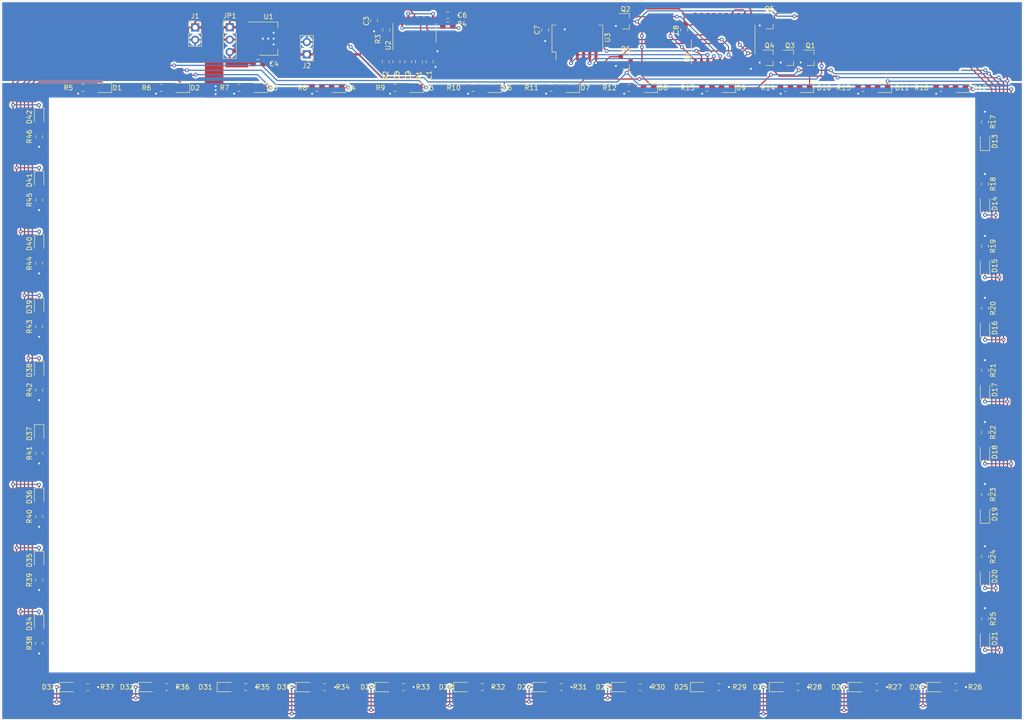
<source format=kicad_pcb>
(kicad_pcb (version 20171130) (host pcbnew 5.1.6+dfsg1-1)

  (general
    (thickness 1.6)
    (drawings 8)
    (tracks 725)
    (zones 0)
    (modules 111)
    (nets 70)
  )

  (page A4)
  (title_block
    (title "LED Frame")
    (date 2020-06-01)
    (rev 1)
    (company "CCC CH/BS")
  )

  (layers
    (0 F.Cu signal)
    (31 B.Cu signal)
    (32 B.Adhes user)
    (33 F.Adhes user)
    (34 B.Paste user)
    (35 F.Paste user)
    (36 B.SilkS user)
    (37 F.SilkS user)
    (38 B.Mask user)
    (39 F.Mask user)
    (40 Dwgs.User user)
    (41 Cmts.User user)
    (42 Eco1.User user)
    (43 Eco2.User user)
    (44 Edge.Cuts user)
    (45 Margin user)
    (46 B.CrtYd user)
    (47 F.CrtYd user)
    (48 B.Fab user hide)
    (49 F.Fab user hide)
  )

  (setup
    (last_trace_width 0.25)
    (user_trace_width 0.5)
    (trace_clearance 0.2)
    (zone_clearance 0.4)
    (zone_45_only no)
    (trace_min 0.2)
    (via_size 0.8)
    (via_drill 0.4)
    (via_min_size 0.4)
    (via_min_drill 0.3)
    (uvia_size 0.3)
    (uvia_drill 0.1)
    (uvias_allowed no)
    (uvia_min_size 0.2)
    (uvia_min_drill 0.1)
    (edge_width 0.05)
    (segment_width 0.2)
    (pcb_text_width 0.3)
    (pcb_text_size 1.5 1.5)
    (mod_edge_width 0.12)
    (mod_text_size 1 1)
    (mod_text_width 0.15)
    (pad_size 1.524 1.524)
    (pad_drill 0.762)
    (pad_to_mask_clearance 0.05)
    (aux_axis_origin 0 0)
    (visible_elements FFF9FF1F)
    (pcbplotparams
      (layerselection 0x010fc_ffffffff)
      (usegerberextensions false)
      (usegerberattributes true)
      (usegerberadvancedattributes true)
      (creategerberjobfile true)
      (excludeedgelayer true)
      (linewidth 0.100000)
      (plotframeref false)
      (viasonmask false)
      (mode 1)
      (useauxorigin false)
      (hpglpennumber 1)
      (hpglpenspeed 20)
      (hpglpendiameter 15.000000)
      (psnegative false)
      (psa4output false)
      (plotreference true)
      (plotvalue true)
      (plotinvisibletext false)
      (padsonsilk false)
      (subtractmaskfromsilk false)
      (outputformat 1)
      (mirror false)
      (drillshape 1)
      (scaleselection 1)
      (outputdirectory ""))
  )

  (net 0 "")
  (net 1 GND)
  (net 2 "Net-(C1-Pad1)")
  (net 3 "Net-(C2-Pad1)")
  (net 4 "Net-(C5-Pad1)")
  (net 5 "Net-(D1-Pad2)")
  (net 6 "Net-(D3-Pad2)")
  (net 7 "Net-(D5-Pad2)")
  (net 8 "Net-(D7-Pad2)")
  (net 9 "Net-(D10-Pad2)")
  (net 10 "Net-(D9-Pad2)")
  (net 11 "Net-(D11-Pad2)")
  (net 12 "Net-(D13-Pad2)")
  (net 13 "Net-(D15-Pad2)")
  (net 14 "Net-(D17-Pad2)")
  (net 15 "Net-(D19-Pad2)")
  (net 16 "Net-(D21-Pad2)")
  (net 17 "Net-(D23-Pad2)")
  (net 18 "Net-(D25-Pad2)")
  (net 19 "Net-(D27-Pad2)")
  (net 20 "Net-(D29-Pad2)")
  (net 21 "Net-(D31-Pad2)")
  (net 22 "Net-(D33-Pad2)")
  (net 23 "Net-(D35-Pad2)")
  (net 24 "Net-(D37-Pad2)")
  (net 25 "Net-(D39-Pad2)")
  (net 26 "Net-(D41-Pad2)")
  (net 27 "Net-(J1-Pad1)")
  (net 28 "Net-(Q1-Pad1)")
  (net 29 "Net-(Q2-Pad1)")
  (net 30 "Net-(Q3-Pad1)")
  (net 31 "Net-(Q4-Pad1)")
  (net 32 "Net-(Q5-Pad1)")
  (net 33 "Net-(Q6-Pad1)")
  (net 34 "Net-(R3-Pad2)")
  (net 35 /INIT)
  (net 36 /CLOCK)
  (net 37 "Net-(U3-Pad3)")
  (net 38 "Net-(U3-Pad6)")
  (net 39 "Net-(U3-Pad8)")
  (net 40 VCC)
  (net 41 VCCQ)
  (net 42 "Net-(C3-Pad1)")
  (net 43 "Net-(C6-Pad1)")
  (net 44 "Net-(D2-Pad2)")
  (net 45 "Net-(D4-Pad2)")
  (net 46 "Net-(D6-Pad2)")
  (net 47 "Net-(D8-Pad2)")
  (net 48 "Net-(D12-Pad2)")
  (net 49 "Net-(D14-Pad2)")
  (net 50 "Net-(D16-Pad2)")
  (net 51 "Net-(D18-Pad2)")
  (net 52 "Net-(D20-Pad2)")
  (net 53 "Net-(D22-Pad2)")
  (net 54 "Net-(D24-Pad2)")
  (net 55 "Net-(D26-Pad2)")
  (net 56 "Net-(D28-Pad2)")
  (net 57 "Net-(D30-Pad2)")
  (net 58 "Net-(D32-Pad2)")
  (net 59 "Net-(D34-Pad2)")
  (net 60 "Net-(D36-Pad2)")
  (net 61 "Net-(D38-Pad2)")
  (net 62 "Net-(D40-Pad2)")
  (net 63 "Net-(D42-Pad2)")
  (net 64 /STEP1)
  (net 65 /STEP2)
  (net 66 /STEP3)
  (net 67 /STEP4)
  (net 68 /STEP5)
  (net 69 /STEP6)

  (net_class Default "This is the default net class."
    (clearance 0.2)
    (trace_width 0.25)
    (via_dia 0.8)
    (via_drill 0.4)
    (uvia_dia 0.3)
    (uvia_drill 0.1)
    (add_net /CLOCK)
    (add_net /INIT)
    (add_net /STEP1)
    (add_net /STEP2)
    (add_net /STEP3)
    (add_net /STEP4)
    (add_net /STEP5)
    (add_net /STEP6)
    (add_net GND)
    (add_net "Net-(C1-Pad1)")
    (add_net "Net-(C2-Pad1)")
    (add_net "Net-(C3-Pad1)")
    (add_net "Net-(C5-Pad1)")
    (add_net "Net-(C6-Pad1)")
    (add_net "Net-(D1-Pad2)")
    (add_net "Net-(D10-Pad2)")
    (add_net "Net-(D11-Pad2)")
    (add_net "Net-(D12-Pad2)")
    (add_net "Net-(D13-Pad2)")
    (add_net "Net-(D14-Pad2)")
    (add_net "Net-(D15-Pad2)")
    (add_net "Net-(D16-Pad2)")
    (add_net "Net-(D17-Pad2)")
    (add_net "Net-(D18-Pad2)")
    (add_net "Net-(D19-Pad2)")
    (add_net "Net-(D2-Pad2)")
    (add_net "Net-(D20-Pad2)")
    (add_net "Net-(D21-Pad2)")
    (add_net "Net-(D22-Pad2)")
    (add_net "Net-(D23-Pad2)")
    (add_net "Net-(D24-Pad2)")
    (add_net "Net-(D25-Pad2)")
    (add_net "Net-(D26-Pad2)")
    (add_net "Net-(D27-Pad2)")
    (add_net "Net-(D28-Pad2)")
    (add_net "Net-(D29-Pad2)")
    (add_net "Net-(D3-Pad2)")
    (add_net "Net-(D30-Pad2)")
    (add_net "Net-(D31-Pad2)")
    (add_net "Net-(D32-Pad2)")
    (add_net "Net-(D33-Pad2)")
    (add_net "Net-(D34-Pad2)")
    (add_net "Net-(D35-Pad2)")
    (add_net "Net-(D36-Pad2)")
    (add_net "Net-(D37-Pad2)")
    (add_net "Net-(D38-Pad2)")
    (add_net "Net-(D39-Pad2)")
    (add_net "Net-(D4-Pad2)")
    (add_net "Net-(D40-Pad2)")
    (add_net "Net-(D41-Pad2)")
    (add_net "Net-(D42-Pad2)")
    (add_net "Net-(D5-Pad2)")
    (add_net "Net-(D6-Pad2)")
    (add_net "Net-(D7-Pad2)")
    (add_net "Net-(D8-Pad2)")
    (add_net "Net-(D9-Pad2)")
    (add_net "Net-(J1-Pad1)")
    (add_net "Net-(Q1-Pad1)")
    (add_net "Net-(Q2-Pad1)")
    (add_net "Net-(Q3-Pad1)")
    (add_net "Net-(Q4-Pad1)")
    (add_net "Net-(Q5-Pad1)")
    (add_net "Net-(Q6-Pad1)")
    (add_net "Net-(R3-Pad2)")
    (add_net "Net-(U3-Pad3)")
    (add_net "Net-(U3-Pad6)")
    (add_net "Net-(U3-Pad8)")
    (add_net VCC)
  )

  (net_class Power ""
    (clearance 0.2)
    (trace_width 0.5)
    (via_dia 0.8)
    (via_drill 0.4)
    (uvia_dia 0.3)
    (uvia_drill 0.1)
    (add_net VCCQ)
  )

  (module onitake:CCC-CH (layer F.Cu) (tedit 0) (tstamp 5ED86136)
    (at 206 29)
    (fp_text reference G*** (at 0 0) (layer F.SilkS) hide
      (effects (font (size 1.524 1.524) (thickness 0.3)))
    )
    (fp_text value LOGO (at 0.75 0) (layer F.SilkS) hide
      (effects (font (size 1.524 1.524) (thickness 0.3)))
    )
    (fp_poly (pts (xy 13.132773 2.168923) (xy 13.209836 2.245939) (xy 13.303503 2.413018) (xy 13.405368 2.650142)
      (xy 13.507022 2.937291) (xy 13.600059 3.254446) (xy 13.61816 3.324757) (xy 13.667185 3.540912)
      (xy 13.701394 3.751604) (xy 13.723145 3.984541) (xy 13.734796 4.267428) (xy 13.738705 4.627974)
      (xy 13.738741 4.741334) (xy 13.736819 5.056461) (xy 13.730338 5.332831) (xy 13.716977 5.589385)
      (xy 13.694415 5.845068) (xy 13.66033 6.118823) (xy 13.612404 6.429595) (xy 13.548316 6.796325)
      (xy 13.465744 7.237959) (xy 13.375741 7.704667) (xy 13.270705 8.247275) (xy 13.186045 8.691949)
      (xy 13.120095 9.051472) (xy 13.071183 9.338626) (xy 13.03764 9.566192) (xy 13.017798 9.746952)
      (xy 13.009987 9.893687) (xy 13.012538 10.019181) (xy 13.023781 10.136214) (xy 13.042047 10.257569)
      (xy 13.042208 10.258536) (xy 13.16352 10.853422) (xy 13.315332 11.350713) (xy 13.502512 11.762753)
      (xy 13.729928 12.101889) (xy 13.802322 12.1864) (xy 13.954273 12.410259) (xy 13.999381 12.639199)
      (xy 13.943175 12.893881) (xy 13.873222 13.002092) (xy 13.768141 13.027426) (xy 13.614871 12.968682)
      (xy 13.430038 12.84669) (xy 13.060275 12.527119) (xy 12.767769 12.162896) (xy 12.548101 11.743244)
      (xy 12.396852 11.257389) (xy 12.309604 10.694554) (xy 12.281934 10.047111) (xy 12.285507 9.720984)
      (xy 12.297992 9.427439) (xy 12.322639 9.14546) (xy 12.362698 8.854033) (xy 12.42142 8.532142)
      (xy 12.502055 8.158774) (xy 12.607853 7.712913) (xy 12.701309 7.335708) (xy 12.832937 6.793203)
      (xy 12.933336 6.335277) (xy 13.005998 5.939093) (xy 13.054415 5.581814) (xy 13.082082 5.240603)
      (xy 13.092489 4.892623) (xy 13.092746 4.776273) (xy 13.088095 4.459264) (xy 13.074829 4.231317)
      (xy 13.050149 4.068755) (xy 13.011253 3.9479) (xy 12.989406 3.90276) (xy 12.888433 3.713297)
      (xy 12.676873 3.959204) (xy 12.460949 4.23674) (xy 12.234371 4.574508) (xy 12.006321 4.953944)
      (xy 11.785977 5.356488) (xy 11.58252 5.763577) (xy 11.405129 6.156647) (xy 11.262985 6.517136)
      (xy 11.165267 6.826482) (xy 11.121155 7.066122) (xy 11.119556 7.108234) (xy 11.089085 7.252965)
      (xy 10.986491 7.344267) (xy 10.795 7.394738) (xy 10.727311 7.402855) (xy 10.592078 7.40487)
      (xy 10.522611 7.354104) (xy 10.478881 7.237122) (xy 10.455847 7.020508) (xy 10.483678 6.732612)
      (xy 10.557169 6.400134) (xy 10.671118 6.049771) (xy 10.746141 5.865942) (xy 10.834746 5.679711)
      (xy 10.967212 5.420815) (xy 11.130389 5.114024) (xy 11.311128 4.784107) (xy 11.474559 4.493805)
      (xy 11.733965 4.029099) (xy 11.939848 3.634494) (xy 12.102716 3.287116) (xy 12.233076 2.964094)
      (xy 12.341435 2.642554) (xy 12.372085 2.54) (xy 12.421441 2.392328) (xy 12.482427 2.307209)
      (xy 12.589327 2.254802) (xy 12.748975 2.211954) (xy 12.932219 2.1759) (xy 13.077878 2.162723)
      (xy 13.132773 2.168923)) (layer Eco1.User) (width 0.01))
    (fp_poly (pts (xy 11.948556 8.734415) (xy 11.919964 8.919085) (xy 11.880912 9.060002) (xy 11.853825 9.109707)
      (xy 11.771774 9.137056) (xy 11.593716 9.161063) (xy 11.336518 9.180029) (xy 11.040221 9.191677)
      (xy 10.727833 9.197829) (xy 10.510842 9.196386) (xy 10.371926 9.185923) (xy 10.293761 9.165015)
      (xy 10.259025 9.132237) (xy 10.25688 9.12725) (xy 10.260224 9.001457) (xy 10.329955 8.842677)
      (xy 10.444096 8.688175) (xy 10.580668 8.575218) (xy 10.583334 8.573718) (xy 10.736896 8.518984)
      (xy 10.979505 8.479223) (xy 11.322187 8.452702) (xy 11.366753 8.450505) (xy 11.980838 8.421637)
      (xy 11.948556 8.734415)) (layer Eco1.User) (width 0.01))
    (fp_poly (pts (xy 14.873709 1.514875) (xy 15.014347 1.775184) (xy 15.159726 2.030513) (xy 15.288613 2.244161)
      (xy 15.350263 2.338628) (xy 15.688663 2.757951) (xy 16.053465 3.068215) (xy 16.448145 3.2709)
      (xy 16.876179 3.367484) (xy 17.341042 3.359445) (xy 17.628281 3.307574) (xy 18.026127 3.233239)
      (xy 18.333048 3.219153) (xy 18.553689 3.265481) (xy 18.669513 3.344334) (xy 18.77921 3.4947)
      (xy 18.859782 3.664982) (xy 18.893995 3.813494) (xy 18.886996 3.870305) (xy 18.822593 3.925644)
      (xy 18.684538 3.995475) (xy 18.560137 4.044016) (xy 18.404214 4.089436) (xy 18.227836 4.11988)
      (xy 18.005777 4.137702) (xy 17.712811 4.145254) (xy 17.469556 4.14576) (xy 17.135047 4.139211)
      (xy 16.83101 4.123369) (xy 16.584974 4.100183) (xy 16.425334 4.071845) (xy 16.251174 4.022977)
      (xy 16.112028 3.983625) (xy 16.077529 3.973749) (xy 16.029068 3.971163) (xy 15.991102 4.003085)
      (xy 15.961811 4.081978) (xy 15.939377 4.220304) (xy 15.921981 4.430526) (xy 15.907803 4.725108)
      (xy 15.895024 5.116512) (xy 15.891335 5.249334) (xy 15.878226 5.643235) (xy 15.861447 5.946822)
      (xy 15.838565 6.182661) (xy 15.807147 6.373319) (xy 15.76476 6.541364) (xy 15.745265 6.604)
      (xy 15.608724 6.972951) (xy 15.449504 7.290208) (xy 15.250511 7.578673) (xy 14.994654 7.861249)
      (xy 14.66484 8.160838) (xy 14.453294 8.335083) (xy 14.17174 8.560592) (xy 13.96613 8.721227)
      (xy 13.824566 8.82302) (xy 13.73515 8.872002) (xy 13.685982 8.874205) (xy 13.665164 8.83566)
      (xy 13.660799 8.7624) (xy 13.660903 8.736764) (xy 13.681784 8.480131) (xy 13.749651 8.253119)
      (xy 13.87848 8.024258) (xy 14.082247 7.762079) (xy 14.106255 7.734013) (xy 14.430936 7.342596)
      (xy 14.678702 7.003204) (xy 14.857371 6.693272) (xy 14.974762 6.390232) (xy 15.038692 6.071518)
      (xy 15.056981 5.714562) (xy 15.037446 5.296798) (xy 15.01979 5.097219) (xy 14.938447 4.488925)
      (xy 14.816214 3.889537) (xy 14.659457 3.318757) (xy 14.474543 2.796283) (xy 14.26784 2.341815)
      (xy 14.045712 1.975053) (xy 13.984809 1.894731) (xy 13.807064 1.672794) (xy 14.19678 1.319558)
      (xy 14.586497 0.966322) (xy 14.873709 1.514875)) (layer Eco1.User) (width 0.01))
    (fp_poly (pts (xy -3.383887 -13.007736) (xy -3.13932 -12.926967) (xy -2.892966 -12.814045) (xy -2.684207 -12.686701)
      (xy -2.563636 -12.577752) (xy -2.432733 -12.459282) (xy -2.270746 -12.365973) (xy -2.114072 -12.273394)
      (xy -1.964178 -12.139985) (xy -1.851439 -11.997708) (xy -1.806231 -11.878522) (xy -1.806222 -11.877225)
      (xy -1.803484 -11.823697) (xy -1.779039 -11.804928) (xy -1.708541 -11.823953) (xy -1.567642 -11.88381)
      (xy -1.494674 -11.916081) (xy -1.263074 -11.99188) (xy -1.019384 -12.011883) (xy -0.742717 -11.973558)
      (xy -0.412185 -11.874372) (xy -0.084666 -11.745155) (xy 0.323968 -11.560394) (xy 0.640948 -11.388212)
      (xy 0.884699 -11.216165) (xy 1.073647 -11.031805) (xy 1.183148 -10.888795) (xy 1.321426 -10.703455)
      (xy 1.44269 -10.598568) (xy 1.581861 -10.554354) (xy 1.77386 -10.551034) (xy 1.779024 -10.551275)
      (xy 1.959004 -10.539127) (xy 2.090177 -10.467386) (xy 2.14164 -10.417458) (xy 2.254509 -10.319661)
      (xy 2.349166 -10.273443) (xy 2.356626 -10.272889) (xy 2.489202 -10.22185) (xy 2.61908 -10.087597)
      (xy 2.725972 -9.898426) (xy 2.789591 -9.682633) (xy 2.792151 -9.665448) (xy 2.812888 -9.37764)
      (xy 2.77772 -9.166891) (xy 2.678685 -9.008055) (xy 2.550792 -8.903236) (xy 2.392064 -8.758478)
      (xy 2.220349 -8.539306) (xy 2.056836 -8.278899) (xy 1.922715 -8.010432) (xy 1.848399 -7.803444)
      (xy 1.801398 -7.654621) (xy 1.743143 -7.585115) (xy 1.634903 -7.564746) (xy 1.540516 -7.563555)
      (xy 1.389141 -7.568514) (xy 1.319204 -7.6001) (xy 1.299267 -7.683377) (xy 1.298223 -7.756721)
      (xy 1.33116 -7.9324) (xy 1.420096 -8.16806) (xy 1.55022 -8.435766) (xy 1.706719 -8.707579)
      (xy 1.874783 -8.955564) (xy 2.035834 -9.147935) (xy 2.181373 -9.308006) (xy 2.255996 -9.425008)
      (xy 2.275655 -9.527968) (xy 2.27105 -9.575992) (xy 2.229436 -9.689867) (xy 2.12833 -9.782732)
      (xy 1.978319 -9.863666) (xy 1.788888 -9.938336) (xy 1.611089 -9.983995) (xy 1.543704 -9.990666)
      (xy 1.344656 -10.040011) (xy 1.119976 -10.189906) (xy 0.865936 -10.443145) (xy 0.740316 -10.592469)
      (xy 0.614728 -10.740456) (xy 0.496556 -10.85333) (xy 0.358689 -10.949592) (xy 0.174017 -11.047744)
      (xy -0.084573 -11.166289) (xy -0.129764 -11.186247) (xy -0.458413 -11.327543) (xy -0.706875 -11.422907)
      (xy -0.896303 -11.476146) (xy -1.047851 -11.491064) (xy -1.182673 -11.471467) (xy -1.321921 -11.421162)
      (xy -1.354666 -11.406616) (xy -1.635105 -11.313231) (xy -1.884404 -11.295256) (xy -2.08099 -11.352825)
      (xy -2.144888 -11.401778) (xy -2.228102 -11.507074) (xy -2.257777 -11.5824) (xy -2.274438 -11.621669)
      (xy -2.325511 -11.5824) (xy -2.455895 -11.52263) (xy -2.628074 -11.528206) (xy -2.794244 -11.595804)
      (xy -2.823243 -11.617032) (xy -2.91544 -11.735071) (xy -2.966784 -11.921005) (xy -2.977484 -12.008975)
      (xy -3.002263 -12.186589) (xy -3.046833 -12.289433) (xy -3.132185 -12.355622) (xy -3.181877 -12.380109)
      (xy -3.40033 -12.470997) (xy -3.556853 -12.50576) (xy -3.684917 -12.488623) (xy -3.764845 -12.453714)
      (xy -3.92233 -12.354953) (xy -4.090692 -12.224531) (xy -4.244086 -12.085885) (xy -4.356664 -11.962456)
      (xy -4.402581 -11.877684) (xy -4.402666 -11.875281) (xy -4.378379 -11.781877) (xy -4.315871 -11.628693)
      (xy -4.258406 -11.508453) (xy -4.149119 -11.21584) (xy -4.139204 -10.970957) (xy -4.226771 -10.77835)
      (xy -4.409931 -10.642567) (xy -4.646533 -10.574044) (xy -4.774913 -10.565421) (xy -4.908272 -10.589909)
      (xy -5.078265 -10.656618) (xy -5.282438 -10.757036) (xy -5.493335 -10.862421) (xy -5.631567 -10.919663)
      (xy -5.723199 -10.935351) (xy -5.794299 -10.916075) (xy -5.830117 -10.8955) (xy -6.231403 -10.663296)
      (xy -6.574111 -10.516134) (xy -6.870789 -10.45139) (xy -7.133982 -10.46644) (xy -7.376238 -10.558661)
      (xy -7.393765 -10.56853) (xy -7.613229 -10.694837) (xy -7.928309 -10.540307) (xy -8.231157 -10.424389)
      (xy -8.496063 -10.387739) (xy -8.707581 -10.431092) (xy -8.805333 -10.498666) (xy -8.889171 -10.611887)
      (xy -8.918222 -10.700026) (xy -8.947218 -10.760574) (xy -9.045222 -10.75036) (xy -9.280272 -10.661096)
      (xy -9.42713 -10.55341) (xy -9.510492 -10.408579) (xy -9.51549 -10.393804) (xy -9.596253 -10.231229)
      (xy -9.720234 -10.063368) (xy -9.753719 -10.027578) (xy -9.911688 -9.864828) (xy -10.070415 -9.695438)
      (xy -10.092976 -9.670688) (xy -10.313384 -9.504547) (xy -10.594462 -9.405873) (xy -10.898743 -9.386343)
      (xy -10.976073 -9.395516) (xy -11.250549 -9.47527) (xy -11.441369 -9.619346) (xy -11.548361 -9.797501)
      (xy -11.596461 -9.901404) (xy -11.651767 -9.959186) (xy -11.745581 -9.984379) (xy -11.90921 -9.990516)
      (xy -11.995202 -9.990667) (xy -12.192215 -9.988113) (xy -12.301869 -9.974) (xy -12.349676 -9.938651)
      (xy -12.361151 -9.872386) (xy -12.361333 -9.851781) (xy -12.396627 -9.714336) (xy -12.452869 -9.640114)
      (xy -12.574974 -9.533964) (xy -12.70276 -9.409561) (xy -12.808868 -9.295251) (xy -12.865938 -9.219376)
      (xy -12.86941 -9.208586) (xy -12.818613 -9.191732) (xy -12.687645 -9.18669) (xy -12.563903 -9.191271)
      (xy -12.367824 -9.194318) (xy -12.2423 -9.166673) (xy -12.147022 -9.098931) (xy -12.140493 -9.092493)
      (xy -12.040782 -8.955641) (xy -12.037274 -8.828566) (xy -12.134344 -8.697426) (xy -12.306454 -8.567663)
      (xy -12.490753 -8.429649) (xy -12.597498 -8.297874) (xy -12.64704 -8.171282) (xy -12.728637 -7.992302)
      (xy -12.880703 -7.767406) (xy -13.084165 -7.519425) (xy -13.319949 -7.271191) (xy -13.568983 -7.045533)
      (xy -13.626276 -6.999111) (xy -13.839204 -6.80368) (xy -14.028834 -6.582429) (xy -14.116413 -6.451732)
      (xy -14.317738 -6.159862) (xy -14.546034 -5.955056) (xy -14.832017 -5.81155) (xy -14.913692 -5.783027)
      (xy -15.163923 -5.700223) (xy -15.332056 -5.630019) (xy -15.435547 -5.548401) (xy -15.49185 -5.431354)
      (xy -15.518422 -5.254863) (xy -15.532716 -4.994915) (xy -15.535808 -4.927127) (xy -15.551105 -4.667496)
      (xy -15.570274 -4.443387) (xy -15.590567 -4.282912) (xy -15.604868 -4.221231) (xy -15.663743 -4.151581)
      (xy -15.794879 -4.031608) (xy -15.97941 -3.877621) (xy -16.198469 -3.705927) (xy -16.218934 -3.69039)
      (xy -16.564435 -3.425027) (xy -16.827407 -3.212519) (xy -17.018346 -3.041761) (xy -17.147745 -2.901648)
      (xy -17.226099 -2.781074) (xy -17.263901 -2.668935) (xy -17.272 -2.576005) (xy -17.316277 -2.33498)
      (xy -17.450407 -2.034805) (xy -17.469555 -2.000031) (xy -17.591182 -1.765952) (xy -17.649818 -1.592854)
      (xy -17.647478 -1.449425) (xy -17.586176 -1.30435) (xy -17.520881 -1.201951) (xy -17.426946 -1.038946)
      (xy -17.396803 -0.890051) (xy -17.408376 -0.733778) (xy -17.45415 -0.537424) (xy -17.535295 -0.307108)
      (xy -17.596939 -0.169333) (xy -17.705783 0.023193) (xy -17.820895 0.14942) (xy -17.983321 0.250446)
      (xy -18.04791 0.282222) (xy -18.21561 0.36781) (xy -18.304251 0.438414) (xy -18.338788 0.52293)
      (xy -18.344243 0.625355) (xy -18.344444 0.827377) (xy -17.963444 0.778201) (xy -17.707481 0.729113)
      (xy -17.51015 0.659674) (xy -17.441333 0.618244) (xy -17.314566 0.522659) (xy -17.14195 0.397236)
      (xy -17.028999 0.317076) (xy -16.880329 0.210421) (xy -16.81439 0.149775) (xy -16.821115 0.116865)
      (xy -16.890437 0.093416) (xy -16.903919 0.09001) (xy -17.039123 0.011853) (xy -17.112715 -0.084179)
      (xy -17.13917 -0.174137) (xy -17.124407 -0.271768) (xy -17.059427 -0.408843) (xy -16.984651 -0.536371)
      (xy -16.825252 -0.775479) (xy -16.683613 -0.921845) (xy -16.537701 -0.988371) (xy -16.365482 -0.987958)
      (xy -16.253618 -0.9644) (xy -16.094508 -0.929791) (xy -15.977178 -0.932181) (xy -15.852898 -0.980006)
      (xy -15.713564 -1.057912) (xy -15.447238 -1.204825) (xy -15.225302 -1.299804) (xy -15.006549 -1.353749)
      (xy -14.749771 -1.37756) (xy -14.487466 -1.382241) (xy -14.231661 -1.381027) (xy -14.062573 -1.372683)
      (xy -13.954036 -1.351237) (xy -13.879886 -1.310714) (xy -13.813956 -1.245142) (xy -13.795883 -1.224358)
      (xy -13.704959 -1.091507) (xy -13.682452 -0.95435) (xy -13.694643 -0.844675) (xy -13.706463 -0.693349)
      (xy -13.670945 -0.576507) (xy -13.57077 -0.442316) (xy -13.55367 -0.422686) (xy -13.427767 -0.24828)
      (xy -13.387615 -0.089138) (xy -13.432908 0.085663) (xy -13.546666 0.282222) (xy -13.676857 0.515473)
      (xy -13.715147 0.695255) (xy -13.66055 0.835024) (xy -13.512076 0.948237) (xy -13.497183 0.956004)
      (xy -13.32562 1.062493) (xy -13.244307 1.178644) (xy -13.233855 1.341017) (xy -13.245679 1.430232)
      (xy -13.255837 1.568355) (xy -13.217063 1.637165) (xy -13.162646 1.661591) (xy -12.971175 1.761096)
      (xy -12.792371 1.940291) (xy -12.614598 2.212233) (xy -12.530666 2.370667) (xy -12.362895 2.671446)
      (xy -12.205704 2.875285) (xy -12.044851 2.995372) (xy -11.866095 3.044894) (xy -11.799139 3.048)
      (xy -11.617137 3.02803) (xy -11.364092 2.973378) (xy -11.063382 2.891931) (xy -10.738385 2.791577)
      (xy -10.412478 2.680202) (xy -10.109039 2.565694) (xy -9.851446 2.455939) (xy -9.663077 2.358825)
      (xy -9.582372 2.300111) (xy -9.47295 2.223044) (xy -9.398605 2.201334) (xy -9.250302 2.22979)
      (xy -9.045943 2.303882) (xy -8.823448 2.406694) (xy -8.620735 2.521313) (xy -8.516922 2.594631)
      (xy -8.369757 2.685105) (xy -8.20436 2.74708) (xy -8.051114 2.774789) (xy -7.9404 2.762467)
      (xy -7.902222 2.711298) (xy -7.85542 2.59799) (xy -7.733544 2.461789) (xy -7.56439 2.326297)
      (xy -7.375752 2.215116) (xy -7.26459 2.169835) (xy -7.091464 2.108531) (xy -6.96262 2.053523)
      (xy -6.920662 2.028458) (xy -6.884244 1.950198) (xy -6.845111 1.799312) (xy -6.823711 1.682618)
      (xy -6.781899 1.49255) (xy -6.710012 1.347013) (xy -6.581703 1.198743) (xy -6.521159 1.139896)
      (xy -6.349337 0.949095) (xy -6.272959 0.776287) (xy -6.286147 0.589689) (xy -6.378222 0.366889)
      (xy -6.448373 0.209085) (xy -6.487902 0.080968) (xy -6.491111 0.052752) (xy -6.444747 -0.070513)
      (xy -6.323556 -0.214873) (xy -6.154389 -0.352376) (xy -6.033199 -0.423943) (xy -5.87418 -0.524426)
      (xy -5.69917 -0.666126) (xy -5.532069 -0.825343) (xy -5.396781 -0.978376) (xy -5.317207 -1.101526)
      (xy -5.305777 -1.14522) (xy -5.25434 -1.288609) (xy -5.116624 -1.431714) (xy -4.917527 -1.554652)
      (xy -4.692432 -1.635079) (xy -4.514465 -1.673355) (xy -4.407194 -1.677374) (xy -4.332674 -1.643547)
      (xy -4.280355 -1.596108) (xy -4.222691 -1.517842) (xy -4.1869 -1.405708) (xy -4.167276 -1.232197)
      (xy -4.15893 -1.010585) (xy -4.15953 -0.734091) (xy -4.170707 -0.449487) (xy -4.190099 -0.21456)
      (xy -4.192201 -0.197555) (xy -4.235736 0.141111) (xy -3.966424 0.3148) (xy -3.773576 0.464711)
      (xy -3.579259 0.655207) (xy -3.48965 0.761758) (xy -3.363741 0.922135) (xy -3.25878 1.028402)
      (xy -3.143249 1.098707) (xy -2.985633 1.151202) (xy -2.754414 1.204036) (xy -2.70271 1.214949)
      (xy -2.373614 1.314727) (xy -2.143256 1.452739) (xy -2.014652 1.625199) (xy -1.990821 1.828325)
      (xy -2.056642 2.025077) (xy -2.116114 2.144865) (xy -2.144492 2.211424) (xy -2.144888 2.213917)
      (xy -2.100434 2.249382) (xy -1.989743 2.315271) (xy -1.949753 2.337194) (xy -1.698713 2.533345)
      (xy -1.524819 2.798181) (xy -1.443447 3.1059) (xy -1.439333 3.193843) (xy -1.435278 3.367301)
      (xy -1.412633 3.458715) (xy -1.355676 3.498897) (xy -1.275586 3.51475) (xy -1.101026 3.492484)
      (xy -0.9661 3.389655) (xy -0.904083 3.233482) (xy -0.903111 3.210064) (xy -0.939503 3.100499)
      (xy -1.032323 2.954339) (xy -1.100666 2.871234) (xy -1.241781 2.680872) (xy -1.295952 2.509204)
      (xy -1.29767 2.469282) (xy -1.274087 2.322236) (xy -1.214312 2.131932) (xy -1.133787 1.935573)
      (xy -1.047954 1.770358) (xy -0.972254 1.673491) (xy -0.965356 1.668697) (xy -0.917566 1.588073)
      (xy -0.903111 1.488736) (xy -0.885004 1.348113) (xy -0.821486 1.207417) (xy -0.698761 1.045304)
      (xy -0.503034 0.84043) (xy -0.45162 0.790222) (xy -0.118764 0.39315) (xy 0.054377 0.090089)
      (xy 0.125486 -0.062064) (xy 0.175003 -0.187391) (xy 0.20425 -0.308264) (xy 0.214548 -0.44705)
      (xy 0.207218 -0.62612) (xy 0.18358 -0.867841) (xy 0.144955 -1.194585) (xy 0.135055 -1.276167)
      (xy 0.13733 -1.545788) (xy 0.203003 -1.787982) (xy 0.320946 -1.971766) (xy 0.409305 -2.039596)
      (xy 0.604273 -2.095227) (xy 0.81852 -2.08528) (xy 0.999929 -2.014152) (xy 1.034576 -1.986835)
      (xy 1.163347 -1.896226) (xy 1.27 -1.854024) (xy 1.382902 -1.782273) (xy 1.481568 -1.62788)
      (xy 1.552025 -1.421092) (xy 1.5803 -1.192156) (xy 1.580357 -1.182188) (xy 1.6235 -0.937568)
      (xy 1.736906 -0.702697) (xy 1.896782 -0.523729) (xy 1.93297 -0.49824) (xy 2.075942 -0.455512)
      (xy 2.277355 -0.449262) (xy 2.490243 -0.475547) (xy 2.667645 -0.530425) (xy 2.725123 -0.564749)
      (xy 2.879526 -0.669358) (xy 3.090618 -0.790455) (xy 3.330947 -0.914822) (xy 3.57306 -1.029242)
      (xy 3.789505 -1.120497) (xy 3.952828 -1.175371) (xy 4.014082 -1.185333) (xy 4.207563 -1.132948)
      (xy 4.393752 -0.990259) (xy 4.551235 -0.778962) (xy 4.654057 -0.536846) (xy 4.737096 -0.320076)
      (xy 4.847353 -0.122805) (xy 4.966391 0.028481) (xy 5.075775 0.107297) (xy 5.106329 0.112889)
      (xy 5.199468 0.073227) (xy 5.253725 0.022931) (xy 5.289182 -0.04508) (xy 5.277508 -0.133248)
      (xy 5.211941 -0.272977) (xy 5.17597 -0.338166) (xy 5.054043 -0.620779) (xy 5.032694 -0.859302)
      (xy 5.111379 -1.059822) (xy 5.111423 -1.059885) (xy 5.16631 -1.150335) (xy 5.139314 -1.181796)
      (xy 5.055869 -1.185333) (xy 4.923356 -1.222151) (xy 4.771592 -1.313701) (xy 4.733543 -1.345185)
      (xy 4.624326 -1.460435) (xy 4.564105 -1.58605) (xy 4.533311 -1.767729) (xy 4.528108 -1.824962)
      (xy 4.501577 -2.144889) (xy 5.064655 -2.144889) (xy 5.058216 -1.933222) (xy 5.060652 -1.79729)
      (xy 5.100114 -1.733696) (xy 5.208123 -1.709395) (xy 5.277556 -1.703276) (xy 5.449184 -1.669524)
      (xy 5.584413 -1.609571) (xy 5.602112 -1.59575) (xy 5.67593 -1.462462) (xy 5.699085 -1.26824)
      (xy 5.671003 -1.053321) (xy 5.612119 -0.895176) (xy 5.557215 -0.770904) (xy 5.561723 -0.692775)
      (xy 5.609966 -0.627802) (xy 5.74953 -0.416574) (xy 5.825669 -0.180362) (xy 5.826253 0.039003)
      (xy 5.815253 0.080197) (xy 5.684881 0.320037) (xy 5.488022 0.495351) (xy 5.250045 0.595873)
      (xy 4.996319 0.611341) (xy 4.752213 0.53149) (xy 4.730968 0.518898) (xy 4.582998 0.388532)
      (xy 4.42427 0.188707) (xy 4.279719 -0.042938) (xy 4.174277 -0.268762) (xy 4.144209 -0.366889)
      (xy 4.096977 -0.529407) (xy 4.03514 -0.611577) (xy 3.935881 -0.619315) (xy 3.776378 -0.558541)
      (xy 3.649254 -0.495252) (xy 3.416653 -0.368246) (xy 3.1763 -0.225709) (xy 3.027556 -0.130035)
      (xy 2.877995 -0.034865) (xy 2.750749 0.020973) (xy 2.605722 0.04783) (xy 2.402819 0.056053)
      (xy 2.305086 0.056445) (xy 1.999604 0.044043) (xy 1.772956 -0.003662) (xy 1.592794 -0.102425)
      (xy 1.426768 -0.267999) (xy 1.301508 -0.432273) (xy 1.173922 -0.623236) (xy 1.104256 -0.772675)
      (xy 1.07616 -0.924085) (xy 1.072445 -1.041651) (xy 1.067339 -1.214624) (xy 1.037961 -1.313565)
      (xy 0.963215 -1.377286) (xy 0.86368 -1.425771) (xy 0.728417 -1.480214) (xy 0.64382 -1.501398)
      (xy 0.633541 -1.499022) (xy 0.633613 -1.437759) (xy 0.652094 -1.292437) (xy 0.685336 -1.089708)
      (xy 0.702295 -0.996666) (xy 0.747695 -0.717546) (xy 0.762439 -0.507872) (xy 0.748027 -0.328879)
      (xy 0.731484 -0.243762) (xy 0.58551 0.192536) (xy 0.350538 0.629385) (xy 0.045294 1.033577)
      (xy -0.041797 1.127697) (xy -0.246032 1.356342) (xy -0.364529 1.529811) (xy -0.395111 1.626983)
      (xy -0.427382 1.768914) (xy -0.500414 1.910398) (xy -0.602017 2.069748) (xy -0.700063 2.244887)
      (xy -0.701283 2.24727) (xy -0.796847 2.434318) (xy -0.595979 2.656655) (xy -0.470139 2.814313)
      (xy -0.410535 2.954129) (xy -0.395121 3.128617) (xy -0.395111 3.135078) (xy -0.434984 3.411165)
      (xy -0.543163 3.662644) (xy -0.702485 3.868029) (xy -0.895785 4.005837) (xy -1.105903 4.054583)
      (xy -1.128888 4.053615) (xy -1.2701 4.043283) (xy -1.463555 4.028708) (xy -1.551813 4.021952)
      (xy -1.798404 3.980242) (xy -1.948077 3.894228) (xy -2.011564 3.753595) (xy -2.006083 3.585341)
      (xy -1.973408 3.295359) (xy -1.988306 3.08601) (xy -2.061933 2.931072) (xy -2.205446 2.804325)
      (xy -2.381047 2.704083) (xy -2.608634 2.54769) (xy -2.734289 2.368033) (xy -2.75452 2.174673)
      (xy -2.665833 1.977171) (xy -2.652888 1.960154) (xy -2.575054 1.853735) (xy -2.54014 1.791238)
      (xy -2.54 1.789712) (xy -2.590764 1.76855) (xy -2.72158 1.742426) (xy -2.845463 1.72462)
      (xy -3.246255 1.62565) (xy -3.581075 1.4359) (xy -3.847163 1.162407) (xy -4.008204 0.977517)
      (xy -4.194559 0.805894) (xy -4.299155 0.728709) (xy -4.478025 0.613612) (xy -4.602304 0.520989)
      (xy -4.680993 0.427703) (xy -4.723093 0.310615) (xy -4.737604 0.14659) (xy -4.733528 -0.087512)
      (xy -4.722176 -0.358742) (xy -4.713592 -0.61742) (xy -4.711504 -0.814829) (xy -4.7157 -0.935411)
      (xy -4.725964 -0.963609) (xy -4.730323 -0.951243) (xy -4.791862 -0.843168) (xy -4.920968 -0.688054)
      (xy -5.095374 -0.50723) (xy -5.292817 -0.322027) (xy -5.491031 -0.153773) (xy -5.66775 -0.023799)
      (xy -5.748288 0.023937) (xy -5.867256 0.091856) (xy -5.898604 0.143238) (xy -5.857266 0.208732)
      (xy -5.845024 0.222436) (xy -5.787393 0.348198) (xy -5.755312 0.544363) (xy -5.750227 0.77105)
      (xy -5.773582 0.988377) (xy -5.812311 1.125348) (xy -5.896894 1.25778) (xy -6.033281 1.405726)
      (xy -6.100399 1.464304) (xy -6.238552 1.58967) (xy -6.304115 1.701307) (xy -6.321705 1.842883)
      (xy -6.321777 1.856979) (xy -6.368956 2.119196) (xy -6.513442 2.337025) (xy -6.759657 2.515775)
      (xy -6.940677 2.599607) (xy -7.17285 2.707067) (xy -7.32774 2.819855) (xy -7.431759 2.950047)
      (xy -7.550305 3.110435) (xy -7.678512 3.208215) (xy -7.848295 3.257759) (xy -8.091565 3.27344)
      (xy -8.150547 3.273778) (xy -8.363519 3.267575) (xy -8.505628 3.240861) (xy -8.618591 3.181474)
      (xy -8.704591 3.112272) (xy -8.87016 2.983906) (xy -9.041027 2.874174) (xy -9.069709 2.858754)
      (xy -9.206045 2.801603) (xy -9.311581 2.805537) (xy -9.408376 2.847362) (xy -9.746049 2.998463)
      (xy -10.190251 3.163036) (xy -10.743498 3.342007) (xy -10.809238 3.362042) (xy -11.288485 3.489544)
      (xy -11.68687 3.551086) (xy -12.018291 3.54206) (xy -12.29665 3.457857) (xy -12.535845 3.293869)
      (xy -12.749777 3.045487) (xy -12.952346 2.708103) (xy -12.987531 2.639828) (xy -13.106687 2.41651)
      (xy -13.199793 2.277357) (xy -13.283255 2.201931) (xy -13.363324 2.171717) (xy -13.587454 2.111235)
      (xy -13.720511 2.027133) (xy -13.78431 1.89556) (xy -13.800666 1.693554) (xy -13.805814 1.515124)
      (xy -13.829598 1.418416) (xy -13.884529 1.372429) (xy -13.936689 1.356515) (xy -14.067789 1.288203)
      (xy -14.182132 1.177201) (xy -14.239035 1.087577) (xy -14.264186 0.993172) (xy -14.260836 0.858891)
      (xy -14.232235 0.649641) (xy -14.23146 0.644653) (xy -14.179172 0.403393) (xy -14.108178 0.198966)
      (xy -14.053326 0.099004) (xy -13.935285 -0.060655) (xy -14.079642 -0.232213) (xy -14.19955 -0.444941)
      (xy -14.224 -0.621888) (xy -14.233921 -0.767227) (xy -14.258539 -0.855146) (xy -14.266333 -0.863136)
      (xy -14.339722 -0.869387) (xy -14.493343 -0.864187) (xy -14.695244 -0.848697) (xy -14.714168 -0.846888)
      (xy -14.959614 -0.81275) (xy -15.163298 -0.753665) (xy -15.376617 -0.652047) (xy -15.514259 -0.573087)
      (xy -15.779444 -0.43655) (xy -16.014763 -0.35511) (xy -16.201823 -0.332705) (xy -16.322229 -0.373272)
      (xy -16.341235 -0.396032) (xy -16.410621 -0.427481) (xy -16.432021 -0.419199) (xy -16.432696 -0.363619)
      (xy -16.363148 -0.270741) (xy -16.343455 -0.251641) (xy -16.227989 -0.089979) (xy -16.199555 0.086314)
      (xy -16.218893 0.22594) (xy -16.286528 0.358198) (xy -16.416891 0.500643) (xy -16.624415 0.670832)
      (xy -16.765183 0.774377) (xy -16.938379 0.901416) (xy -17.096817 1.0218) (xy -17.159111 1.07117)
      (xy -17.296273 1.142987) (xy -17.512229 1.212867) (xy -17.772991 1.273937) (xy -18.044573 1.319319)
      (xy -18.292986 1.34214) (xy -18.473572 1.337069) (xy -18.665472 1.296245) (xy -18.789467 1.221695)
      (xy -18.858544 1.092681) (xy -18.885692 0.888466) (xy -18.886449 0.677843) (xy -18.868952 0.39859)
      (xy -18.819126 0.202408) (xy -18.718756 0.060366) (xy -18.549628 -0.056469) (xy -18.3691 -0.143885)
      (xy -18.19359 -0.233232) (xy -18.092127 -0.32397) (xy -18.030655 -0.450004) (xy -18.016322 -0.495062)
      (xy -17.963948 -0.700018) (xy -17.958623 -0.846977) (xy -18.003923 -0.982125) (xy -18.062011 -1.085191)
      (xy -18.163211 -1.357075) (xy -18.162584 -1.666378) (xy -18.06068 -2.002961) (xy -18.005777 -2.116667)
      (xy -17.915619 -2.313695) (xy -17.854197 -2.496968) (xy -17.836444 -2.604425) (xy -17.802589 -2.811074)
      (xy -17.696715 -3.030375) (xy -17.512355 -3.269889) (xy -17.243043 -3.537179) (xy -16.882314 -3.839807)
      (xy -16.587412 -4.06525) (xy -16.100379 -4.427049) (xy -16.074898 -4.999988) (xy -16.049548 -5.351641)
      (xy -15.9986 -5.616688) (xy -15.906073 -5.816172) (xy -15.755987 -5.971137) (xy -15.53236 -6.102625)
      (xy -15.219212 -6.231681) (xy -15.109093 -6.271756) (xy -14.934555 -6.341049) (xy -14.809806 -6.417143)
      (xy -14.702685 -6.527897) (xy -14.581029 -6.701171) (xy -14.539945 -6.764739) (xy -14.347844 -7.023525)
      (xy -14.124834 -7.262441) (xy -13.993518 -7.376148) (xy -13.790363 -7.547682) (xy -13.588334 -7.74344)
      (xy -13.405594 -7.942737) (xy -13.260308 -8.12489) (xy -13.170639 -8.269217) (xy -13.150691 -8.335899)
      (xy -13.122773 -8.46978) (xy -13.099577 -8.517817) (xy -13.095946 -8.600019) (xy -13.179234 -8.716357)
      (xy -13.241552 -8.778482) (xy -13.385209 -8.951203) (xy -13.433615 -9.116172) (xy -13.433777 -9.126876)
      (xy -13.398692 -9.275737) (xy -13.308919 -9.467458) (xy -13.187681 -9.663209) (xy -13.058201 -9.824158)
      (xy -12.97369 -9.896205) (xy -12.893167 -9.999382) (xy -12.869333 -10.106345) (xy -12.825804 -10.289194)
      (xy -12.693142 -10.417938) (xy -12.468235 -10.493676) (xy -12.147968 -10.51751) (xy -11.770198 -10.494932)
      (xy -11.462893 -10.43427) (xy -11.250259 -10.322668) (xy -11.123652 -10.154686) (xy -11.095033 -10.069981)
      (xy -11.053697 -9.979634) (xy -10.966762 -9.941048) (xy -10.840874 -9.934222) (xy -10.616095 -9.949482)
      (xy -10.487631 -9.998822) (xy -10.442629 -10.087577) (xy -10.442222 -10.099755) (xy -10.402258 -10.202745)
      (xy -10.307935 -10.321306) (xy -10.197604 -10.414168) (xy -10.123983 -10.442222) (xy -10.075224 -10.491322)
      (xy -10.025395 -10.613166) (xy -10.014732 -10.65199) (xy -9.931898 -10.832245) (xy -9.773322 -10.984931)
      (xy -9.526603 -11.118831) (xy -9.1814 -11.242102) (xy -8.895729 -11.311878) (xy -8.687503 -11.318034)
      (xy -8.538533 -11.256935) (xy -8.43063 -11.124941) (xy -8.411631 -11.088177) (xy -8.328373 -10.915924)
      (xy -8.081938 -11.053659) (xy -7.780423 -11.169033) (xy -7.488699 -11.176552) (xy -7.217637 -11.076001)
      (xy -7.20912 -11.070808) (xy -7.061243 -10.993239) (xy -6.939352 -10.952179) (xy -6.919177 -10.950222)
      (xy -6.832123 -10.975465) (xy -6.671229 -11.043691) (xy -6.461662 -11.143645) (xy -6.288099 -11.232444)
      (xy -6.060773 -11.348468) (xy -5.865711 -11.441353) (xy -5.727163 -11.499941) (xy -5.674613 -11.514667)
      (xy -5.589602 -11.489514) (xy -5.437084 -11.42318) (xy -5.248209 -11.329352) (xy -5.224988 -11.317111)
      (xy -5.028388 -11.220287) (xy -4.858498 -11.149849) (xy -4.749446 -11.119801) (xy -4.743537 -11.119555)
      (xy -4.688629 -11.127561) (xy -4.676303 -11.166417) (xy -4.710591 -11.25838) (xy -4.795523 -11.425708)
      (xy -4.800792 -11.435732) (xy -4.888854 -11.619931) (xy -4.949148 -11.778162) (xy -4.967111 -11.861868)
      (xy -4.918147 -12.052414) (xy -4.785556 -12.265924) (xy -4.590792 -12.484101) (xy -4.355306 -12.688651)
      (xy -4.100552 -12.861277) (xy -3.847983 -12.983684) (xy -3.61905 -13.037578) (xy -3.587282 -13.038622)
      (xy -3.383887 -13.007736)) (layer Eco1.User) (width 0.01))
    (fp_poly (pts (xy 15.191953 -2.012446) (xy 15.242926 -1.912049) (xy 15.276627 -1.810026) (xy 15.285352 -1.702935)
      (xy 15.266727 -1.560452) (xy 15.218375 -1.35225) (xy 15.190754 -1.245954) (xy 14.998483 -0.661164)
      (xy 14.741518 -0.101065) (xy 14.433058 0.41228) (xy 14.086305 0.856807) (xy 13.72703 1.200433)
      (xy 13.350171 1.464889) (xy 12.942713 1.684721) (xy 12.524912 1.853697) (xy 12.117023 1.965587)
      (xy 11.739304 2.01416) (xy 11.41201 1.993186) (xy 11.274243 1.95491) (xy 11.053096 1.853957)
      (xy 10.930852 1.748969) (xy 10.893778 1.629978) (xy 10.91194 1.564659) (xy 10.98472 1.532787)
      (xy 11.139557 1.523448) (xy 11.161889 1.52333) (xy 11.609723 1.479543) (xy 12.044797 1.348144)
      (xy 12.471109 1.125666) (xy 12.892654 0.808639) (xy 13.313428 0.393593) (xy 13.737427 -0.122939)
      (xy 14.168648 -0.744427) (xy 14.607202 -1.467555) (xy 14.783407 -1.761585) (xy 14.922185 -1.957635)
      (xy 15.031336 -2.06116) (xy 15.118658 -2.077612) (xy 15.191953 -2.012446)) (layer Eco1.User) (width 0.01))
    (fp_poly (pts (xy 14.789335 -3.124795) (xy 14.801992 -3.113475) (xy 14.823647 -3.01833) (xy 14.793517 -2.844726)
      (xy 14.71908 -2.610284) (xy 14.607815 -2.332627) (xy 14.4672 -2.029376) (xy 14.304715 -1.718155)
      (xy 14.127836 -1.416583) (xy 13.997509 -1.217834) (xy 13.726835 -0.870109) (xy 13.388215 -0.501481)
      (xy 13.013851 -0.143145) (xy 12.635944 0.173701) (xy 12.350563 0.37773) (xy 12.032688 0.551795)
      (xy 11.661288 0.704131) (xy 11.259406 0.830001) (xy 10.850082 0.92467) (xy 10.456358 0.983403)
      (xy 10.101276 1.001465) (xy 9.807877 0.974118) (xy 9.662275 0.930236) (xy 9.456793 0.825537)
      (xy 9.285461 0.710208) (xy 9.173626 0.603407) (xy 9.144 0.538508) (xy 9.198669 0.459155)
      (xy 9.355572 0.383212) (xy 9.604055 0.313947) (xy 9.933463 0.254628) (xy 10.16556 0.225166)
      (xy 10.426045 0.192823) (xy 10.645909 0.153978) (xy 10.855813 0.099843) (xy 11.086419 0.021631)
      (xy 11.36839 -0.08945) (xy 11.599334 -0.185801) (xy 12.105939 -0.446967) (xy 12.621268 -0.800382)
      (xy 13.126122 -1.228915) (xy 13.601303 -1.715434) (xy 14.027615 -2.242805) (xy 14.224 -2.528098)
      (xy 14.408175 -2.80501) (xy 14.54704 -2.993255) (xy 14.650351 -3.102713) (xy 14.727864 -3.143267)
      (xy 14.789335 -3.124795)) (layer Eco1.User) (width 0.01))
    (fp_poly (pts (xy -3.204259 -9.706997) (xy -3.072771 -9.664746) (xy -3.020876 -9.609667) (xy -3.007202 -9.519626)
      (xy -2.996495 -9.339992) (xy -2.9896 -9.094038) (xy -2.987361 -8.80504) (xy -2.987828 -8.69866)
      (xy -2.983975 -8.284356) (xy -2.961701 -7.965713) (xy -2.915564 -7.726251) (xy -2.840121 -7.549492)
      (xy -2.72993 -7.418955) (xy -2.579547 -7.318161) (xy -2.522496 -7.289708) (xy -2.323486 -7.22019)
      (xy -2.044632 -7.162516) (xy -1.68195 -7.116528) (xy -1.231457 -7.082065) (xy -0.689171 -7.058967)
      (xy -0.051108 -7.047073) (xy 0.686713 -7.046224) (xy 1.528277 -7.05626) (xy 2.477565 -7.07702)
      (xy 2.652889 -7.081684) (xy 3.593829 -7.096659) (xy 4.436414 -7.086263) (xy 5.192675 -7.048763)
      (xy 5.874643 -6.982426) (xy 6.494349 -6.885521) (xy 7.063824 -6.756315) (xy 7.595099 -6.593074)
      (xy 8.100205 -6.394068) (xy 8.401637 -6.253866) (xy 8.63005 -6.134855) (xy 8.810221 -6.019592)
      (xy 8.974078 -5.882532) (xy 9.153551 -5.69813) (xy 9.295562 -5.538657) (xy 9.866291 -4.816392)
      (xy 10.340833 -4.06153) (xy 10.515853 -3.728007) (xy 10.625447 -3.510437) (xy 10.69602 -3.38343)
      (xy 10.73726 -3.335708) (xy 10.758852 -3.355992) (xy 10.770356 -3.4317) (xy 10.753664 -3.589219)
      (xy 10.677631 -3.821558) (xy 10.539423 -4.137336) (xy 10.535679 -4.145249) (xy 10.320041 -4.565725)
      (xy 10.063434 -4.998968) (xy 9.755747 -5.459953) (xy 9.386875 -5.963654) (xy 8.946708 -6.525048)
      (xy 8.841751 -6.65477) (xy 8.6537 -6.89164) (xy 8.533309 -7.058762) (xy 8.472245 -7.169869)
      (xy 8.462178 -7.238694) (xy 8.473669 -7.261547) (xy 8.600198 -7.334968) (xy 8.771533 -7.309189)
      (xy 8.983786 -7.186859) (xy 9.233069 -6.970625) (xy 9.515494 -6.663136) (xy 9.714138 -6.416705)
      (xy 10.231719 -5.718672) (xy 10.6594 -5.080971) (xy 10.999763 -4.49919) (xy 11.255386 -3.968921)
      (xy 11.428851 -3.485751) (xy 11.428993 -3.485258) (xy 11.519791 -3.243356) (xy 11.620044 -3.112139)
      (xy 11.728885 -3.092303) (xy 11.827509 -3.163538) (xy 11.885001 -3.243782) (xy 11.901531 -3.336246)
      (xy 11.88062 -3.480902) (xy 11.862617 -3.562088) (xy 11.761482 -3.918875) (xy 11.613372 -4.308398)
      (xy 11.413126 -4.740894) (xy 11.155585 -5.226601) (xy 10.83559 -5.775755) (xy 10.447982 -6.398593)
      (xy 10.378147 -6.507633) (xy 10.210326 -6.77167) (xy 10.066452 -7.003607) (xy 9.956772 -7.186476)
      (xy 9.89153 -7.303306) (xy 9.877778 -7.336385) (xy 9.925739 -7.398869) (xy 10.043975 -7.425256)
      (xy 10.194015 -7.409752) (xy 10.249512 -7.39238) (xy 10.387007 -7.320603) (xy 10.55824 -7.205801)
      (xy 10.64946 -7.135309) (xy 10.806898 -6.972478) (xy 10.995235 -6.723704) (xy 11.204017 -6.408083)
      (xy 11.42279 -6.044714) (xy 11.641101 -5.652694) (xy 11.848494 -5.251122) (xy 12.034516 -4.859094)
      (xy 12.188712 -4.495709) (xy 12.300628 -4.180064) (xy 12.335056 -4.056064) (xy 12.407145 -3.82013)
      (xy 12.486575 -3.691436) (xy 12.58235 -3.664344) (xy 12.703473 -3.733217) (xy 12.762865 -3.788198)
      (xy 12.835909 -3.882966) (xy 12.860624 -3.99644) (xy 12.846845 -4.173831) (xy 12.846802 -4.174155)
      (xy 12.789772 -4.474405) (xy 12.693184 -4.842728) (xy 12.567258 -5.245877) (xy 12.422213 -5.650604)
      (xy 12.30166 -5.947669) (xy 12.186162 -6.223414) (xy 12.116307 -6.417067) (xy 12.088605 -6.548168)
      (xy 12.099565 -6.63626) (xy 12.145694 -6.700885) (xy 12.164173 -6.717217) (xy 12.269521 -6.736999)
      (xy 12.416814 -6.67765) (xy 12.584914 -6.553656) (xy 12.752682 -6.379503) (xy 12.851629 -6.246132)
      (xy 12.918386 -6.138065) (xy 12.979563 -6.018673) (xy 13.041445 -5.870697) (xy 13.110315 -5.676877)
      (xy 13.192456 -5.419956) (xy 13.294152 -5.082672) (xy 13.3738 -4.811889) (xy 13.437695 -4.616216)
      (xy 13.497668 -4.471499) (xy 13.542359 -4.404432) (xy 13.547938 -4.402666) (xy 13.609257 -4.444862)
      (xy 13.707325 -4.552992) (xy 13.776157 -4.642555) (xy 13.923236 -4.829037) (xy 14.035732 -4.924573)
      (xy 14.131208 -4.938343) (xy 14.227223 -4.879526) (xy 14.228058 -4.878772) (xy 14.313138 -4.757442)
      (xy 14.32982 -4.5951) (xy 14.279111 -4.369466) (xy 14.254376 -4.29588) (xy 14.202049 -4.081153)
      (xy 14.223857 -3.946634) (xy 14.319243 -3.895142) (xy 14.333521 -3.894666) (xy 14.423635 -3.882373)
      (xy 14.462134 -3.831535) (xy 14.451649 -3.721215) (xy 14.394812 -3.530479) (xy 14.383529 -3.496826)
      (xy 14.160563 -3.003165) (xy 13.835204 -2.526089) (xy 13.417788 -2.07615) (xy 12.918647 -1.663901)
      (xy 12.348118 -1.299894) (xy 12.107334 -1.172706) (xy 11.644086 -0.968961) (xy 11.157804 -0.804385)
      (xy 10.667431 -0.681773) (xy 10.191907 -0.603921) (xy 9.750175 -0.573621) (xy 9.361176 -0.593668)
      (xy 9.043852 -0.666857) (xy 8.950334 -0.70699) (xy 8.747752 -0.831471) (xy 8.655561 -0.947757)
      (xy 8.671888 -1.059502) (xy 8.734721 -1.127316) (xy 8.812074 -1.175003) (xy 8.92946 -1.218044)
      (xy 9.100983 -1.259238) (xy 9.340749 -1.301385) (xy 9.66286 -1.347284) (xy 10.08142 -1.399734)
      (xy 10.146472 -1.407515) (xy 10.868098 -1.544016) (xy 11.575725 -1.775024) (xy 12.241204 -2.089765)
      (xy 12.722748 -2.393478) (xy 12.887154 -2.521242) (xy 13.072558 -2.681165) (xy 13.261526 -2.856001)
      (xy 13.436621 -3.028502) (xy 13.580408 -3.181423) (xy 13.675453 -3.297518) (xy 13.704319 -3.359539)
      (xy 13.702462 -3.362575) (xy 13.647166 -3.344941) (xy 13.516792 -3.276969) (xy 13.33108 -3.169587)
      (xy 13.119411 -3.039789) (xy 12.573732 -2.720462) (xy 12.006811 -2.431571) (xy 11.452034 -2.188865)
      (xy 10.942783 -2.008089) (xy 10.913483 -1.999281) (xy 10.390096 -1.880438) (xy 9.833599 -1.81851)
      (xy 9.281423 -1.814905) (xy 8.770999 -1.871031) (xy 8.58254 -1.911621) (xy 8.272445 -1.996872)
      (xy 8.059527 -2.075342) (xy 7.929306 -2.156886) (xy 7.867304 -2.251354) (xy 7.859041 -2.3686)
      (xy 7.8634 -2.400943) (xy 7.873405 -2.535583) (xy 7.841755 -2.62661) (xy 7.753124 -2.680254)
      (xy 7.592186 -2.702744) (xy 7.343615 -2.700308) (xy 7.152521 -2.689883) (xy 6.979006 -2.68385)
      (xy 6.706581 -2.680702) (xy 6.349184 -2.680331) (xy 5.920755 -2.68263) (xy 5.435231 -2.687489)
      (xy 4.906552 -2.694801) (xy 4.348656 -2.704457) (xy 3.793238 -2.715951) (xy 2.828631 -2.734477)
      (xy 1.965225 -2.744188) (xy 1.191654 -2.74479) (xy 0.496552 -2.735985) (xy -0.131447 -2.717476)
      (xy -0.703709 -2.688968) (xy -1.2316 -2.650162) (xy -1.726487 -2.600764) (xy -2.026509 -2.56406)
      (xy -2.360399 -2.514099) (xy -2.60024 -2.458169) (xy -2.764746 -2.38495) (xy -2.87263 -2.28312)
      (xy -2.942606 -2.141357) (xy -2.985633 -1.983793) (xy -3.026733 -1.782259) (xy -3.050934 -1.600705)
      (xy -3.05933 -1.407697) (xy -3.053018 -1.171802) (xy -3.033094 -0.861585) (xy -3.02741 -0.785729)
      (xy -3.008969 -0.494439) (xy -3.006729 -0.286998) (xy -3.022165 -0.13533) (xy -3.056756 -0.011357)
      (xy -3.069884 0.021761) (xy -3.129459 0.148504) (xy -3.194634 0.207606) (xy -3.305437 0.220818)
      (xy -3.425182 0.214823) (xy -3.587855 0.19916) (xy -3.673294 0.16149) (xy -3.717031 0.074502)
      (xy -3.7414 -0.028222) (xy -3.763908 -0.211746) (xy -3.774761 -0.478706) (xy -3.775058 -0.802045)
      (xy -3.765901 -1.154708) (xy -3.748388 -1.509639) (xy -3.72362 -1.839781) (xy -3.692698 -2.118078)
      (xy -3.65672 -2.317475) (xy -3.646908 -2.352319) (xy -3.541999 -2.592592) (xy -3.387111 -2.785105)
      (xy -3.167045 -2.940197) (xy -2.866603 -3.068207) (xy -2.470586 -3.179473) (xy -2.410438 -3.193442)
      (xy -2.31966 -3.21124) (xy -2.20775 -3.227047) (xy -2.066764 -3.241101) (xy -1.888758 -3.253635)
      (xy -1.665789 -3.264886) (xy -1.389915 -3.275087) (xy -1.053192 -3.284476) (xy -0.647676 -3.293287)
      (xy -0.165425 -3.301755) (xy 0.401505 -3.310116) (xy 1.061057 -3.318605) (xy 1.821174 -3.327458)
      (xy 2.286 -3.332578) (xy 3.007527 -3.339594) (xy 3.722684 -3.345015) (xy 4.419399 -3.348839)
      (xy 5.085598 -3.351067) (xy 5.709206 -3.351701) (xy 6.278149 -3.350739) (xy 6.780354 -3.348184)
      (xy 7.203747 -3.344034) (xy 7.536253 -3.338291) (xy 7.732889 -3.332382) (xy 8.081689 -3.319082)
      (xy 8.390038 -3.308817) (xy 8.640936 -3.302029) (xy 8.817381 -3.299161) (xy 8.902371 -3.300657)
      (xy 8.907361 -3.301787) (xy 8.885057 -3.345371) (xy 8.78467 -3.41954) (xy 8.6315 -3.509532)
      (xy 8.450843 -3.600584) (xy 8.268 -3.677933) (xy 8.253812 -3.683168) (xy 8.165638 -3.712961)
      (xy 8.071998 -3.737695) (xy 7.961019 -3.758099) (xy 7.820826 -3.774898) (xy 7.639544 -3.78882)
      (xy 7.405301 -3.800593) (xy 7.106221 -3.810944) (xy 6.73043 -3.820599) (xy 6.266055 -3.830286)
      (xy 5.70122 -3.840733) (xy 5.672667 -3.841243) (xy 5.164568 -3.849563) (xy 4.564883 -3.858122)
      (xy 3.894912 -3.866686) (xy 3.175956 -3.875023) (xy 2.429317 -3.882898) (xy 1.676295 -3.890078)
      (xy 0.938192 -3.896329) (xy 0.236309 -3.901418) (xy 0.112889 -3.902209) (xy -0.587748 -3.906363)
      (xy -1.184806 -3.909232) (xy -1.687591 -3.910617) (xy -2.105407 -3.910324) (xy -2.447561 -3.908154)
      (xy -2.723356 -3.903912) (xy -2.942098 -3.8974) (xy -3.113093 -3.888422) (xy -3.245644 -3.876782)
      (xy -3.349058 -3.862281) (xy -3.43264 -3.844725) (xy -3.499555 -3.82585) (xy -3.858978 -3.685748)
      (xy -4.214142 -3.488127) (xy -4.573769 -3.225239) (xy -4.946583 -2.889338) (xy -5.341306 -2.472679)
      (xy -5.76666 -1.967517) (xy -6.155182 -1.467565) (xy -6.3923 -1.15602) (xy -6.630654 -0.847588)
      (xy -6.85319 -0.564001) (xy -7.042851 -0.326988) (xy -7.182581 -0.158282) (xy -7.185198 -0.155232)
      (xy -7.512396 0.225778) (xy -8.307242 0.225778) (xy -8.038517 -0.155222) (xy -7.536633 -0.853644)
      (xy -7.048992 -1.506515) (xy -6.581048 -2.107523) (xy -6.138256 -2.650357) (xy -5.726068 -3.128706)
      (xy -5.349938 -3.536258) (xy -5.015321 -3.866703) (xy -4.727668 -4.113728) (xy -4.492435 -4.271023)
      (xy -4.473566 -4.280792) (xy -4.372589 -4.330291) (xy -4.274785 -4.373153) (xy -4.171632 -4.409838)
      (xy -4.054606 -4.44081) (xy -3.915184 -4.466531) (xy -3.744843 -4.487462) (xy -3.535058 -4.504066)
      (xy -3.277308 -4.516805) (xy -2.963068 -4.526142) (xy -2.583815 -4.532538) (xy -2.131026 -4.536456)
      (xy -1.596178 -4.538358) (xy -0.970748 -4.538705) (xy -0.246211 -4.537962) (xy 0.254 -4.537159)
      (xy 1.393053 -4.534012) (xy 2.425074 -4.528441) (xy 3.355897 -4.520163) (xy 4.191361 -4.508894)
      (xy 4.937299 -4.49435) (xy 5.59955 -4.47625) (xy 6.183948 -4.454308) (xy 6.696329 -4.428241)
      (xy 7.14253 -4.397767) (xy 7.528387 -4.362601) (xy 7.859736 -4.32246) (xy 8.142412 -4.277061)
      (xy 8.382252 -4.226121) (xy 8.585092 -4.169355) (xy 8.706556 -4.126631) (xy 8.818526 -4.100501)
      (xy 8.854908 -4.131177) (xy 8.827818 -4.204387) (xy 8.749372 -4.305859) (xy 8.631685 -4.421323)
      (xy 8.486873 -4.536508) (xy 8.327053 -4.637141) (xy 8.235059 -4.682015) (xy 8.112963 -4.733121)
      (xy 7.994568 -4.777746) (xy 7.871421 -4.816454) (xy 7.735065 -4.849808) (xy 7.577044 -4.87837)
      (xy 7.388904 -4.902705) (xy 7.162187 -4.923374) (xy 6.888439 -4.940942) (xy 6.559203 -4.95597)
      (xy 6.166025 -4.969024) (xy 5.700447 -4.980664) (xy 5.154016 -4.991455) (xy 4.518274 -5.001959)
      (xy 3.784766 -5.01274) (xy 3.132667 -5.021795) (xy 2.025627 -5.037785) (xy 1.026837 -5.05401)
      (xy 0.131657 -5.070651) (xy -0.664553 -5.087889) (xy -1.366433 -5.105907) (xy -1.97862 -5.124887)
      (xy -2.505756 -5.145009) (xy -2.952479 -5.166456) (xy -3.323429 -5.18941) (xy -3.623246 -5.214051)
      (xy -3.856569 -5.240563) (xy -4.028037 -5.269126) (xy -4.14229 -5.299923) (xy -4.161354 -5.307511)
      (xy -4.441558 -5.460283) (xy -4.715302 -5.677619) (xy -4.999934 -5.974806) (xy -5.20884 -6.230673)
      (xy -5.400857 -6.474393) (xy -5.630224 -6.760571) (xy -5.861603 -7.045292) (xy -5.98359 -7.193414)
      (xy -6.174318 -7.425711) (xy -6.391812 -7.694275) (xy -6.625625 -7.985814) (xy -6.86531 -8.287039)
      (xy -7.10042 -8.584658) (xy -7.320507 -8.86538) (xy -7.515125 -9.115916) (xy -7.673827 -9.322975)
      (xy -7.786166 -9.473265) (xy -7.841695 -9.553497) (xy -7.845777 -9.562483) (xy -7.794107 -9.5788)
      (xy -7.658152 -9.590615) (xy -7.466496 -9.595532) (xy -7.45149 -9.595555) (xy -7.057203 -9.595555)
      (xy -6.661674 -9.073444) (xy -6.486198 -8.840659) (xy -6.266698 -8.547744) (xy -6.026136 -8.225433)
      (xy -5.787475 -7.904462) (xy -5.681233 -7.761111) (xy -5.327186 -7.292775) (xy -5.018648 -6.907749)
      (xy -4.743413 -6.592324) (xy -4.489272 -6.332792) (xy -4.244018 -6.115443) (xy -4.147093 -6.038341)
      (xy -3.948965 -5.896704) (xy -3.78065 -5.812301) (xy -3.591183 -5.763508) (xy -3.450759 -5.742909)
      (xy -3.339247 -5.735453) (xy -3.123617 -5.72742) (xy -2.812634 -5.718954) (xy -2.415066 -5.710198)
      (xy -1.93968 -5.701297) (xy -1.395244 -5.692395) (xy -0.790524 -5.683635) (xy -0.134289 -5.675161)
      (xy 0.564696 -5.667118) (xy 1.297662 -5.65965) (xy 2.003778 -5.653333) (xy 7.083778 -5.610924)
      (xy 7.682735 -5.406821) (xy 7.962981 -5.306705) (xy 8.237851 -5.200593) (xy 8.468929 -5.103691)
      (xy 8.578596 -5.052264) (xy 8.771508 -4.965906) (xy 8.889598 -4.942954) (xy 8.936364 -4.962674)
      (xy 8.941868 -5.023293) (xy 8.871892 -5.129814) (xy 8.719575 -5.292106) (xy 8.681228 -5.329606)
      (xy 8.336569 -5.605083) (xy 7.908862 -5.853337) (xy 7.427246 -6.059704) (xy 6.942667 -6.20446)
      (xy 6.689749 -6.261059) (xy 6.446351 -6.30815) (xy 6.200916 -6.346092) (xy 5.941887 -6.375246)
      (xy 5.657705 -6.395972) (xy 5.336814 -6.40863) (xy 4.967655 -6.413578) (xy 4.538672 -6.411178)
      (xy 4.038306 -6.401789) (xy 3.455 -6.38577) (xy 2.777196 -6.363483) (xy 2.337149 -6.347859)
      (xy 1.577754 -6.321518) (xy 0.920265 -6.301657) (xy 0.353861 -6.288674) (xy -0.132277 -6.282966)
      (xy -0.548967 -6.284929) (xy -0.90703 -6.294961) (xy -1.217285 -6.313458) (xy -1.490551 -6.340819)
      (xy -1.737649 -6.377439) (xy -1.969397 -6.423716) (xy -2.196614 -6.480048) (xy -2.33725 -6.519411)
      (xy -2.702358 -6.638778) (xy -3.030665 -6.771972) (xy -3.302504 -6.909337) (xy -3.498206 -7.041217)
      (xy -3.583495 -7.131191) (xy -3.65816 -7.311435) (xy -3.712826 -7.580596) (xy -3.745665 -7.916179)
      (xy -3.754849 -8.295684) (xy -3.738548 -8.696613) (xy -3.72411 -8.861618) (xy -3.693247 -9.129071)
      (xy -3.659808 -9.361507) (xy -3.628077 -9.532031) (xy -3.604978 -9.609507) (xy -3.51424 -9.679365)
      (xy -3.366041 -9.711866) (xy -3.204259 -9.706997)) (layer Eco1.User) (width 0.01))
  )

  (module onitake:CCC-Basel (layer F.Cu) (tedit 0) (tstamp 5ED85E26)
    (at 33 34)
    (fp_text reference G*** (at 0 0) (layer F.SilkS) hide
      (effects (font (size 1.524 1.524) (thickness 0.3)))
    )
    (fp_text value LOGO (at 0.75 0) (layer F.SilkS) hide
      (effects (font (size 1.524 1.524) (thickness 0.3)))
    )
    (fp_poly (pts (xy -1.394824 15.605495) (xy -1.242463 15.737352) (xy -1.146543 15.843148) (xy -1.127399 15.900377)
      (xy -1.127959 15.900888) (xy -1.199243 15.954509) (xy -1.341973 16.057132) (xy -1.528258 16.188754)
      (xy -1.573225 16.220251) (xy -2.00007 16.557974) (xy -2.334527 16.906315) (xy -2.569398 17.255403)
      (xy -2.697486 17.595369) (xy -2.720101 17.792815) (xy -2.70207 17.95926) (xy -2.653206 18.19329)
      (xy -2.583435 18.448609) (xy -2.57101 18.488291) (xy -2.500216 18.722728) (xy -2.447119 18.922847)
      (xy -2.421029 19.052836) (xy -2.41982 19.069771) (xy -2.460373 19.176907) (xy -2.55996 19.314009)
      (xy -2.683809 19.442354) (xy -2.797148 19.523218) (xy -2.8365 19.533809) (xy -2.900789 19.484502)
      (xy -2.98484 19.361033) (xy -3.013655 19.307024) (xy -3.147629 18.968739) (xy -3.231371 18.579966)
      (xy -3.269491 18.114893) (xy -3.272933 17.855595) (xy -3.271506 17.564401) (xy -3.282699 17.377062)
      (xy -3.325265 17.276636) (xy -3.417958 17.246183) (xy -3.579532 17.26876) (xy -3.82874 17.327426)
      (xy -3.851605 17.332836) (xy -4.359079 17.399027) (xy -4.909601 17.377583) (xy -5.469259 17.274181)
      (xy -6.004141 17.094496) (xy -6.372187 16.911011) (xy -6.532403 16.798918) (xy -6.709961 16.646892)
      (xy -6.883462 16.47742) (xy -7.031508 16.312987) (xy -7.132701 16.17608) (xy -7.165643 16.089185)
      (xy -7.162579 16.080438) (xy -7.08529 16.044428) (xy -6.939131 16.026604) (xy -6.912108 16.02619)
      (xy -6.766967 16.044668) (xy -6.62698 16.112994) (xy -6.456289 16.250511) (xy -6.399647 16.30261)
      (xy -6.141218 16.521331) (xy -5.894004 16.670574) (xy -5.624415 16.762307) (xy -5.29886 16.808501)
      (xy -4.944933 16.820954) (xy -4.249935 16.780856) (xy -3.623099 16.647435) (xy -3.048687 16.414492)
      (xy -2.510962 16.075828) (xy -2.050913 15.680884) (xy -1.713017 15.353978) (xy -1.394824 15.605495)) (layer Eco1.User) (width 0.01))
    (fp_poly (pts (xy -5.469092 13.242517) (xy -5.261944 13.27779) (xy -5.06844 13.324359) (xy -4.864684 13.39106)
      (xy -4.626781 13.486729) (xy -4.330836 13.620201) (xy -3.952952 13.800313) (xy -3.928095 13.81234)
      (xy -3.611858 13.956473) (xy -3.284043 14.090863) (xy -2.985826 14.199423) (xy -2.779956 14.260964)
      (xy -2.549618 14.321065) (xy -2.407767 14.373784) (xy -2.324716 14.437527) (xy -2.270779 14.530697)
      (xy -2.246305 14.591827) (xy -2.199277 14.754083) (xy -2.189268 14.876061) (xy -2.193165 14.892141)
      (xy -2.269596 14.968542) (xy -2.436076 15.070067) (xy -2.667419 15.185093) (xy -2.938439 15.301997)
      (xy -3.223949 15.409157) (xy -3.498762 15.49495) (xy -3.500497 15.495423) (xy -3.8341 15.5619)
      (xy -4.274649 15.610812) (xy -4.809355 15.641709) (xy -5.42543 15.654142) (xy -6.110084 15.647662)
      (xy -6.850528 15.621819) (xy -6.954762 15.616788) (xy -7.357271 15.598419) (xy -7.66422 15.589634)
      (xy -7.900687 15.591332) (xy -8.091753 15.604411) (xy -8.262497 15.62977) (xy -8.437998 15.668307)
      (xy -8.445749 15.670203) (xy -9.010623 15.855984) (xy -9.489258 16.117313) (xy -9.796326 16.363897)
      (xy -10.005887 16.526119) (xy -10.204216 16.620169) (xy -10.36936 16.640409) (xy -10.479362 16.5812)
      (xy -10.499363 16.544471) (xy -10.499321 16.388702) (xy -10.411928 16.191612) (xy -10.254252 15.972917)
      (xy -10.043363 15.752333) (xy -9.79633 15.549579) (xy -9.530224 15.38437) (xy -9.468822 15.354086)
      (xy -9.135848 15.217145) (xy -8.787688 15.115204) (xy -8.407633 15.046968) (xy -7.978969 15.011144)
      (xy -7.484987 15.006437) (xy -6.908974 15.031554) (xy -6.234221 15.085201) (xy -6.12658 15.09533)
      (xy -5.418882 15.148372) (xy -4.807266 15.16335) (xy -4.295978 15.140548) (xy -3.889266 15.080249)
      (xy -3.591376 14.982735) (xy -3.483323 14.919204) (xy -3.436525 14.87301) (xy -3.443528 14.823252)
      (xy -3.519074 14.75228) (xy -3.677904 14.642444) (xy -3.758259 14.590022) (xy -4.270687 14.281932)
      (xy -4.735772 14.057821) (xy -5.181593 13.907112) (xy -5.63623 13.819229) (xy -5.86559 13.796273)
      (xy -6.11643 13.775434) (xy -6.274526 13.751596) (xy -6.36789 13.714823) (xy -6.424531 13.655178)
      (xy -6.46205 13.584686) (xy -6.512165 13.456647) (xy -6.498056 13.388035) (xy -6.46265 13.359858)
      (xy -6.26409 13.282245) (xy -5.991555 13.23525) (xy -5.689328 13.224102) (xy -5.469092 13.242517)) (layer Eco1.User) (width 0.01))
    (fp_poly (pts (xy -1.92519 13.145604) (xy -1.900411 13.229166) (xy -1.724181 13.747589) (xy -1.439876 14.213085)
      (xy -1.049969 14.621808) (xy -0.955316 14.69974) (xy -0.756549 14.836059) (xy -0.474241 15.00216)
      (xy -0.137281 15.183227) (xy 0.225444 15.364441) (xy 0.585045 15.530985) (xy 0.912635 15.668041)
      (xy 0.988656 15.696889) (xy 1.2094 15.796284) (xy 1.321019 15.885844) (xy 1.33517 15.962171)
      (xy 1.263511 16.021864) (xy 1.117697 16.061524) (xy 0.909385 16.077753) (xy 0.650232 16.067151)
      (xy 0.351894 16.026318) (xy 0.072003 15.964203) (xy -0.489637 15.763148) (xy -0.996869 15.474126)
      (xy -1.433551 15.1098) (xy -1.783543 14.682832) (xy -1.960816 14.369473) (xy -2.110843 14.021409)
      (xy -2.192615 13.746259) (xy -2.210326 13.520083) (xy -2.168172 13.318944) (xy -2.152134 13.277709)
      (xy -2.064348 13.116227) (xy -1.987361 13.071934) (xy -1.92519 13.145604)) (layer Eco1.User) (width 0.01))
    (fp_poly (pts (xy -1.31181 11.627054) (xy -1.227215 11.706926) (xy -1.134695 11.878656) (xy -1.046429 12.114831)
      (xy -0.97534 12.384497) (xy -0.827072 12.839603) (xy -0.57691 13.313557) (xy -0.237455 13.786214)
      (xy 0.178692 14.23743) (xy 0.191244 14.249481) (xy 0.546487 14.562383) (xy 0.925446 14.837234)
      (xy 1.364351 15.098745) (xy 1.673714 15.260622) (xy 1.951749 15.41022) (xy 2.121586 15.524517)
      (xy 2.180812 15.601731) (xy 2.168079 15.625957) (xy 2.101515 15.626064) (xy 1.954005 15.609984)
      (xy 1.837696 15.593386) (xy 1.218822 15.44073) (xy 0.604292 15.179151) (xy 0.015165 14.819516)
      (xy -0.527319 14.372866) (xy -0.854177 14.015409) (xy -1.128653 13.621957) (xy -1.343809 13.211381)
      (xy -1.492708 12.802557) (xy -1.568412 12.414358) (xy -1.563985 12.065659) (xy -1.478119 11.785997)
      (xy -1.395897 11.669527) (xy -1.319417 11.625635) (xy -1.31181 11.627054)) (layer Eco1.User) (width 0.01))
    (fp_poly (pts (xy 4.689287 -2.538023) (xy 4.753209 -2.427872) (xy 4.777619 -2.281458) (xy 4.766811 -2.212162)
      (xy 4.728043 -2.127828) (xy 4.651802 -2.017077) (xy 4.528571 -1.868533) (xy 4.348837 -1.670816)
      (xy 4.103084 -1.412551) (xy 3.781798 -1.082357) (xy 3.734405 -1.033982) (xy 3.428235 -0.717146)
      (xy 3.136702 -0.407113) (xy 2.875313 -0.121021) (xy 2.659579 0.123994) (xy 2.505007 0.310795)
      (xy 2.449285 0.386017) (xy 2.321101 0.583377) (xy 2.249777 0.732964) (xy 2.220237 0.884237)
      (xy 2.217403 1.086658) (xy 2.218837 1.14197) (xy 2.236069 1.448704) (xy 2.273355 1.871785)
      (xy 2.330349 2.40834) (xy 2.406702 3.055496) (xy 2.502066 3.810382) (xy 2.616096 4.670123)
      (xy 2.748441 5.631848) (xy 2.844686 6.31425) (xy 2.922025 6.863867) (xy 2.993681 7.384612)
      (xy 3.057842 7.86246) (xy 3.112697 8.283388) (xy 3.156432 8.633371) (xy 3.187236 8.898386)
      (xy 3.203297 9.064408) (xy 3.205238 9.104593) (xy 3.189576 9.334143) (xy 3.14793 9.636212)
      (xy 3.088303 9.967241) (xy 3.018701 10.283672) (xy 2.947132 10.541946) (xy 2.933857 10.581172)
      (xy 2.885375 10.735797) (xy 2.884599 10.807727) (xy 2.930402 10.825238) (xy 3.042094 10.7718)
      (xy 3.174112 10.627505) (xy 3.308955 10.416383) (xy 3.429122 10.16246) (xy 3.447274 10.115586)
      (xy 3.547906 9.809696) (xy 3.621769 9.492273) (xy 3.668448 9.150745) (xy 3.687525 8.772536)
      (xy 3.678583 8.345073) (xy 3.641206 7.855782) (xy 3.574977 7.292088) (xy 3.479479 6.641418)
      (xy 3.354296 5.891197) (xy 3.296425 5.563809) (xy 3.16106 4.780413) (xy 3.055135 4.102098)
      (xy 2.977726 3.516862) (xy 2.927911 3.012708) (xy 2.904767 2.577635) (xy 2.907371 2.199644)
      (xy 2.9348 1.866736) (xy 2.986131 1.566911) (xy 2.988288 1.557146) (xy 3.084649 1.221172)
      (xy 3.209404 0.984527) (xy 3.378107 0.82627) (xy 3.606031 0.725548) (xy 3.781679 0.68696)
      (xy 4.023757 0.652147) (xy 4.301323 0.623354) (xy 4.583435 0.602826) (xy 4.83915 0.592805)
      (xy 5.037526 0.595537) (xy 5.147621 0.613265) (xy 5.148485 0.613678) (xy 5.227342 0.703915)
      (xy 5.274151 0.84546) (xy 5.280145 0.970043) (xy 5.228761 1.036053) (xy 5.089346 1.08194)
      (xy 5.084714 1.0831) (xy 4.909978 1.117038) (xy 4.670203 1.15162) (xy 4.447966 1.176273)
      (xy 4.086557 1.230183) (xy 3.822821 1.320355) (xy 3.636581 1.455834) (xy 3.541421 1.582633)
      (xy 3.486296 1.728818) (xy 3.454452 1.945884) (xy 3.446401 2.239811) (xy 3.462654 2.616575)
      (xy 3.503721 3.082157) (xy 3.570115 3.642534) (xy 3.662346 4.303686) (xy 3.780925 5.07159)
      (xy 3.903313 5.815669) (xy 4.047013 6.807148) (xy 4.127383 7.700579) (xy 4.144244 8.501073)
      (xy 4.097419 9.213736) (xy 3.986731 9.843679) (xy 3.812002 10.396009) (xy 3.738442 10.566025)
      (xy 3.619956 10.757761) (xy 3.426373 11.001011) (xy 3.17886 11.274061) (xy 2.898588 11.555201)
      (xy 2.606727 11.822717) (xy 2.324445 12.054899) (xy 2.192262 12.151825) (xy 2.012435 12.279194)
      (xy 1.87901 12.377681) (xy 1.816231 12.429292) (xy 1.814285 12.432398) (xy 1.865125 12.429417)
      (xy 1.989636 12.399435) (xy 2.010833 12.393478) (xy 2.265549 12.282438) (xy 2.582868 12.079715)
      (xy 2.95459 11.791687) (xy 3.372515 11.424735) (xy 3.828442 10.985237) (xy 3.853551 10.96)
      (xy 4.132951 10.679831) (xy 4.33961 10.477119) (xy 4.485213 10.342709) (xy 4.581443 10.267447)
      (xy 4.639987 10.242177) (xy 4.672528 10.257744) (xy 4.690559 10.304219) (xy 4.707631 10.424462)
      (xy 4.688597 10.543838) (xy 4.623095 10.678862) (xy 4.500761 10.846053) (xy 4.311231 11.061927)
      (xy 4.044142 11.343) (xy 4.028954 11.358661) (xy 3.560339 11.817327) (xy 3.103322 12.218006)
      (xy 2.67449 12.547259) (xy 2.29043 12.791646) (xy 2.203145 12.838014) (xy 1.954684 12.977538)
      (xy 1.814785 13.09267) (xy 1.775752 13.192382) (xy 1.824024 13.279943) (xy 1.890833 13.327989)
      (xy 1.975968 13.329875) (xy 2.116648 13.28237) (xy 2.200383 13.247285) (xy 2.520844 13.091118)
      (xy 2.868244 12.883494) (xy 3.25495 12.615655) (xy 3.693329 12.278838) (xy 4.195751 11.864285)
      (xy 4.403169 11.68702) (xy 4.636848 11.494425) (xy 4.798109 11.385488) (xy 4.898074 11.356396)
      (xy 4.947862 11.403336) (xy 4.959047 11.496454) (xy 4.907199 11.690584) (xy 4.761192 11.925748)
      (xy 4.535329 12.189455) (xy 4.243917 12.469214) (xy 3.901258 12.752534) (xy 3.521658 13.026924)
      (xy 3.119422 13.279891) (xy 2.708855 13.498946) (xy 2.615595 13.542831) (xy 2.412296 13.648981)
      (xy 2.315866 13.73883) (xy 2.316233 13.826962) (xy 2.370666 13.897428) (xy 2.473985 13.958721)
      (xy 2.620905 13.968842) (xy 2.824087 13.924373) (xy 3.096193 13.821894) (xy 3.449883 13.657986)
      (xy 3.6738 13.545523) (xy 4.026026 13.369075) (xy 4.286065 13.249505) (xy 4.466532 13.183308)
      (xy 4.580043 13.16698) (xy 4.639213 13.197016) (xy 4.656656 13.269911) (xy 4.656666 13.272451)
      (xy 4.601867 13.425899) (xy 4.447449 13.605709) (xy 4.208383 13.799529) (xy 3.899641 13.995008)
      (xy 3.583214 14.158118) (xy 3.336832 14.275961) (xy 3.136852 14.376649) (xy 3.005222 14.448788)
      (xy 2.963333 14.479886) (xy 3.0121 14.523808) (xy 3.135496 14.598188) (xy 3.209029 14.637172)
      (xy 3.367802 14.73398) (xy 3.433087 14.824341) (xy 3.435815 14.895425) (xy 3.412659 14.970594)
      (xy 3.350547 15.010571) (xy 3.219381 15.026155) (xy 3.065382 15.028333) (xy 2.847588 15.037671)
      (xy 2.720165 15.070746) (xy 2.654163 15.134166) (xy 2.583499 15.209691) (xy 2.470627 15.230407)
      (xy 2.28943 15.197407) (xy 2.146905 15.155404) (xy 1.636993 14.934878) (xy 1.150036 14.608854)
      (xy 0.707511 14.19278) (xy 0.549274 14.006507) (xy 0.258784 13.595493) (xy 0.012291 13.155741)
      (xy -0.183823 12.707069) (xy -0.323181 12.269293) (xy -0.399402 11.862234) (xy -0.406107 11.505708)
      (xy -0.343201 11.234067) (xy -0.265355 11.090329) (xy -0.186941 11.038809) (xy -0.104443 11.084413)
      (xy -0.01435 11.232043) (xy 0.086852 11.486602) (xy 0.202677 11.852996) (xy 0.27001 12.089917)
      (xy 0.4995 12.750123) (xy 0.802416 13.350298) (xy 1.166666 13.867508) (xy 1.269094 13.984656)
      (xy 1.459612 14.180631) (xy 1.649075 14.35537) (xy 1.825378 14.501357) (xy 1.976418 14.611081)
      (xy 2.090089 14.677026) (xy 2.154287 14.691678) (xy 2.156907 14.647524) (xy 2.085845 14.53705)
      (xy 2.010749 14.445041) (xy 1.489645 13.778266) (xy 1.070274 13.115144) (xy 0.758999 12.466292)
      (xy 0.657236 12.185952) (xy 0.578904 11.899905) (xy 0.536304 11.612218) (xy 0.522209 11.269492)
      (xy 0.522182 11.188095) (xy 0.533668 10.819667) (xy 0.566943 10.557863) (xy 0.626245 10.389635)
      (xy 0.715812 10.301935) (xy 0.81683 10.280952) (xy 0.94514 10.251749) (xy 1.003524 10.197276)
      (xy 1.005661 10.113063) (xy 0.992133 9.929709) (xy 0.965054 9.667713) (xy 0.926533 9.347573)
      (xy 0.880513 9.002872) (xy 0.82919 8.627832) (xy 0.767412 8.164252) (xy 0.699281 7.643664)
      (xy 0.628901 7.097598) (xy 0.560375 6.557589) (xy 0.514331 6.188966) (xy 0.406123 5.363445)
      (xy 0.295637 4.611891) (xy 0.184201 3.940562) (xy 0.073146 3.355719) (xy -0.036199 2.863622)
      (xy -0.142503 2.470528) (xy -0.244437 2.182699) (xy -0.340671 2.006393) (xy -0.383342 1.963982)
      (xy -0.570615 1.896505) (xy -0.866149 1.879891) (xy -1.268471 1.914132) (xy -1.637167 1.972768)
      (xy -1.88681 2.01279) (xy -2.097751 2.036282) (xy -2.237103 2.040002) (xy -2.266623 2.034794)
      (xy -2.369604 1.946365) (xy -2.433302 1.805707) (xy -2.441088 1.664981) (xy -2.406414 1.596306)
      (xy -2.295798 1.540335) (xy -2.092596 1.482666) (xy -1.825002 1.428112) (xy -1.521208 1.381485)
      (xy -1.209405 1.347595) (xy -0.917787 1.331256) (xy -0.84893 1.330476) (xy -0.584976 1.337299)
      (xy -0.402185 1.36308) (xy -0.261269 1.415787) (xy -0.175253 1.467105) (xy -0.005606 1.620909)
      (xy 0.147338 1.849606) (xy 0.285906 2.160714) (xy 0.412423 2.561753) (xy 0.529216 3.060242)
      (xy 0.638612 3.663701) (xy 0.742937 4.379649) (xy 0.755453 4.475238) (xy 0.80581 4.855711)
      (xy 0.869768 5.326072) (xy 0.94318 5.856566) (xy 1.0219 6.417438) (xy 1.101781 6.978933)
      (xy 1.17689 7.499047) (xy 1.249181 8.00526) (xy 1.319412 8.515485) (xy 1.384461 9.005646)
      (xy 1.441204 9.451667) (xy 1.486518 9.829471) (xy 1.51728 10.114981) (xy 1.520123 10.144881)
      (xy 1.550586 10.439899) (xy 1.581752 10.685993) (xy 1.610379 10.861029) (xy 1.633228 10.942873)
      (xy 1.637431 10.94619) (xy 1.698675 10.891159) (xy 1.761634 10.746963) (xy 1.817693 10.544947)
      (xy 1.858235 10.316457) (xy 1.874642 10.092836) (xy 1.874675 10.083181) (xy 1.867141 9.952516)
      (xy 1.845515 9.714369) (xy 1.811209 9.381211) (xy 1.765634 8.965514) (xy 1.710202 8.47975)
      (xy 1.646326 7.936391) (xy 1.575416 7.347908) (xy 1.498886 6.726775) (xy 1.455475 6.380238)
      (xy 1.375635 5.744673) (xy 1.299325 5.133528) (xy 1.228102 4.559497) (xy 1.163518 4.035276)
      (xy 1.107127 3.57356) (xy 1.060485 3.187044) (xy 1.025144 2.888423) (xy 1.002659 2.690392)
      (xy 0.9965 2.630714) (xy 0.938845 2.184205) (xy 0.856003 1.771078) (xy 0.755279 1.422964)
      (xy 0.670682 1.220194) (xy 0.465549 0.895608) (xy 0.180216 0.575384) (xy -0.194048 0.25225)
      (xy -0.665974 -0.081068) (xy -1.24429 -0.431846) (xy -1.451429 -0.547967) (xy -1.911342 -0.805402)
      (xy -2.270018 -1.015255) (xy -2.535165 -1.182485) (xy -2.71449 -1.312049) (xy -2.815701 -1.408906)
      (xy -2.83529 -1.438179) (xy -2.883715 -1.566719) (xy -2.929636 -1.74621) (xy -2.936253 -1.779611)
      (xy -2.980385 -2.014853) (xy -2.261264 -1.634427) (xy -1.598557 -1.276355) (xy -1.026253 -0.950052)
      (xy -0.522466 -0.642332) (xy -0.065311 -0.340009) (xy 0.209984 -0.145379) (xy 0.549136 0.112878)
      (xy 0.797888 0.334643) (xy 0.973421 0.538707) (xy 1.092915 0.74386) (xy 1.145845 0.878211)
      (xy 1.198985 1.077817) (xy 1.263038 1.390393) (xy 1.336948 1.808549) (xy 1.419659 2.324895)
      (xy 1.510116 2.932041) (xy 1.607264 3.622598) (xy 1.710048 4.389176) (xy 1.817411 5.224386)
      (xy 1.928299 6.120838) (xy 2.041657 7.071142) (xy 2.091423 7.499047) (xy 2.158007 8.088644)
      (xy 2.209403 8.576498) (xy 2.246924 8.980685) (xy 2.271885 9.319282) (xy 2.285601 9.610369)
      (xy 2.289384 9.872021) (xy 2.28455 10.122317) (xy 2.283749 10.144573) (xy 2.27518 10.480886)
      (xy 2.28149 10.701911) (xy 2.306552 10.812812) (xy 2.354238 10.818752) (xy 2.428421 10.724893)
      (xy 2.532974 10.5364) (xy 2.551129 10.501042) (xy 2.59895 10.401999) (xy 2.638703 10.301595)
      (xy 2.669852 10.191041) (xy 2.691859 10.061544) (xy 2.704187 9.904317) (xy 2.706299 9.710568)
      (xy 2.697659 9.471507) (xy 2.677728 9.178345) (xy 2.64597 8.82229) (xy 2.601848 8.394553)
      (xy 2.544825 7.886343) (xy 2.474364 7.288871) (xy 2.389927 6.593346) (xy 2.290978 5.790978)
      (xy 2.236534 5.352143) (xy 2.165702 4.77384) (xy 2.095236 4.183726) (xy 2.027685 3.60418)
      (xy 1.965593 3.057581) (xy 1.911507 2.566309) (xy 1.867973 2.152744) (xy 1.8402 1.868525)
      (xy 1.73681 0.743479) (xy 1.890652 0.407443) (xy 1.934144 0.317451) (xy 1.984516 0.227977)
      (xy 2.049697 0.130008) (xy 2.137612 0.01453) (xy 2.256189 -0.127469) (xy 2.413354 -0.305003)
      (xy 2.617035 -0.527084) (xy 2.875158 -0.802725) (xy 3.19565 -1.14094) (xy 3.586438 -1.550741)
      (xy 3.915902 -1.895309) (xy 4.177176 -2.165349) (xy 4.369811 -2.355798) (xy 4.506145 -2.476906)
      (xy 4.598516 -2.538929) (xy 4.659261 -2.552118) (xy 4.689287 -2.538023)) (layer Eco1.User) (width 0.01))
    (fp_poly (pts (xy -4.475238 6.759479) (xy -4.521322 6.845165) (xy -4.643308 6.977767) (xy -4.816796 7.136603)
      (xy -5.017388 7.300993) (xy -5.220686 7.450256) (xy -5.40229 7.563711) (xy -5.456647 7.591337)
      (xy -5.691928 7.679324) (xy -5.922024 7.729311) (xy -6.115203 7.737791) (xy -6.239728 7.701257)
      (xy -6.25955 7.680049) (xy -6.274826 7.645753) (xy -6.256685 7.617043) (xy -6.183991 7.584122)
      (xy -6.035612 7.537194) (xy -5.812231 7.472695) (xy -5.361233 7.295651) (xy -4.901311 7.02572)
      (xy -4.702024 6.879837) (xy -4.571366 6.788221) (xy -4.489404 6.750837) (xy -4.475238 6.759479)) (layer Eco1.User) (width 0.01))
    (fp_poly (pts (xy -10.407893 3.391285) (xy -10.402831 3.549022) (xy -10.362114 4.018748) (xy -10.250473 4.538989)
      (xy -10.079851 5.072155) (xy -9.862188 5.580653) (xy -9.621644 6.00828) (xy -9.415378 6.265737)
      (xy -9.126131 6.546089) (xy -8.782647 6.825903) (xy -8.413674 7.081746) (xy -8.050819 7.288756)
      (xy -7.562597 7.465916) (xy -7.033496 7.530536) (xy -6.468189 7.482123) (xy -6.380238 7.465015)
      (xy -6.347771 7.469156) (xy -6.414027 7.510189) (xy -6.454244 7.529434) (xy -6.633246 7.58226)
      (xy -6.889938 7.622793) (xy -7.182789 7.648305) (xy -7.470269 7.656064) (xy -7.710846 7.643338)
      (xy -7.831597 7.619994) (xy -7.98014 7.553006) (xy -8.073902 7.478585) (xy -8.16186 7.417933)
      (xy -8.327542 7.345953) (xy -8.490088 7.291964) (xy -8.748007 7.19301) (xy -8.946182 7.070593)
      (xy -8.993304 7.02637) (xy -9.466469 6.468929) (xy -9.839385 5.940232) (xy -10.12306 5.421579)
      (xy -10.328501 4.894268) (xy -10.402737 4.631873) (xy -10.466809 4.318292) (xy -10.50641 4.00155)
      (xy -10.520182 3.711417) (xy -10.506764 3.477668) (xy -10.464797 3.330073) (xy -10.462381 3.32619)
      (xy -10.426946 3.306641) (xy -10.407893 3.391285)) (layer Eco1.User) (width 0.01))
    (fp_poly (pts (xy 2.031674 -17.344014) (xy 2.257079 -17.237451) (xy 2.329988 -17.173409) (xy 2.441566 -17.050118)
      (xy 2.173283 -17.171826) (xy 1.909727 -17.269337) (xy 1.715333 -17.285865) (xy 1.570149 -17.22221)
      (xy 1.54242 -17.197115) (xy 1.456597 -17.136762) (xy 1.347021 -17.133159) (xy 1.213584 -17.166877)
      (xy 0.939409 -17.228449) (xy 0.73446 -17.218406) (xy 0.566961 -17.131674) (xy 0.479507 -17.04968)
      (xy 0.327213 -16.920856) (xy 0.203474 -16.896689) (xy 0.191088 -16.90003) (xy 0.013451 -16.904564)
      (xy -0.172646 -16.832776) (xy -0.328667 -16.709462) (xy -0.416079 -16.559418) (xy -0.423334 -16.504663)
      (xy -0.464874 -16.401807) (xy -0.572552 -16.255573) (xy -0.689564 -16.131007) (xy -0.903487 -15.870897)
      (xy -1.032682 -15.594591) (xy -1.067415 -15.328138) (xy -1.041046 -15.190148) (xy -1.020014 -15.05281)
      (xy -1.072699 -14.919883) (xy -1.124789 -14.845693) (xy -1.234123 -14.661296) (xy -1.308236 -14.458517)
      (xy -1.344507 -14.263698) (xy -1.340314 -14.103177) (xy -1.293035 -14.003296) (xy -1.210229 -13.987339)
      (xy -1.146938 -13.997252) (xy -1.134112 -13.963547) (xy -1.172238 -13.860373) (xy -1.214416 -13.766164)
      (xy -1.287952 -13.545539) (xy -1.327209 -13.313753) (xy -1.329148 -13.26681) (xy -1.307207 -13.073587)
      (xy -1.248179 -12.949771) (xy -1.165796 -12.914634) (xy -1.103929 -12.950738) (xy -1.065406 -12.964679)
      (xy -1.068904 -12.879258) (xy -1.082057 -12.813228) (xy -1.094437 -12.491754) (xy -1.003293 -12.174979)
      (xy -0.937065 -12.056031) (xy -0.859922 -11.949006) (xy -0.808338 -11.935394) (xy -0.74386 -12.005981)
      (xy -0.741434 -12.009159) (xy -0.677018 -12.089121) (xy -0.668727 -12.071045) (xy -0.685997 -12.004524)
      (xy -0.760123 -11.622076) (xy -0.751371 -11.302037) (xy -0.730204 -11.20477) (xy -0.647353 -10.986252)
      (xy -0.547648 -10.866298) (xy -0.440574 -10.854337) (xy -0.401969 -10.87835) (xy -0.354511 -10.899701)
      (xy -0.337023 -10.844252) (xy -0.344638 -10.692255) (xy -0.347777 -10.65853) (xy -0.329373 -10.239411)
      (xy -0.199903 -9.835009) (xy -0.11859 -9.684745) (xy -0.033736 -9.558284) (xy 0.026075 -9.522412)
      (xy 0.094594 -9.562015) (xy 0.115042 -9.580128) (xy 0.173801 -9.627873) (xy 0.196319 -9.617956)
      (xy 0.184314 -9.530933) (xy 0.139506 -9.347356) (xy 0.136623 -9.336032) (xy 0.079288 -8.988547)
      (xy 0.093449 -8.699426) (xy 0.173617 -8.480701) (xy 0.314305 -8.344404) (xy 0.510026 -8.302568)
      (xy 0.602304 -8.314937) (xy 0.738086 -8.33485) (xy 0.777729 -8.301142) (xy 0.729816 -8.196668)
      (xy 0.69159 -8.136604) (xy 0.632346 -7.995586) (xy 0.58211 -7.789047) (xy 0.561194 -7.6454)
      (xy 0.543332 -7.451274) (xy 0.547442 -7.351963) (xy 0.582656 -7.322011) (xy 0.658105 -7.335964)
      (xy 0.670913 -7.339553) (xy 0.77552 -7.354352) (xy 0.979394 -7.370971) (xy 1.260887 -7.388099)
      (xy 1.598356 -7.404423) (xy 1.970154 -7.418631) (xy 1.980595 -7.418977) (xy 2.340745 -7.431152)
      (xy 2.65554 -7.442332) (xy 2.906554 -7.451818) (xy 3.07536 -7.458912) (xy 3.143534 -7.462913)
      (xy 3.144107 -7.463115) (xy 3.114053 -7.580115) (xy 3.048394 -7.772087) (xy 2.960558 -8.003434)
      (xy 2.863968 -8.238558) (xy 2.78579 -8.413153) (xy 2.682374 -8.665886) (xy 2.60005 -8.928532)
      (xy 2.559976 -9.123365) (xy 2.464061 -9.451112) (xy 2.263419 -9.721708) (xy 1.962776 -9.92948)
      (xy 1.844524 -9.982453) (xy 1.542143 -10.103446) (xy 1.83215 -10.06713) (xy 2.122156 -10.030813)
      (xy 1.874803 -10.522775) (xy 1.749521 -10.763103) (xy 1.649156 -10.922066) (xy 1.548604 -11.028426)
      (xy 1.422761 -11.110942) (xy 1.312653 -11.166795) (xy 0.997857 -11.318853) (xy 1.261898 -11.281876)
      (xy 1.424349 -11.262571) (xy 1.494825 -11.27616) (xy 1.501087 -11.338434) (xy 1.484829 -11.40869)
      (xy 1.368571 -11.734346) (xy 1.201877 -12.020879) (xy 1.006989 -12.232233) (xy 0.952532 -12.271659)
      (xy 0.8058 -12.377406) (xy 0.756136 -12.43656) (xy 0.80295 -12.440018) (xy 0.945657 -12.378679)
      (xy 0.958995 -12.371841) (xy 1.089479 -12.307738) (xy 1.164658 -12.277105) (xy 1.167892 -12.276667)
      (xy 1.170393 -12.329318) (xy 1.148719 -12.463131) (xy 1.129522 -12.552946) (xy 1.013897 -12.838888)
      (xy 0.823588 -13.10496) (xy 0.580876 -13.380696) (xy 0.779867 -13.277794) (xy 0.914705 -13.216682)
      (xy 0.995893 -13.196002) (xy 1.002443 -13.198475) (xy 1.00858 -13.279333) (xy 0.965703 -13.426594)
      (xy 0.888328 -13.603736) (xy 0.790969 -13.774238) (xy 0.751354 -13.830214) (xy 0.590685 -14.040862)
      (xy 0.967619 -13.845942) (xy 0.966291 -14.074281) (xy 0.941101 -14.262442) (xy 0.878329 -14.47681)
      (xy 0.794359 -14.674648) (xy 0.70558 -14.813217) (xy 0.671535 -14.843013) (xy 0.60849 -14.928417)
      (xy 0.604762 -14.953462) (xy 0.642784 -14.953451) (xy 0.74128 -14.882383) (xy 0.846666 -14.786429)
      (xy 1.088571 -14.550215) (xy 1.088571 -14.897857) (xy 1.079069 -15.115549) (xy 1.041444 -15.258281)
      (xy 0.96202 -15.371176) (xy 0.937381 -15.396689) (xy 0.837009 -15.503642) (xy 0.787339 -15.569471)
      (xy 0.78619 -15.573815) (xy 0.839441 -15.636634) (xy 0.971594 -15.698696) (xy 1.141249 -15.746717)
      (xy 1.307005 -15.767413) (xy 1.376472 -15.763206) (xy 1.596889 -15.706507) (xy 1.775141 -15.60833)
      (xy 1.914002 -15.458537) (xy 2.016243 -15.246988) (xy 2.08464 -14.963545) (xy 2.121965 -14.598067)
      (xy 2.130993 -14.140416) (xy 2.114495 -13.580453) (xy 2.091033 -13.150904) (xy 2.071505 -12.640881)
      (xy 2.086422 -12.211722) (xy 2.141644 -11.826763) (xy 2.243029 -11.449341) (xy 2.396437 -11.042793)
      (xy 2.446775 -10.925023) (xy 2.537771 -10.695087) (xy 2.56958 -10.566814) (xy 2.547645 -10.539632)
      (xy 2.477413 -10.61297) (xy 2.364329 -10.786255) (xy 2.275423 -10.943014) (xy 2.12633 -11.271102)
      (xy 2.009042 -11.655921) (xy 1.920262 -12.113825) (xy 1.85669 -12.661168) (xy 1.820578 -13.197619)
      (xy 1.797094 -13.60598) (xy 1.77232 -13.910051) (xy 1.744095 -14.126489) (xy 1.710258 -14.271953)
      (xy 1.669515 -14.361785) (xy 1.540767 -14.479509) (xy 1.389967 -14.512099) (xy 1.257241 -14.456441)
      (xy 1.211651 -14.397309) (xy 1.155969 -14.189387) (xy 1.154167 -13.881611) (xy 1.204478 -13.481519)
      (xy 1.305131 -12.996648) (xy 1.454358 -12.434534) (xy 1.650391 -11.802714) (xy 1.89146 -11.108726)
      (xy 2.134536 -10.46514) (xy 2.523405 -9.470042) (xy 2.645054 -9.745049) (xy 2.757179 -9.950149)
      (xy 2.89328 -10.136445) (xy 2.940613 -10.18689) (xy 3.155987 -10.351936) (xy 3.421381 -10.496838)
      (xy 3.691671 -10.600807) (xy 3.921737 -10.643053) (xy 3.930952 -10.643171) (xy 4.037814 -10.640891)
      (xy 4.069082 -10.625699) (xy 4.014771 -10.586156) (xy 3.864899 -10.510823) (xy 3.779762 -10.469929)
      (xy 3.395356 -10.234578) (xy 3.120462 -9.951031) (xy 2.956685 -9.622824) (xy 2.905628 -9.253491)
      (xy 2.968895 -8.846568) (xy 2.999256 -8.749583) (xy 3.06972 -8.574553) (xy 3.140979 -8.489728)
      (xy 3.237531 -8.466705) (xy 3.243289 -8.466667) (xy 3.345795 -8.45371) (xy 3.349712 -8.393978)
      (xy 3.326055 -8.345462) (xy 3.296134 -8.182978) (xy 3.329912 -7.968674) (xy 3.416763 -7.746148)
      (xy 3.506613 -7.604777) (xy 3.61728 -7.504305) (xy 3.778201 -7.442535) (xy 3.96946 -7.409917)
      (xy 4.171032 -7.381493) (xy 4.32797 -7.35354) (xy 4.387978 -7.338164) (xy 4.44681 -7.359438)
      (xy 4.454092 -7.419295) (xy 4.501789 -7.538723) (xy 4.655422 -7.646256) (xy 4.900153 -7.736557)
      (xy 5.221143 -7.80429) (xy 5.603554 -7.844117) (xy 5.640914 -7.846172) (xy 6.247424 -7.84046)
      (xy 6.775455 -7.753543) (xy 7.240465 -7.580412) (xy 7.657908 -7.316056) (xy 7.884201 -7.119073)
      (xy 8.014384 -6.991393) (xy 8.076561 -6.920652) (xy 8.063454 -6.908447) (xy 7.967786 -6.956374)
      (xy 7.782278 -7.066028) (xy 7.589762 -7.183627) (xy 7.383103 -7.293472) (xy 7.120845 -7.409101)
      (xy 6.837344 -7.517991) (xy 6.566959 -7.607621) (xy 6.344049 -7.66547) (xy 6.226466 -7.680476)
      (xy 6.156951 -7.672938) (xy 6.150718 -7.636053) (xy 6.215202 -7.548412) (xy 6.30917 -7.442331)
      (xy 6.50904 -7.160593) (xy 6.619196 -6.868393) (xy 6.630729 -6.592467) (xy 6.61548 -6.523183)
      (xy 6.560276 -6.330697) (xy 6.399849 -6.573119) (xy 6.136283 -6.867097) (xy 5.77634 -7.109012)
      (xy 5.336507 -7.290286) (xy 4.833269 -7.402347) (xy 4.795771 -7.40742) (xy 4.505476 -7.445065)
      (xy 4.919987 -7.049276) (xy 5.465254 -6.596664) (xy 6.035236 -6.25909) (xy 6.639144 -6.031639)
      (xy 6.969881 -5.955209) (xy 7.119852 -5.936319) (xy 7.184918 -5.960167) (xy 7.196666 -6.014627)
      (xy 7.148062 -6.203308) (xy 7.012297 -6.42766) (xy 6.92776 -6.531429) (xy 6.822574 -6.684559)
      (xy 6.720729 -6.884498) (xy 6.693919 -6.950312) (xy 6.593253 -7.218004) (xy 6.778182 -7.041026)
      (xy 7.052029 -6.731211) (xy 7.234234 -6.41946) (xy 7.314608 -6.124291) (xy 7.317619 -6.06063)
      (xy 7.317619 -5.791996) (xy 6.688142 -5.815298) (xy 6.058665 -5.838599) (xy 6.021972 -5.60913)
      (xy 6.010714 -5.469697) (xy 6.038589 -5.348616) (xy 6.120386 -5.205919) (xy 6.223862 -5.063521)
      (xy 6.523973 -4.581728) (xy 6.723027 -4.056691) (xy 6.786511 -3.781407) (xy 6.857835 -3.405421)
      (xy 7.359226 -3.156522) (xy 7.860616 -2.907622) (xy 7.558447 -3.525121) (xy 7.422578 -3.801792)
      (xy 7.292871 -4.064197) (xy 7.186402 -4.277876) (xy 7.132537 -4.384524) (xy 7.008796 -4.626429)
      (xy 7.165545 -4.445) (xy 7.265486 -4.31589) (xy 7.406839 -4.116148) (xy 7.567236 -3.877913)
      (xy 7.663803 -3.729091) (xy 8.005313 -3.194611) (xy 8.111192 -3.698853) (xy 8.172853 -3.968077)
      (xy 8.240109 -4.2237) (xy 8.300197 -4.417865) (xy 8.310189 -4.445) (xy 8.403308 -4.686905)
      (xy 8.360685 -4.445) (xy 8.331053 -4.158659) (xy 8.323501 -3.793996) (xy 8.336483 -3.391311)
      (xy 8.368458 -2.990905) (xy 8.417879 -2.633079) (xy 8.433158 -2.553151) (xy 8.477473 -2.314939)
      (xy 8.505632 -2.118603) (xy 8.513235 -1.996841) (xy 8.510492 -1.978627) (xy 8.461536 -1.973563)
      (xy 8.364243 -2.055041) (xy 8.309656 -2.116667) (xy 8.090919 -2.363297) (xy 7.841229 -2.617547)
      (xy 7.586989 -2.85488) (xy 7.354601 -3.050761) (xy 7.17047 -3.180652) (xy 7.155573 -3.189153)
      (xy 6.911494 -3.324258) (xy 6.871291 -2.791702) (xy 6.854848 -2.517753) (xy 6.857873 -2.323634)
      (xy 6.884783 -2.169159) (xy 6.939995 -2.014146) (xy 6.962488 -1.962095) (xy 7.066322 -1.62939)
      (xy 7.120945 -1.242052) (xy 7.121927 -0.8552) (xy 7.075226 -0.560163) (xy 6.998215 -0.33524)
      (xy 6.888177 -0.084) (xy 6.825249 0.037599) (xy 6.704412 0.30956) (xy 6.652734 0.554202)
      (xy 6.651924 0.581885) (xy 6.62597 0.944457) (xy 6.555657 1.365518) (xy 6.450452 1.795246)
      (xy 6.376602 2.030499) (xy 6.305967 2.25856) (xy 6.261514 2.473769) (xy 6.237804 2.716809)
      (xy 6.229399 3.02836) (xy 6.229047 3.134189) (xy 6.226199 3.454092) (xy 6.209266 3.680038)
      (xy 6.165672 3.839014) (xy 6.082839 3.958007) (xy 5.948186 4.064002) (xy 5.749137 4.183987)
      (xy 5.736277 4.191409) (xy 5.240847 4.416949) (xy 4.675733 4.567436) (xy 4.56761 4.585936)
      (xy 4.23532 4.638044) (xy 4.198094 4.439613) (xy 4.182304 4.286965) (xy 4.194679 4.186818)
      (xy 4.19647 4.183576) (xy 4.26774 4.142624) (xy 4.426885 4.083361) (xy 4.644326 4.016362)
      (xy 4.731631 3.992264) (xy 5.106501 3.87265) (xy 5.377337 3.737359) (xy 5.561 3.574441)
      (xy 5.674351 3.371944) (xy 5.694942 3.309435) (xy 5.734851 3.079248) (xy 5.754343 2.744101)
      (xy 5.754344 2.318089) (xy 5.73578 1.815306) (xy 5.699577 1.249847) (xy 5.646661 0.635806)
      (xy 5.577959 -0.012721) (xy 5.494395 -0.681641) (xy 5.396897 -1.356859) (xy 5.382135 -1.451429)
      (xy 5.336819 -1.743306) (xy 5.299303 -1.9932) (xy 5.273252 -2.176095) (xy 5.26233 -2.266976)
      (xy 5.262213 -2.269937) (xy 5.214447 -2.340315) (xy 5.099059 -2.428207) (xy 5.084866 -2.436792)
      (xy 4.979009 -2.526571) (xy 4.861203 -2.665535) (xy 4.75132 -2.823398) (xy 4.66923 -2.969869)
      (xy 4.666944 -2.976828) (xy 4.747645 -2.976828) (xy 4.820799 -2.91497) (xy 4.868333 -2.887341)
      (xy 5.022686 -2.808437) (xy 5.108782 -2.789825) (xy 5.160194 -2.826526) (xy 5.170784 -2.842494)
      (xy 5.150042 -2.900747) (xy 5.052144 -2.960173) (xy 4.91935 -3.00273) (xy 4.79392 -3.010377)
      (xy 4.782383 -3.008312) (xy 4.747645 -2.976828) (xy 4.666944 -2.976828) (xy 4.634801 -3.074661)
      (xy 4.646194 -3.105466) (xy 4.841707 -3.163145) (xy 5.054648 -3.150302) (xy 5.248588 -3.078657)
      (xy 5.387101 -2.95993) (xy 5.431944 -2.852662) (xy 5.431523 -2.771023) (xy 5.3836 -2.726953)
      (xy 5.26382 -2.711797) (xy 5.049762 -2.716809) (xy 4.868333 -2.725006) (xy 5.011104 -2.602265)
      (xy 5.14153 -2.511011) (xy 5.282306 -2.473688) (xy 5.485393 -2.477253) (xy 5.503333 -2.478701)
      (xy 5.692673 -2.531645) (xy 5.788641 -2.657478) (xy 5.805714 -2.784921) (xy 5.750657 -2.962255)
      (xy 5.606782 -3.106801) (xy 5.406036 -3.192536) (xy 5.289719 -3.205238) (xy 5.184269 -3.210092)
      (xy 5.119647 -3.242343) (xy 5.078176 -3.328529) (xy 5.042181 -3.495187) (xy 5.022571 -3.606318)
      (xy 4.956393 -3.886743) (xy 4.870604 -4.065153) (xy 4.819815 -4.120375) (xy 4.753087 -4.186117)
      (xy 4.86473 -4.186117) (xy 4.868333 -4.172857) (xy 4.948751 -4.131959) (xy 5.095303 -4.112616)
      (xy 5.113807 -4.112381) (xy 5.252288 -4.127812) (xy 5.320435 -4.165676) (xy 5.321905 -4.172857)
      (xy 5.268202 -4.210501) (xy 5.133825 -4.231653) (xy 5.076431 -4.233334) (xy 4.923152 -4.220582)
      (xy 4.86473 -4.186117) (xy 4.753087 -4.186117) (xy 4.73327 -4.205641) (xy 4.737369 -4.258111)
      (xy 4.785115 -4.292558) (xy 4.833549 -4.333646) (xy 4.853134 -4.399871) (xy 4.848762 -4.459466)
      (xy 5.110238 -4.459466) (xy 5.29918 -4.407118) (xy 5.475209 -4.331571) (xy 5.584596 -4.232033)
      (xy 5.6038 -4.131679) (xy 5.595783 -4.11519) (xy 5.515797 -4.066411) (xy 5.364709 -4.022683)
      (xy 5.31467 -4.013495) (xy 5.162712 -3.973607) (xy 5.129501 -3.925359) (xy 5.215881 -3.874634)
      (xy 5.291666 -3.853124) (xy 5.472244 -3.821599) (xy 5.610073 -3.840319) (xy 5.743955 -3.900051)
      (xy 5.910116 -4.034677) (xy 5.96893 -4.193416) (xy 5.923572 -4.351244) (xy 5.777215 -4.483136)
      (xy 5.663699 -4.532686) (xy 5.458327 -4.569242) (xy 5.285258 -4.529644) (xy 5.110238 -4.459466)
      (xy 4.848762 -4.459466) (xy 4.844346 -4.519646) (xy 4.807661 -4.721382) (xy 4.793467 -4.791477)
      (xy 4.742326 -4.996939) (xy 5.238746 -4.996939) (xy 5.256379 -4.883453) (xy 5.290227 -4.765294)
      (xy 5.352848 -4.700895) (xy 5.47968 -4.666107) (xy 5.599478 -4.64963) (xy 5.91409 -4.578321)
      (xy 6.12016 -4.454631) (xy 6.218606 -4.277631) (xy 6.210348 -4.046395) (xy 6.207855 -4.036177)
      (xy 6.119747 -3.896022) (xy 5.955286 -3.774624) (xy 5.758713 -3.700032) (xy 5.660312 -3.689048)
      (xy 5.536306 -3.65972) (xy 5.503333 -3.602271) (xy 5.539731 -3.417932) (xy 5.630557 -3.258772)
      (xy 5.740202 -3.176599) (xy 5.857996 -3.102042) (xy 5.980187 -2.972717) (xy 5.990214 -2.95902)
      (xy 6.078619 -2.75658) (xy 6.071219 -2.559457) (xy 5.973674 -2.400715) (xy 5.88464 -2.342197)
      (xy 5.796108 -2.291549) (xy 5.757804 -2.221281) (xy 5.75845 -2.093423) (xy 5.77353 -1.968094)
      (xy 5.880231 -1.154856) (xy 5.968725 -0.456524) (xy 6.039551 0.131487) (xy 6.093248 0.613763)
      (xy 6.130353 0.994888) (xy 6.147618 1.217117) (xy 6.168183 1.469115) (xy 6.192167 1.668548)
      (xy 6.216029 1.789699) (xy 6.22986 1.814285) (xy 6.26994 1.761625) (xy 6.32781 1.625898)
      (xy 6.371713 1.496785) (xy 6.432247 1.280446) (xy 6.492925 1.028495) (xy 6.54532 0.780422)
      (xy 6.581005 0.575713) (xy 6.591905 0.465013) (xy 6.555091 0.457287) (xy 6.465137 0.52162)
      (xy 6.451935 0.533744) (xy 6.324059 0.638863) (xy 6.264533 0.656497) (xy 6.281479 0.589145)
      (xy 6.338801 0.498928) (xy 6.606488 0.062181) (xy 6.780444 -0.375094) (xy 6.871978 -0.849492)
      (xy 6.89346 -1.296096) (xy 6.889009 -1.55851) (xy 6.877838 -1.788485) (xy 6.862011 -1.949111)
      (xy 6.854881 -1.985518) (xy 6.828913 -2.048943) (xy 6.793019 -2.040707) (xy 6.734071 -1.947398)
      (xy 6.647693 -1.773851) (xy 6.519497 -1.546541) (xy 6.368342 -1.337271) (xy 6.214464 -1.16835)
      (xy 6.078098 -1.06209) (xy 5.982004 -1.039888) (xy 5.970354 -1.09574) (xy 6.049773 -1.219656)
      (xy 6.124766 -1.307496) (xy 6.421955 -1.710968) (xy 6.607901 -2.147987) (xy 6.691719 -2.6401)
      (xy 6.69233 -2.649305) (xy 6.7027 -2.893866) (xy 6.694355 -3.021527) (xy 6.66709 -3.034915)
      (xy 6.662728 -3.02924) (xy 6.624425 -3.013975) (xy 6.592702 -3.09788) (xy 6.563624 -3.291637)
      (xy 6.56251 -3.301383) (xy 6.438076 -3.992381) (xy 6.220753 -4.641112) (xy 6.128682 -4.849224)
      (xy 5.911338 -5.313924) (xy 5.693112 -5.196962) (xy 5.520633 -5.121155) (xy 5.370104 -5.081629)
      (xy 5.345557 -5.08) (xy 5.260192 -5.065062) (xy 5.238746 -4.996939) (xy 4.742326 -4.996939)
      (xy 4.738527 -5.0122) (xy 4.677159 -5.185616) (xy 4.621689 -5.277641) (xy 4.616308 -5.28143)
      (xy 4.564984 -5.349869) (xy 4.728232 -5.349869) (xy 4.754467 -5.327258) (xy 4.845809 -5.323828)
      (xy 4.994672 -5.354968) (xy 5.08 -5.412619) (xy 5.119951 -5.483608) (xy 5.055682 -5.503141)
      (xy 5.038487 -5.503334) (xy 4.897927 -5.467678) (xy 4.804297 -5.414543) (xy 4.728232 -5.349869)
      (xy 4.564984 -5.349869) (xy 4.563567 -5.351758) (xy 4.590196 -5.405396) (xy 4.613744 -5.510683)
      (xy 4.597334 -5.691792) (xy 4.588566 -5.731901) (xy 4.932597 -5.731901) (xy 5.009549 -5.713098)
      (xy 5.067565 -5.720804) (xy 5.258733 -5.707558) (xy 5.352143 -5.658239) (xy 5.433963 -5.585423)
      (xy 5.425837 -5.530431) (xy 5.344194 -5.457936) (xy 5.200841 -5.345931) (xy 5.102289 -5.27436)
      (xy 5.048729 -5.228824) (xy 5.078099 -5.21227) (xy 5.206569 -5.219684) (xy 5.26081 -5.225194)
      (xy 5.505606 -5.285777) (xy 5.641798 -5.38899) (xy 5.731045 -5.570208) (xy 5.717919 -5.737802)
      (xy 5.620765 -5.870626) (xy 5.457929 -5.94753) (xy 5.247755 -5.947368) (xy 5.174344 -5.927865)
      (xy 5.025752 -5.860146) (xy 4.941584 -5.787871) (xy 4.932597 -5.731901) (xy 4.588566 -5.731901)
      (xy 4.548873 -5.91347) (xy 4.476267 -6.140462) (xy 4.387423 -6.337512) (xy 4.377063 -6.355733)
      (xy 4.174214 -6.583736) (xy 4.027722 -6.665262) (xy 4.9001 -6.665262) (xy 4.914784 -6.591905)
      (xy 4.950259 -6.428336) (xy 4.988836 -6.230704) (xy 4.992567 -6.210302) (xy 5.035267 -6.056788)
      (xy 5.093831 -6.008071) (xy 5.122595 -6.013755) (xy 5.236893 -6.035762) (xy 5.411677 -6.048498)
      (xy 5.462922 -6.049535) (xy 5.715 -6.051451) (xy 5.533571 -6.18552) (xy 5.376772 -6.308831)
      (xy 5.191357 -6.464642) (xy 5.11546 -6.531342) (xy 4.979448 -6.650195) (xy 4.913894 -6.692954)
      (xy 4.9001 -6.665262) (xy 4.027722 -6.665262) (xy 3.866087 -6.755215) (xy 3.454556 -6.869751)
      (xy 2.941495 -6.926928) (xy 2.328778 -6.926328) (xy 1.935238 -6.899937) (xy 0.847998 -6.787515)
      (xy -0.129515 -6.650668) (xy -0.99475 -6.489844) (xy -1.745153 -6.305487) (xy -2.105011 -6.195215)
      (xy -2.588084 -6.021521) (xy -2.965287 -5.853674) (xy -3.250799 -5.682748) (xy -3.458796 -5.499812)
      (xy -3.603456 -5.29594) (xy -3.635785 -5.231191) (xy -3.697867 -5.052295) (xy -3.733564 -4.832985)
      (xy -3.742579 -4.558185) (xy -3.724615 -4.212821) (xy -3.679377 -3.781821) (xy -3.606569 -3.250109)
      (xy -3.595393 -3.175) (xy -3.532085 -2.744427) (xy -3.460494 -2.244148) (xy -3.387699 -1.724427)
      (xy -3.320779 -1.235532) (xy -3.293026 -1.028097) (xy -3.243121 -0.674712) (xy -3.193515 -0.364952)
      (xy -3.147745 -0.117907) (xy -3.109351 0.047333) (xy -3.081871 0.111676) (xy -3.081766 0.111713)
      (xy -3.052957 0.166062) (xy -3.073009 0.202428) (xy -3.093544 0.298729) (xy -3.090962 0.487139)
      (xy -3.065785 0.739852) (xy -3.027552 0.987681) (xy -2.987106 1.139087) (xy -2.935893 1.218431)
      (xy -2.888693 1.244257) (xy -2.810217 1.282287) (xy -2.830292 1.342202) (xy -2.866037 1.383679)
      (xy -2.913941 1.45753) (xy -2.930571 1.559575) (xy -2.917608 1.723041) (xy -2.891752 1.89225)
      (xy -2.853315 2.106885) (xy -2.816986 2.228354) (xy -2.766997 2.283116) (xy -2.687579 2.297628)
      (xy -2.649885 2.298095) (xy -2.531866 2.30841) (xy -2.510782 2.354812) (xy -2.535899 2.411384)
      (xy -2.638329 2.675632) (xy -2.675924 2.979232) (xy -2.650028 3.346879) (xy -2.601836 3.621935)
      (xy -2.540441 3.886703) (xy -2.473231 4.121385) (xy -2.41111 4.289736) (xy -2.387412 4.334668)
      (xy -2.198916 4.514671) (xy -1.902425 4.647094) (xy -1.501687 4.730649) (xy -1.149817 4.759865)
      (xy -0.814659 4.775676) (xy -0.581834 4.793573) (xy -0.432773 4.81913) (xy -0.348908 4.857919)
      (xy -0.311669 4.915513) (xy -0.302487 4.997486) (xy -0.302381 5.014205) (xy -0.32739 5.149634)
      (xy -0.382557 5.218778) (xy -0.572591 5.261338) (xy -0.855679 5.285393) (xy -1.205283 5.290526)
      (xy -1.594867 5.276318) (xy -1.983277 5.243942) (xy -2.726792 5.163826) (xy -2.879494 5.469651)
      (xy -3.005995 5.687161) (xy -3.154984 5.890683) (xy -3.304049 6.054317) (xy -3.430775 6.152163)
      (xy -3.484312 6.168571) (xy -3.560462 6.21578) (xy -3.6585 6.333229) (xy -3.685436 6.374394)
      (xy -3.795165 6.522646) (xy -3.943696 6.687291) (xy -4.103318 6.841784) (xy -4.246322 6.959584)
      (xy -4.344997 7.014148) (xy -4.35446 7.015238) (xy -4.411791 6.968269) (xy -4.414762 6.947229)
      (xy -4.374064 6.873515) (xy -4.267381 6.74571) (xy -4.118209 6.591881) (xy -3.932912 6.398229)
      (xy -3.757853 6.192058) (xy -3.656403 6.05483) (xy -3.554197 5.91085) (xy -3.489242 5.85718)
      (xy -3.438805 5.879103) (xy -3.420318 5.901989) (xy -3.366627 5.951375) (xy -3.306536 5.927156)
      (xy -3.212108 5.816115) (xy -3.197237 5.796454) (xy -3.069366 5.611302) (xy -2.936391 5.396712)
      (xy -2.901655 5.335856) (xy -2.819107 5.175567) (xy -2.795661 5.080135) (xy -2.825876 5.01213)
      (xy -2.850682 4.985304) (xy -2.899074 4.95284) (xy -2.95935 4.959591) (xy -3.048788 5.017142)
      (xy -3.184668 5.137079) (xy -3.38427 5.330985) (xy -3.421879 5.368263) (xy -4.021731 5.882274)
      (xy -4.687409 6.303587) (xy -5.216708 6.550101) (xy -5.466363 6.646127) (xy -5.614595 6.696049)
      (xy -5.658844 6.700326) (xy -5.596554 6.659416) (xy -5.425166 6.573778) (xy -5.330944 6.529623)
      (xy -4.733836 6.192186) (xy -4.162928 5.748) (xy -3.808475 5.401901) (xy -3.514134 5.076642)
      (xy -3.30436 4.815219) (xy -3.170577 4.604309) (xy -3.104206 4.430587) (xy -3.095146 4.29377)
      (xy -3.114524 4.100856) (xy -3.410137 4.504517) (xy -3.594368 4.740779) (xy -3.822908 5.011034)
      (xy -4.074737 5.292727) (xy -4.328832 5.563305) (xy -4.564172 5.800212) (xy -4.759736 5.980895)
      (xy -4.861452 6.061663) (xy -4.900937 6.07788) (xy -4.862983 6.02061) (xy -4.756522 5.901038)
      (xy -4.623007 5.762976) (xy -4.077549 5.13179) (xy -3.621118 4.433014) (xy -3.412751 4.025157)
      (xy -3.291646 3.75322) (xy -3.226405 3.571) (xy -3.216937 3.460982) (xy -3.263153 3.40565)
      (xy -3.364965 3.387488) (xy -3.4095 3.386666) (xy -3.572164 3.361101) (xy -3.686181 3.299199)
      (xy -3.689473 3.29544) (xy -3.739691 3.147667) (xy -3.716459 2.939265) (xy -3.690871 2.871065)
      (xy -3.568095 2.871065) (xy -3.54615 3.028129) (xy -3.495524 3.132666) (xy -3.350478 3.19936)
      (xy -3.160015 3.183298) (xy -2.961587 3.08983) (xy -2.907497 3.048671) (xy -2.782748 2.928067)
      (xy -2.725945 2.841674) (xy -2.742816 2.806765) (xy -2.838405 2.840253) (xy -2.992585 2.889997)
      (xy -3.110548 2.902857) (xy -3.234264 2.868983) (xy -3.26045 2.77413) (xy -3.192582 2.63497)
      (xy -3.02381 2.63497) (xy -2.986679 2.684705) (xy -2.894969 2.659525) (xy -2.778202 2.571441)
      (xy -2.724169 2.513063) (xy -2.679731 2.437368) (xy -2.718 2.419047) (xy -2.856638 2.455161)
      (xy -2.975311 2.539844) (xy -3.02381 2.63497) (xy -3.192582 2.63497) (xy -3.189401 2.628448)
      (xy -3.099405 2.51999) (xy -2.933095 2.342172) (xy -3.114524 2.385093) (xy -3.346726 2.48702)
      (xy -3.505402 2.652936) (xy -3.567898 2.858568) (xy -3.568095 2.871065) (xy -3.690871 2.871065)
      (xy -3.626687 2.700003) (xy -3.503707 2.495271) (xy -3.378435 2.287212) (xy -3.343451 2.131791)
      (xy -3.349232 2.093571) (xy -3.379829 2.014725) (xy -3.441722 1.977694) (xy -3.567681 1.972501)
      (xy -3.713544 1.982632) (xy -3.914887 1.992017) (xy -4.043769 1.969715) (xy -4.147179 1.90304)
      (xy -4.202474 1.850642) (xy -4.313379 1.705011) (xy -4.327437 1.573261) (xy -4.323142 1.556255)
      (xy -4.319931 1.550298) (xy -4.051905 1.550298) (xy -3.999667 1.678368) (xy -3.871612 1.795108)
      (xy -3.710724 1.866488) (xy -3.642028 1.874762) (xy -3.466063 1.839063) (xy -3.324528 1.768928)
      (xy -3.175 1.663095) (xy -3.416905 1.632857) (xy -3.597006 1.579815) (xy -3.666749 1.490695)
      (xy -3.624463 1.382481) (xy -3.615064 1.375833) (xy -3.37193 1.375833) (xy -3.351745 1.436425)
      (xy -3.260277 1.447641) (xy -3.135779 1.411407) (xy -3.050488 1.359648) (xy -2.98176 1.299185)
      (xy -3.001542 1.277898) (xy -3.125121 1.282892) (xy -3.140105 1.284052) (xy -3.286293 1.314887)
      (xy -3.368729 1.368735) (xy -3.37193 1.375833) (xy -3.615064 1.375833) (xy -3.468482 1.272158)
      (xy -3.453065 1.264702) (xy -3.329235 1.186328) (xy -3.316018 1.129754) (xy -3.403705 1.104461)
      (xy -3.582585 1.119933) (xy -3.598366 1.122805) (xy -3.780509 1.196356) (xy -3.939082 1.325638)
      (xy -4.03712 1.475812) (xy -4.051905 1.550298) (xy -4.319931 1.550298) (xy -4.242008 1.405739)
      (xy -4.097948 1.241194) (xy -3.925575 1.093397) (xy -3.759503 0.993126) (xy -3.661152 0.967619)
      (xy -3.543885 0.942513) (xy -3.508753 0.848331) (xy -3.508545 0.831547) (xy -3.539822 0.658207)
      (xy -3.622145 0.57403) (xy -3.709457 0.57912) (xy -3.89478 0.599481) (xy -4.108378 0.54988)
      (xy -4.316823 0.448532) (xy -4.48669 0.313656) (xy -4.584551 0.163467) (xy -4.596191 0.09588)
      (xy -4.585903 0.065293) (xy -4.312592 0.065293) (xy -4.297322 0.219474) (xy -4.188664 0.35617)
      (xy -4.014037 0.451952) (xy -3.822829 0.483809) (xy -3.66164 0.473889) (xy -3.557383 0.449313)
      (xy -3.546436 0.441991) (xy -3.568084 0.398472) (xy -3.67532 0.345311) (xy -3.70193 0.336158)
      (xy -3.849727 0.253466) (xy -3.922748 0.143009) (xy -3.917184 0.105833) (xy -3.611826 0.105833)
      (xy -3.584744 0.159719) (xy -3.448504 0.180893) (xy -3.409849 0.181428) (xy -3.264386 0.169147)
      (xy -3.231317 0.133569) (xy -3.239786 0.12269) (xy -3.3492 0.064614) (xy -3.484027 0.048545)
      (xy -3.588874 0.076992) (xy -3.611826 0.105833) (xy -3.917184 0.105833) (xy -3.906673 0.035615)
      (xy -3.861308 -0.006947) (xy -3.743691 -0.045645) (xy -3.598334 -0.061474) (xy -3.477971 -0.068104)
      (xy -3.46509 -0.095229) (xy -3.534297 -0.153114) (xy -3.723549 -0.233421) (xy -3.935332 -0.231629)
      (xy -4.131274 -0.158506) (xy -4.272999 -0.024821) (xy -4.312592 0.065293) (xy -4.585903 0.065293)
      (xy -4.541643 -0.066282) (xy -4.400906 -0.216488) (xy -4.208343 -0.332927) (xy -3.998316 -0.393786)
      (xy -3.836041 -0.386638) (xy -3.765777 -0.370137) (xy -3.72091 -0.375002) (xy -3.699843 -0.419922)
      (xy -3.700976 -0.523582) (xy -3.722709 -0.704669) (xy -3.763444 -0.98187) (xy -3.777229 -1.073851)
      (xy -3.821721 -1.380772) (xy -3.873799 -1.755892) (xy -3.93138 -2.182683) (xy -3.992377 -2.644613)
      (xy -4.054706 -3.125153) (xy -4.116282 -3.607773) (xy -4.17502 -4.075942) (xy -4.228834 -4.513131)
      (xy -4.275639 -4.902809) (xy -4.313352 -5.228447) (xy -4.339885 -5.473514) (xy -4.353155 -5.62148)
      (xy -4.354286 -5.648685) (xy -4.299372 -5.876598) (xy -4.211682 -5.990747) (xy -4.069078 -6.127999)
      (xy -4.297469 -6.616976) (xy -4.47673 -7.075482) (xy -4.60909 -7.568872) (xy -4.690854 -8.06804)
      (xy -4.718331 -8.543881) (xy -4.687825 -8.967289) (xy -4.628122 -9.222619) (xy -4.548397 -9.464524)
      (xy -4.540858 -9.101667) (xy -4.511792 -8.652567) (xy -4.44751 -8.157257) (xy -4.357206 -7.682031)
      (xy -4.325683 -7.550402) (xy -4.255819 -7.305576) (xy -4.167964 -7.04092) (xy -4.072514 -6.782954)
      (xy -3.979866 -6.558197) (xy -3.900417 -6.393168) (xy -3.844561 -6.314388) (xy -3.840238 -6.312101)
      (xy -3.760849 -6.321605) (xy -3.595529 -6.365792) (xy -3.371582 -6.436825) (xy -3.206992 -6.493865)
      (xy -2.944348 -6.59039) (xy -2.773261 -6.663775) (xy -2.670507 -6.72903) (xy -2.612865 -6.801165)
      (xy -2.577111 -6.89519) (xy -2.575009 -6.902355) (xy -2.515797 -7.105953) (xy -2.493643 -6.939643)
      (xy -2.470228 -6.841444) (xy -2.417107 -6.790086) (xy -2.3109 -6.782087) (xy -2.128229 -6.813963)
      (xy -1.943968 -6.857734) (xy -1.722312 -6.911946) (xy -1.522398 -6.959855) (xy -1.432453 -6.980806)
      (xy -1.262287 -7.019479) (xy -1.500185 -7.30462) (xy -1.831299 -7.745081) (xy -2.169083 -8.275922)
      (xy -2.496069 -8.869006) (xy -2.59905 -9.074452) (xy -2.751193 -9.392629) (xy -2.848173 -9.615569)
      (xy -2.892804 -9.754185) (xy -2.887899 -9.819394) (xy -2.836272 -9.822109) (xy -2.785881 -9.799271)
      (xy -2.642565 -9.747158) (xy -2.566251 -9.736667) (xy -2.498782 -9.785087) (xy -2.490194 -9.920146)
      (xy -2.534274 -10.126537) (xy -2.624809 -10.388956) (xy -2.755587 -10.692099) (xy -2.920396 -11.020659)
      (xy -3.113021 -11.359333) (xy -3.327252 -11.692816) (xy -3.405841 -11.804994) (xy -3.598641 -12.076999)
      (xy -3.719108 -12.25519) (xy -3.768392 -12.341827) (xy -3.747644 -12.339169) (xy -3.658012 -12.249475)
      (xy -3.599703 -12.185953) (xy -3.181018 -11.6869) (xy -2.820652 -11.182952) (xy -2.529619 -10.692449)
      (xy -2.318932 -10.233732) (xy -2.208274 -9.868744) (xy -2.198277 -9.666055) (xy -2.243972 -9.48265)
      (xy -2.331367 -9.353747) (xy -2.428934 -9.313334) (xy -2.490376 -9.304752) (xy -2.50071 -9.262329)
      (xy -2.455668 -9.161046) (xy -2.37991 -9.026072) (xy -1.969304 -8.374693) (xy -1.54386 -7.826042)
      (xy -1.364621 -7.629233) (xy -1.14871 -7.408626) (xy -0.987763 -7.264961) (xy -0.856442 -7.184726)
      (xy -0.729409 -7.154413) (xy -0.581326 -7.160513) (xy -0.505057 -7.170938) (xy -0.22853 -7.212406)
      (xy -0.271168 -7.854656) (xy -0.304889 -8.201185) (xy -0.356044 -8.532407) (xy -0.417084 -8.801955)
      (xy -0.434819 -8.859762) (xy -0.502506 -9.115837) (xy -0.558292 -9.421485) (xy -0.587068 -9.676191)
      (xy -0.648858 -10.100804) (xy -0.759548 -10.432143) (xy -0.850424 -10.656571) (xy -0.921003 -10.883519)
      (xy -0.941308 -10.976429) (xy -0.984177 -11.173718) (xy -1.050131 -11.417151) (xy -1.095674 -11.564164)
      (xy -1.1598 -11.79732) (xy -1.202066 -12.024203) (xy -1.211667 -12.138688) (xy -1.236509 -12.335609)
      (xy -1.294087 -12.507244) (xy -1.300238 -12.518572) (xy -1.351923 -12.681092) (xy -1.382262 -12.937665)
      (xy -1.38881 -13.141911) (xy -1.39852 -13.411025) (xy -1.422003 -13.670291) (xy -1.454269 -13.865379)
      (xy -1.455812 -13.87164) (xy -1.486501 -14.041534) (xy -1.478793 -14.201358) (xy -1.427872 -14.401571)
      (xy -1.395881 -14.499656) (xy -1.336083 -14.705785) (xy -1.304333 -14.874623) (xy -1.306014 -14.961101)
      (xy -1.311455 -15.097534) (xy -1.266302 -15.30418) (xy -1.182115 -15.547493) (xy -1.070455 -15.793924)
      (xy -0.946298 -16.004984) (xy -0.827484 -16.189386) (xy -0.735748 -16.352846) (xy -0.701009 -16.432093)
      (xy -0.612945 -16.577543) (xy -0.455713 -16.738659) (xy -0.269882 -16.880247) (xy -0.096025 -16.967117)
      (xy -0.078536 -16.972032) (xy 0.077855 -17.033138) (xy 0.257958 -17.132272) (xy 0.291651 -17.154335)
      (xy 0.420154 -17.232684) (xy 0.546293 -17.280276) (xy 0.708967 -17.306339) (xy 0.947073 -17.320101)
      (xy 0.997857 -17.321881) (xy 1.173307 -17.336786) (xy 1.390205 -17.366625) (xy 1.455728 -17.377782)
      (xy 1.751236 -17.393905) (xy 2.031674 -17.344014)) (layer Eco1.User) (width 0.01))
    (fp_poly (pts (xy -9.504153 0.877593) (xy -9.47305 0.952621) (xy -9.430615 1.108633) (xy -9.397256 1.258424)
      (xy -9.340102 1.466406) (xy -9.245114 1.738595) (xy -9.128299 2.030888) (xy -9.063804 2.177143)
      (xy -8.932989 2.477836) (xy -8.852119 2.708341) (xy -8.811127 2.903486) (xy -8.79995 3.09011)
      (xy -8.820516 3.369574) (xy -8.882239 3.535545) (xy -8.98318 3.587539) (xy -9.1214 3.525078)
      (xy -9.294958 3.347679) (xy -9.381211 3.234214) (xy -9.511318 3.072533) (xy -9.599572 3.012081)
      (xy -9.641856 3.025731) (xy -9.669172 3.113985) (xy -9.689747 3.30823) (xy -9.702509 3.593637)
      (xy -9.706429 3.918828) (xy -9.704829 4.258238) (xy -9.697466 4.504569) (xy -9.680492 4.68568)
      (xy -9.65006 4.82943) (xy -9.602325 4.963677) (xy -9.544258 5.093285) (xy -9.343657 5.431753)
      (xy -9.074244 5.762742) (xy -8.772303 6.0457) (xy -8.558547 6.194929) (xy -8.3708 6.285827)
      (xy -8.11708 6.384117) (xy -7.849247 6.46989) (xy -7.824133 6.476889) (xy -7.571062 6.539496)
      (xy -7.347729 6.574522) (xy -7.108149 6.585939) (xy -6.80634 6.57772) (xy -6.712857 6.572904)
      (xy -6.406261 6.549081) (xy -6.106545 6.513696) (xy -5.858425 6.472538) (xy -5.760135 6.449534)
      (xy -5.56911 6.405238) (xy -5.485321 6.403967) (xy -5.506406 6.43759) (xy -5.630002 6.49797)
      (xy -5.791307 6.55684) (xy -5.965511 6.603554) (xy -6.203724 6.653424) (xy -6.468773 6.700335)
      (xy -6.72349 6.73817) (xy -6.930703 6.760814) (xy -7.045476 6.763191) (xy -7.134426 6.75322)
      (xy -7.30312 6.73393) (xy -7.46881 6.714834) (xy -8.037616 6.608721) (xy -8.52553 6.42704)
      (xy -8.952385 6.161179) (xy -9.166245 5.977915) (xy -9.488183 5.599084) (xy -9.706591 5.165893)
      (xy -9.825584 4.669099) (xy -9.84626 4.4506) (xy -9.850126 4.194922) (xy -9.837601 3.898499)
      (xy -9.81202 3.592456) (xy -9.776714 3.307918) (xy -9.735016 3.07601) (xy -9.690258 2.927858)
      (xy -9.681459 2.911381) (xy -9.622185 2.89677) (xy -9.509071 2.971301) (xy -9.385913 3.086412)
      (xy -9.190438 3.25139) (xy -9.041886 3.310515) (xy -8.943679 3.263467) (xy -8.901355 3.131743)
      (xy -8.91733 3.006759) (xy -8.977506 2.795484) (xy -9.07452 2.521036) (xy -9.180445 2.255356)
      (xy -9.295641 1.977942) (xy -9.394689 1.736259) (xy -9.467661 1.554755) (xy -9.504628 1.457879)
      (xy -9.505946 1.45384) (xy -9.550483 1.451596) (xy -9.645819 1.548958) (xy -9.785354 1.739068)
      (xy -9.796976 1.756221) (xy -9.970478 2.000992) (xy -10.16418 2.255622) (xy -10.322892 2.449285)
      (xy -10.461124 2.615666) (xy -10.525814 2.718859) (xy -10.527763 2.782373) (xy -10.492934 2.8193)
      (xy -10.442471 2.879992) (xy -10.473181 2.941668) (xy -10.597004 3.014991) (xy -10.814106 3.106056)
      (xy -11.012579 3.169394) (xy -11.127556 3.162411) (xy -11.179065 3.077339) (xy -11.188095 2.960993)
      (xy -11.166136 2.833215) (xy -11.080356 2.738361) (xy -10.955159 2.665527) (xy -10.779628 2.536509)
      (xy -10.561977 2.312281) (xy -10.313223 2.00629) (xy -10.044383 1.631982) (xy -9.796989 1.252026)
      (xy -9.674171 1.06588) (xy -9.573544 0.933445) (xy -9.512258 0.876649) (xy -9.504153 0.877593)) (layer Eco1.User) (width 0.01))
    (fp_poly (pts (xy -9.87896 2.301452) (xy -9.882376 2.313908) (xy -9.908891 2.440725) (xy -9.943074 2.662247)
      (xy -9.981666 2.952718) (xy -10.021407 3.286384) (xy -10.05904 3.637491) (xy -10.086984 3.930952)
      (xy -10.109647 4.170498) (xy -10.127158 4.30068) (xy -10.143196 4.332765) (xy -10.161443 4.278019)
      (xy -10.175893 4.203095) (xy -10.211909 3.835478) (xy -10.202715 3.431625) (xy -10.153119 3.029578)
      (xy -10.067929 2.667379) (xy -9.95195 2.38307) (xy -9.944199 2.36946) (xy -9.890001 2.289051)
      (xy -9.87896 2.301452)) (layer Eco1.User) (width 0.01))
    (fp_poly (pts (xy -4.623156 -3.625855) (xy -4.514881 -3.493245) (xy -4.391324 -3.275783) (xy -4.267305 -3.005763)
      (xy -4.157643 -2.71548) (xy -4.077157 -2.437229) (xy -4.076584 -2.434764) (xy -4.018975 -2.046407)
      (xy -4.030414 -1.698565) (xy -4.109148 -1.41771) (xy -4.148726 -1.345595) (xy -4.24419 -1.23829)
      (xy -4.327381 -1.210478) (xy -4.365689 -1.254881) (xy -4.369983 -1.328567) (xy -4.374069 -1.500474)
      (xy -4.377576 -1.747874) (xy -4.380132 -2.048036) (xy -4.380808 -2.178758) (xy -4.383454 -2.525991)
      (xy -4.390423 -2.777985) (xy -4.405385 -2.960447) (xy -4.432008 -3.099089) (xy -4.473961 -3.21962)
      (xy -4.534913 -3.347751) (xy -4.552495 -3.381946) (xy -4.633748 -3.552967) (xy -4.655005 -3.633954)
      (xy -4.623156 -3.625855)) (layer Eco1.User) (width 0.01))
    (fp_poly (pts (xy -8.946605 -6.629412) (xy -8.892174 -6.492003) (xy -8.828118 -6.299756) (xy -8.761232 -6.067765)
      (xy -8.760355 -6.064485) (xy -8.703791 -5.813806) (xy -8.661587 -5.528891) (xy -8.631013 -5.183874)
      (xy -8.609335 -4.752888) (xy -8.603376 -4.577973) (xy -8.571988 -3.561898) (xy -8.080875 -4.034134)
      (xy -7.830411 -4.271265) (xy -7.561549 -4.519837) (xy -7.315186 -4.742272) (xy -7.202324 -4.841388)
      (xy -6.814885 -5.176405) (xy -6.91143 -5.655961) (xy -6.954196 -5.880169) (xy -6.982678 -6.052975)
      (xy -6.99222 -6.145203) (xy -6.990742 -6.152751) (xy -6.960733 -6.110432) (xy -6.897755 -5.982847)
      (xy -6.814847 -5.796594) (xy -6.80614 -5.776183) (xy -6.719475 -5.58241) (xy -6.648381 -5.441832)
      (xy -6.607259 -5.382741) (xy -6.605689 -5.382381) (xy -6.545057 -5.414411) (xy -6.407358 -5.500928)
      (xy -6.214972 -5.627571) (xy -6.053089 -5.73695) (xy -5.81321 -5.896565) (xy -5.587428 -6.039576)
      (xy -5.392557 -6.15634) (xy -5.245408 -6.237214) (xy -5.162794 -6.272553) (xy -5.161529 -6.252715)
      (xy -5.170715 -6.243061) (xy -5.24138 -6.180078) (xy -5.381611 -6.060327) (xy -5.567652 -5.903983)
      (xy -5.684762 -5.806497) (xy -5.856398 -5.658719) (xy -6.073074 -5.464086) (xy -6.319721 -5.237027)
      (xy -6.581269 -4.991974) (xy -6.84265 -4.743358) (xy -7.088794 -4.505608) (xy -7.304632 -4.293156)
      (xy -7.475096 -4.120433) (xy -7.585115 -4.001869) (xy -7.62 -3.953246) (xy -7.569758 -3.940861)
      (xy -7.453691 -3.960584) (xy -7.293125 -3.982744) (xy -7.042793 -3.995375) (xy -6.733461 -3.998997)
      (xy -6.395897 -3.994127) (xy -6.060869 -3.981283) (xy -5.759144 -3.960984) (xy -5.52149 -3.933746)
      (xy -5.483878 -3.927425) (xy -5.226351 -3.876312) (xy -5.08793 -3.837759) (xy -5.068895 -3.811498)
      (xy -5.169526 -3.797261) (xy -5.390103 -3.794782) (xy -5.61755 -3.799948) (xy -6.327122 -3.782574)
      (xy -6.997847 -3.688577) (xy -7.613032 -3.522483) (xy -8.155982 -3.288819) (xy -8.610004 -2.992111)
      (xy -8.61661 -2.98675) (xy -8.807645 -2.833992) (xy -8.9246 -2.752256) (xy -8.985568 -2.734241)
      (xy -9.008638 -2.77265) (xy -9.011912 -2.827262) (xy -9.006225 -2.921021) (xy -8.989888 -3.112351)
      (xy -8.965 -3.378543) (xy -8.933661 -3.696891) (xy -8.910153 -3.927558) (xy -8.870107 -4.34238)
      (xy -8.846366 -4.673231) (xy -8.838277 -4.955899) (xy -8.845189 -5.226169) (xy -8.866449 -5.51983)
      (xy -8.878753 -5.65113) (xy -8.909689 -5.953722) (xy -8.94017 -6.228196) (xy -8.966547 -6.443036)
      (xy -8.984191 -6.561667) (xy -8.999409 -6.679338) (xy -8.984616 -6.696888) (xy -8.946605 -6.629412)) (layer Eco1.User) (width 0.01))
    (fp_poly (pts (xy 7.015238 -4.686905) (xy 6.985 -4.656667) (xy 6.954762 -4.686905) (xy 6.985 -4.717143)
      (xy 7.015238 -4.686905)) (layer Eco1.User) (width 0.01))
    (fp_poly (pts (xy 8.446508 -4.817937) (xy 8.453745 -4.746166) (xy 8.446508 -4.737302) (xy 8.410555 -4.745603)
      (xy 8.40619 -4.777619) (xy 8.428318 -4.827398) (xy 8.446508 -4.817937)) (layer Eco1.User) (width 0.01))
    (fp_poly (pts (xy -6.348949 -5.061196) (xy -6.200871 -5.026958) (xy -5.994563 -4.981175) (xy -5.880259 -4.956415)
      (xy -5.704581 -4.914466) (xy -5.589677 -4.878832) (xy -5.56381 -4.863322) (xy -5.618698 -4.849863)
      (xy -5.76104 -4.84071) (xy -5.917294 -4.838095) (xy -6.137726 -4.847545) (xy -6.277148 -4.883102)
      (xy -6.374529 -4.955574) (xy -6.385984 -4.968103) (xy -6.46187 -5.059248) (xy -6.448595 -5.082022)
      (xy -6.348949 -5.061196)) (layer Eco1.User) (width 0.01))
    (fp_poly (pts (xy 13.492508 -16.200065) (xy 13.976815 -16.178189) (xy 14.380165 -16.143172) (xy 14.694438 -16.096195)
      (xy 14.911513 -16.038439) (xy 15.023271 -15.971085) (xy 15.027202 -15.903409) (xy 14.962208 -15.854844)
      (xy 14.812053 -15.765553) (xy 14.599847 -15.648732) (xy 14.375389 -15.531208) (xy 14.038371 -15.347766)
      (xy 13.76729 -15.169459) (xy 13.513981 -14.961301) (xy 13.270575 -14.728694) (xy 12.930703 -14.359831)
      (xy 12.658537 -13.990359) (xy 12.444774 -13.598275) (xy 12.280108 -13.161572) (xy 12.155237 -12.658247)
      (xy 12.060856 -12.066294) (xy 12.028657 -11.791415) (xy 11.953731 -11.094496) (xy 11.645721 -10.904512)
      (xy 11.104937 -10.502025) (xy 10.650992 -10.016271) (xy 10.285398 -9.449704) (xy 10.009667 -8.80478)
      (xy 9.82531 -8.083955) (xy 9.794326 -7.896563) (xy 9.759973 -7.625633) (xy 9.75046 -7.401236)
      (xy 9.767108 -7.171683) (xy 9.81124 -6.885284) (xy 9.821685 -6.826586) (xy 9.864105 -6.575937)
      (xy 9.893889 -6.370088) (xy 9.9071 -6.238017) (xy 9.905844 -6.207231) (xy 9.840269 -6.174755)
      (xy 9.694243 -6.151398) (xy 9.602846 -6.145681) (xy 9.400206 -6.122015) (xy 9.243156 -6.049602)
      (xy 9.095054 -5.925594) (xy 8.872271 -5.715) (xy 9.017207 -5.917442) (xy 9.154557 -6.072735)
      (xy 9.304989 -6.192938) (xy 9.328452 -6.206257) (xy 9.445515 -6.287463) (xy 9.494757 -6.362167)
      (xy 9.494762 -6.362671) (xy 9.453944 -6.436447) (xy 9.346404 -6.565448) (xy 9.194505 -6.723089)
      (xy 9.178058 -6.739094) (xy 9.04468 -6.875784) (xy 9.001584 -6.938657) (xy 9.04442 -6.929223)
      (xy 9.168838 -6.848995) (xy 9.37049 -6.699485) (xy 9.434285 -6.650035) (xy 9.645952 -6.484738)
      (xy 9.649679 -7.218679) (xy 9.660436 -7.628971) (xy 9.69358 -7.981117) (xy 9.757274 -8.30662)
      (xy 9.859681 -8.636986) (xy 10.008965 -9.003718) (xy 10.213288 -9.438323) (xy 10.237684 -9.487991)
      (xy 10.413952 -9.833561) (xy 10.565553 -10.097434) (xy 10.712814 -10.310186) (xy 10.876064 -10.50239)
      (xy 10.991877 -10.622301) (xy 11.187458 -10.808355) (xy 11.373747 -10.96926) (xy 11.519283 -11.07835)
      (xy 11.554694 -11.099316) (xy 11.675545 -11.169002) (xy 11.731853 -11.21564) (xy 11.732381 -11.217979)
      (xy 11.685749 -11.269151) (xy 11.562531 -11.368035) (xy 11.387743 -11.496717) (xy 11.1864 -11.637283)
      (xy 10.983518 -11.771822) (xy 10.806116 -11.881253) (xy 10.620059 -11.979414) (xy 10.500233 -11.998707)
      (xy 10.415322 -11.927666) (xy 10.334014 -11.754824) (xy 10.312996 -11.700682) (xy 10.220963 -11.460238)
      (xy 10.257652 -11.785151) (xy 10.271199 -11.997883) (xy 10.249565 -12.118881) (xy 10.212051 -12.162201)
      (xy 10.176046 -12.202388) (xy 10.251845 -12.215194) (xy 10.258496 -12.215265) (xy 10.387056 -12.27416)
      (xy 10.46155 -12.395614) (xy 10.53796 -12.543008) (xy 10.613668 -12.639605) (xy 10.655617 -12.659116)
      (xy 10.650125 -12.597827) (xy 10.609816 -12.4753) (xy 10.547227 -12.281517) (xy 10.54092 -12.167462)
      (xy 10.601506 -12.100868) (xy 10.739599 -12.049462) (xy 10.75099 -12.046033) (xy 10.918531 -11.979468)
      (xy 11.139862 -11.870209) (xy 11.367516 -11.741714) (xy 11.370871 -11.739678) (xy 11.762619 -11.501673)
      (xy 11.803057 -11.72286) (xy 11.835775 -11.903216) (xy 11.879028 -12.143417) (xy 11.913737 -12.337143)
      (xy 12.081072 -12.964514) (xy 12.351241 -13.592492) (xy 12.708489 -14.197876) (xy 13.137064 -14.757467)
      (xy 13.621211 -15.248063) (xy 14.145178 -15.646467) (xy 14.172671 -15.663884) (xy 14.376805 -15.797029)
      (xy 14.48809 -15.885386) (xy 14.519785 -15.942215) (xy 14.488007 -15.979219) (xy 14.375099 -16.008511)
      (xy 14.164258 -16.03308) (xy 13.878429 -16.052476) (xy 13.540555 -16.066248) (xy 13.173582 -16.073947)
      (xy 12.800453 -16.075122) (xy 12.444112 -16.069324) (xy 12.127505 -16.056102) (xy 11.873574 -16.035006)
      (xy 11.842228 -16.031124) (xy 10.90356 -15.856435) (xy 10.0416 -15.58831) (xy 9.256078 -15.226607)
      (xy 8.546723 -14.771184) (xy 7.913263 -14.221898) (xy 7.482517 -13.741691) (xy 7.322864 -13.543621)
      (xy 7.094351 -13.666096) (xy 6.922529 -13.743603) (xy 6.775798 -13.785917) (xy 6.746056 -13.788572)
      (xy 6.701829 -13.805772) (xy 6.723682 -13.866385) (xy 6.819992 -13.983925) (xy 6.956828 -14.128591)
      (xy 7.502671 -14.621792) (xy 8.125926 -15.067298) (xy 8.793896 -15.445303) (xy 9.473883 -15.736001)
      (xy 9.766905 -15.830696) (xy 10.233718 -15.956229) (xy 10.674606 -16.052262) (xy 11.117165 -16.122079)
      (xy 11.588996 -16.168962) (xy 12.117697 -16.196195) (xy 12.730867 -16.20706) (xy 12.935364 -16.207619)
      (xy 13.492508 -16.200065)) (layer Eco1.User) (width 0.01))
    (fp_poly (pts (xy 4.934181 -7.313) (xy 5.233127 -7.228146) (xy 5.457579 -7.147848) (xy 5.594334 -7.077944)
      (xy 5.630185 -7.024274) (xy 5.6173 -7.010921) (xy 5.592877 -6.937508) (xy 5.671359 -6.817645)
      (xy 5.846745 -6.657509) (xy 6.113037 -6.463277) (xy 6.213928 -6.396576) (xy 6.395668 -6.276143)
      (xy 6.529596 -6.182238) (xy 6.590592 -6.132583) (xy 6.591905 -6.129913) (xy 6.58904 -6.115696)
      (xy 6.564827 -6.117873) (xy 6.495833 -6.145524) (xy 6.358629 -6.207732) (xy 6.190247 -6.285593)
      (xy 5.8167 -6.481429) (xy 5.445663 -6.716204) (xy 5.11686 -6.962973) (xy 4.903943 -7.158161)
      (xy 4.697648 -7.373728) (xy 4.934181 -7.313)) (layer Eco1.User) (width 0.01))
    (fp_poly (pts (xy -9.010953 -6.803572) (xy -9.041191 -6.773334) (xy -9.071429 -6.803572) (xy -9.041191 -6.83381)
      (xy -9.010953 -6.803572)) (layer Eco1.User) (width 0.01))
    (fp_poly (pts (xy 7.276234 -9.504855) (xy 7.468809 -9.440343) (xy 7.790189 -9.227958) (xy 8.064282 -8.918993)
      (xy 8.235623 -8.617857) (xy 8.304843 -8.443384) (xy 8.346159 -8.267013) (xy 8.365511 -8.049604)
      (xy 8.368843 -7.752017) (xy 8.368753 -7.740953) (xy 8.360185 -7.471592) (xy 8.341345 -7.233286)
      (xy 8.31558 -7.062349) (xy 8.301879 -7.015238) (xy 8.2742 -6.972488) (xy 8.253109 -7.006525)
      (xy 8.236665 -7.129441) (xy 8.222925 -7.35333) (xy 8.214497 -7.559524) (xy 8.197976 -7.89239)
      (xy 8.173575 -8.133507) (xy 8.136495 -8.312043) (xy 8.081936 -8.457162) (xy 8.059308 -8.502631)
      (xy 7.824904 -8.832951) (xy 7.506454 -9.085289) (xy 7.098701 -9.262801) (xy 6.622143 -9.365234)
      (xy 6.426376 -9.393627) (xy 6.336119 -9.415963) (xy 6.336871 -9.441249) (xy 6.414133 -9.478495)
      (xy 6.429532 -9.484888) (xy 6.676999 -9.542098) (xy 6.977634 -9.547965) (xy 7.276234 -9.504855)) (layer Eco1.User) (width 0.01))
    (fp_poly (pts (xy -11.306839 -11.978137) (xy -11.277168 -11.906156) (xy -11.26966 -11.885093) (xy -11.199162 -11.599704)
      (xy -11.150216 -11.225073) (xy -11.122772 -10.790964) (xy -11.116779 -10.327145) (xy -11.132188 -9.863379)
      (xy -11.16895 -9.429434) (xy -11.227015 -9.055074) (xy -11.274703 -8.862584) (xy -11.322581 -8.690364)
      (xy -11.347311 -8.573698) (xy -11.347225 -8.545161) (xy -11.289859 -8.564107) (xy -11.147072 -8.628942)
      (xy -10.940572 -8.729404) (xy -10.699324 -8.851492) (xy -10.384248 -9.008718) (xy -10.045323 -9.169926)
      (xy -9.732193 -9.311832) (xy -9.571147 -9.380581) (xy -9.073008 -9.585476) (xy -9.072218 -10.205357)
      (xy -9.066915 -10.46264) (xy -9.053217 -10.667765) (xy -9.033394 -10.79545) (xy -9.016597 -10.825238)
      (xy -8.988915 -10.769205) (xy -8.959162 -10.618524) (xy -8.931773 -10.399326) (xy -8.91842 -10.247108)
      (xy -8.888966 -9.943959) (xy -8.85486 -9.76003) (xy -8.815767 -9.693666) (xy -8.806943 -9.694493)
      (xy -8.622146 -9.756873) (xy -8.386459 -9.827026) (xy -8.130405 -9.897069) (xy -7.884506 -9.95912)
      (xy -7.679285 -10.005295) (xy -7.545265 -10.027711) (xy -7.516008 -10.02789) (xy -7.527678 -10.000141)
      (xy -7.635035 -9.938956) (xy -7.820426 -9.853127) (xy -8.066196 -9.751443) (xy -8.089743 -9.742179)
      (xy -8.767646 -9.47653) (xy -8.530739 -9.219515) (xy -8.367585 -9.019894) (xy -8.218694 -8.800826)
      (xy -8.1617 -8.699465) (xy -8.107544 -8.58828) (xy -8.089716 -8.532908) (xy -8.118798 -8.539776)
      (xy -8.205369 -8.615309) (xy -8.360012 -8.765934) (xy -8.499551 -8.904668) (xy -8.969534 -9.372907)
      (xy -9.927531 -8.87443) (xy -10.26915 -8.695226) (xy -10.514415 -8.562037) (xy -10.675193 -8.466859)
      (xy -10.763347 -8.401684) (xy -10.790743 -8.358507) (xy -10.769244 -8.329321) (xy -10.74955 -8.319745)
      (xy -10.209026 -8.058009) (xy -9.768574 -7.757022) (xy -9.41009 -7.403295) (xy -9.262503 -7.211786)
      (xy -9.174407 -7.082757) (xy -9.151825 -7.032007) (xy -9.201703 -7.0606) (xy -9.330985 -7.169596)
      (xy -9.403543 -7.233345) (xy -9.884814 -7.586456) (xy -10.397799 -7.826794) (xy -10.935049 -7.951698)
      (xy -11.442703 -7.962496) (xy -11.663691 -7.949727) (xy -11.829103 -7.948307) (xy -11.910119 -7.958236)
      (xy -11.91381 -7.962493) (xy -11.884928 -8.033203) (xy -11.8138 -8.160579) (xy -11.797484 -8.187386)
      (xy -11.72527 -8.338671) (xy -11.64289 -8.562457) (xy -11.56689 -8.813279) (xy -11.559299 -8.841829)
      (xy -11.438245 -9.367253) (xy -11.360246 -9.870436) (xy -11.321177 -10.392848) (xy -11.316908 -10.975961)
      (xy -11.323249 -11.213276) (xy -11.334234 -11.557906) (xy -11.339083 -11.794201) (xy -11.336799 -11.934666)
      (xy -11.326383 -11.991809) (xy -11.306839 -11.978137)) (layer Eco1.User) (width 0.01))
    (fp_poly (pts (xy 5.673313 -8.406734) (xy 5.743827 -8.369297) (xy 5.75864 -8.33811) (xy 5.702514 -8.304087)
      (xy 5.56021 -8.258139) (xy 5.31649 -8.191179) (xy 5.308066 -8.188915) (xy 5.034756 -8.10858)
      (xy 4.774239 -8.020225) (xy 4.572217 -7.939669) (xy 4.530672 -7.919809) (xy 4.393546 -7.857605)
      (xy 4.321264 -7.840497) (xy 4.319003 -7.853743) (xy 4.397967 -7.92312) (xy 4.55627 -8.025605)
      (xy 4.763294 -8.143921) (xy 4.988421 -8.26079) (xy 5.201031 -8.358937) (xy 5.24998 -8.379057)
      (xy 5.430881 -8.439981) (xy 5.558651 -8.446028) (xy 5.673313 -8.406734)) (layer Eco1.User) (width 0.01))
    (fp_poly (pts (xy -6.445179 -11.641667) (xy -6.359605 -11.206178) (xy -6.288752 -10.861741) (xy -6.226268 -10.580306)
      (xy -6.1658 -10.333823) (xy -6.100997 -10.09424) (xy -6.070648 -9.987848) (xy -5.969995 -9.666026)
      (xy -5.845797 -9.306459) (xy -5.723342 -8.982057) (xy -5.712292 -8.954669) (xy -5.622818 -8.729669)
      (xy -5.556085 -8.552385) (xy -5.521544 -8.448408) (xy -5.5193 -8.431906) (xy -5.561127 -8.467736)
      (xy -5.654406 -8.573754) (xy -5.745238 -8.68499) (xy -6.074107 -9.186952) (xy -6.325627 -9.756156)
      (xy -6.491247 -10.362458) (xy -6.562418 -10.975716) (xy -6.540976 -11.490476) (xy -6.49207 -11.883572)
      (xy -6.445179 -11.641667)) (layer Eco1.User) (width 0.01))
    (fp_poly (pts (xy 5.283684 -10.747921) (xy 5.37896 -10.533435) (xy 5.417168 -10.409112) (xy 5.520641 -10.042378)
      (xy 5.602736 -9.773398) (xy 5.671431 -9.582591) (xy 5.734701 -9.450374) (xy 5.800525 -9.357166)
      (xy 5.875149 -9.284838) (xy 6.001089 -9.16624) (xy 6.037024 -9.076432) (xy 5.992207 -8.975084)
      (xy 5.957266 -8.926923) (xy 5.824175 -8.838425) (xy 5.625823 -8.798715) (xy 5.408202 -8.809128)
      (xy 5.217304 -8.870999) (xy 5.166681 -8.903977) (xy 5.018047 -9.094214) (xy 4.951443 -9.352074)
      (xy 4.97306 -9.645953) (xy 5.026551 -9.844807) (xy 5.069018 -9.924479) (xy 5.094744 -9.885597)
      (xy 5.098014 -9.728785) (xy 5.091736 -9.632962) (xy 5.06293 -9.283095) (xy 5.232766 -9.464524)
      (xy 5.321905 -9.464524) (xy 5.35456 -9.384044) (xy 5.382381 -9.37381) (xy 5.436034 -9.422793)
      (xy 5.442857 -9.464524) (xy 5.410201 -9.545004) (xy 5.382381 -9.555238) (xy 5.328727 -9.506255)
      (xy 5.321905 -9.464524) (xy 5.232766 -9.464524) (xy 5.246553 -9.479251) (xy 5.359768 -9.613125)
      (xy 5.401194 -9.723729) (xy 5.387536 -9.870241) (xy 5.374597 -9.932823) (xy 5.294841 -10.236068)
      (xy 5.210379 -10.434064) (xy 5.124427 -10.519768) (xy 5.105081 -10.522857) (xy 5.024084 -10.476927)
      (xy 4.913971 -10.360969) (xy 4.865136 -10.296072) (xy 4.773663 -10.172425) (xy 4.737194 -10.145898)
      (xy 4.747032 -10.210794) (xy 4.749763 -10.220476) (xy 4.81417 -10.39735) (xy 4.903576 -10.588207)
      (xy 4.996872 -10.752603) (xy 5.072946 -10.850092) (xy 5.081785 -10.85658) (xy 5.182528 -10.858435)
      (xy 5.283684 -10.747921)) (layer Eco1.User) (width 0.01))
    (fp_poly (pts (xy 6.853934 -8.995297) (xy 7.013683 -8.962982) (xy 7.10115 -8.910807) (xy 7.096066 -8.847358)
      (xy 7.063458 -8.820669) (xy 7.014116 -8.790502) (xy 6.966738 -8.780684) (xy 6.888581 -8.795706)
      (xy 6.746901 -8.840057) (xy 6.622143 -8.881178) (xy 6.319762 -8.980715) (xy 6.642171 -8.999164)
      (xy 6.853934 -8.995297)) (layer Eco1.User) (width 0.01))
    (fp_poly (pts (xy 6.950233 -13.358163) (xy 7.086568 -13.244257) (xy 7.209049 -13.077792) (xy 7.283384 -12.914142)
      (xy 7.35096 -12.756965) (xy 7.431117 -12.68701) (xy 7.53099 -12.672237) (xy 7.701544 -12.615372)
      (xy 7.829616 -12.464299) (xy 7.910265 -12.23979) (xy 7.938549 -11.962615) (xy 7.909527 -11.653548)
      (xy 7.837305 -11.384643) (xy 7.786711 -11.223905) (xy 7.784089 -11.147116) (xy 7.827879 -11.127619)
      (xy 7.927003 -11.077089) (xy 7.977305 -10.941632) (xy 7.982124 -10.745448) (xy 7.944797 -10.512737)
      (xy 7.868665 -10.267699) (xy 7.757064 -10.034534) (xy 7.656838 -9.887857) (xy 7.61047 -9.841278)
      (xy 7.616206 -9.885998) (xy 7.675249 -10.030159) (xy 7.679148 -10.039048) (xy 7.761001 -10.278589)
      (xy 7.795932 -10.498851) (xy 7.788823 -10.682165) (xy 7.744559 -10.810862) (xy 7.668022 -10.867274)
      (xy 7.564096 -10.833731) (xy 7.481945 -10.752593) (xy 7.416344 -10.67581) (xy 7.395319 -10.668573)
      (xy 7.421052 -10.743243) (xy 7.495728 -10.912183) (xy 7.519271 -10.963953) (xy 7.660343 -11.333408)
      (xy 7.737276 -11.671501) (xy 7.749209 -11.960672) (xy 7.695283 -12.183362) (xy 7.585433 -12.315303)
      (xy 7.437846 -12.374535) (xy 7.344856 -12.327566) (xy 7.313018 -12.197503) (xy 7.288751 -12.050915)
      (xy 7.23575 -11.870788) (xy 7.229377 -11.853334) (xy 7.19136 -11.758964) (xy 7.170555 -11.738209)
      (xy 7.164715 -11.804024) (xy 7.171593 -11.969361) (xy 7.181411 -12.129908) (xy 7.181246 -12.526465)
      (xy 7.122894 -12.819116) (xy 7.005373 -13.010524) (xy 6.827702 -13.103352) (xy 6.82227 -13.104475)
      (xy 6.695276 -13.151418) (xy 6.661623 -13.237739) (xy 6.664366 -13.266973) (xy 6.718507 -13.381278)
      (xy 6.820671 -13.407756) (xy 6.950233 -13.358163)) (layer Eco1.User) (width 0.01))
    (fp_poly (pts (xy -7.277302 -10.079365) (xy -7.285603 -10.043412) (xy -7.317619 -10.039048) (xy -7.367398 -10.061175)
      (xy -7.357937 -10.079365) (xy -7.286166 -10.086603) (xy -7.277302 -10.079365)) (layer Eco1.User) (width 0.01))
    (fp_poly (pts (xy -7.088027 -14.127762) (xy -6.956394 -14.069887) (xy -6.760578 -13.969978) (xy -6.519864 -13.838918)
      (xy -6.253539 -13.687592) (xy -5.980889 -13.526884) (xy -5.7212 -13.367678) (xy -5.493757 -13.220858)
      (xy -5.372818 -13.137559) (xy -4.997961 -12.851029) (xy -4.60221 -12.516162) (xy -4.213445 -12.158976)
      (xy -3.859547 -11.805488) (xy -3.568396 -11.481717) (xy -3.478187 -11.369524) (xy -3.328858 -11.161862)
      (xy -3.184442 -10.937355) (xy -3.05861 -10.720562) (xy -2.965037 -10.536043) (xy -2.917394 -10.408355)
      (xy -2.919173 -10.365431) (xy -2.963891 -10.377486) (xy -2.972153 -10.394958) (xy -3.018141 -10.459953)
      (xy -3.129991 -10.597089) (xy -3.292709 -10.78855) (xy -3.491303 -11.016522) (xy -3.574167 -11.11027)
      (xy -4.215702 -11.783972) (xy -4.937063 -12.455698) (xy -5.700984 -13.093141) (xy -6.470202 -13.663997)
      (xy -6.697738 -13.818305) (xy -6.894359 -13.951097) (xy -7.045362 -14.057966) (xy -7.127663 -14.122359)
      (xy -7.136191 -14.132719) (xy -7.088027 -14.127762)) (layer Eco1.User) (width 0.01))
    (fp_poly (pts (xy 8.866978 -13.099723) (xy 8.913823 -12.933761) (xy 8.965658 -12.647599) (xy 8.965786 -12.646773)
      (xy 8.994104 -12.27422) (xy 8.976262 -11.872273) (xy 8.917279 -11.485912) (xy 8.822174 -11.160119)
      (xy 8.792207 -11.091007) (xy 8.70228 -10.953202) (xy 8.612104 -10.890056) (xy 8.546112 -10.910719)
      (xy 8.527143 -10.99174) (xy 8.543182 -11.100427) (xy 8.585346 -11.285803) (xy 8.644699 -11.508798)
      (xy 8.648095 -11.520715) (xy 8.722586 -11.857451) (xy 8.76099 -12.237517) (xy 8.769047 -12.575832)
      (xy 8.776157 -12.883539) (xy 8.796167 -13.073899) (xy 8.8271 -13.146198) (xy 8.866978 -13.099723)) (layer Eco1.User) (width 0.01))
    (fp_poly (pts (xy 2.906471 -12.855727) (xy 3.032179 -12.332823) (xy 3.240716 -11.797156) (xy 3.381781 -11.509987)
      (xy 3.491912 -11.295328) (xy 3.550087 -11.164032) (xy 3.561318 -11.092768) (xy 3.530621 -11.058205)
      (xy 3.482322 -11.042123) (xy 3.316003 -11.010853) (xy 3.227073 -11.038108) (xy 3.188305 -11.1125)
      (xy 3.050311 -11.600536) (xy 2.95138 -11.994158) (xy 2.887676 -12.31204) (xy 2.85536 -12.572858)
      (xy 2.849646 -12.760476) (xy 2.856607 -13.153572) (xy 2.906471 -12.855727)) (layer Eco1.User) (width 0.01))
    (fp_poly (pts (xy -7.902114 -13.189492) (xy -7.846698 -13.044887) (xy -7.781104 -12.836946) (xy -7.755001 -12.744899)
      (xy -7.663764 -12.458941) (xy -7.537845 -12.123159) (xy -7.399167 -11.794616) (xy -7.345259 -11.678473)
      (xy -7.234613 -11.442258) (xy -7.149687 -11.249946) (xy -7.100567 -11.12509) (xy -7.093235 -11.08994)
      (xy -7.142645 -11.11762) (xy -7.247219 -11.210827) (xy -7.331501 -11.295039) (xy -7.628232 -11.689412)
      (xy -7.843658 -12.173106) (xy -7.896251 -12.349806) (xy -7.9406 -12.56124) (xy -7.969464 -12.787019)
      (xy -7.981408 -12.996025) (xy -7.974996 -13.157138) (xy -7.948793 -13.239238) (xy -7.9375 -13.243828)
      (xy -7.902114 -13.189492)) (layer Eco1.User) (width 0.01))
    (fp_poly (pts (xy 3.696353 -13.010023) (xy 3.734755 -12.898536) (xy 3.753282 -12.712642) (xy 3.74902 -12.467683)
      (xy 3.719058 -12.179003) (xy 3.718429 -12.174634) (xy 3.698909 -11.968638) (xy 3.722029 -11.813577)
      (xy 3.800597 -11.644567) (xy 3.834813 -11.584991) (xy 3.934212 -11.405249) (xy 3.964191 -11.32404)
      (xy 3.924894 -11.341625) (xy 3.816466 -11.458264) (xy 3.78512 -11.495137) (xy 3.645553 -11.700233)
      (xy 3.58135 -11.914824) (xy 3.581848 -12.182482) (xy 3.593061 -12.279953) (xy 3.604937 -12.50195)
      (xy 3.580737 -12.669755) (xy 3.568059 -12.700067) (xy 3.536507 -12.851238) (xy 3.57157 -12.948398)
      (xy 3.640987 -13.031758) (xy 3.696353 -13.010023)) (layer Eco1.User) (width 0.01))
    (fp_poly (pts (xy 5.13344 -12.718293) (xy 5.140593 -12.607082) (xy 5.081982 -12.449849) (xy 4.963965 -12.269602)
      (xy 4.896815 -12.191052) (xy 4.722704 -11.978198) (xy 4.549975 -11.72972) (xy 4.473762 -11.60276)
      (xy 4.377381 -11.432121) (xy 4.328137 -11.360131) (xy 4.316041 -11.378823) (xy 4.331106 -11.480235)
      (xy 4.332966 -11.490476) (xy 4.406463 -11.778128) (xy 4.516184 -12.066632) (xy 4.648819 -12.332551)
      (xy 4.79106 -12.552448) (xy 4.929597 -12.702887) (xy 5.051121 -12.76043) (xy 5.054165 -12.760476)
      (xy 5.13344 -12.718293)) (layer Eco1.User) (width 0.01))
    (fp_poly (pts (xy 9.731078 -13.667619) (xy 9.780144 -13.337123) (xy 9.7605 -12.961829) (xy 9.680768 -12.580062)
      (xy 9.549568 -12.230148) (xy 9.375519 -11.950409) (xy 9.334449 -11.904288) (xy 9.196923 -11.77888)
      (xy 9.10388 -11.730648) (xy 9.071428 -11.76463) (xy 9.096663 -11.831872) (xy 9.161922 -11.972365)
      (xy 9.229116 -12.108059) (xy 9.394799 -12.460638) (xy 9.503864 -12.767559) (xy 9.57129 -13.08065)
      (xy 9.609995 -13.425715) (xy 9.651558 -13.939762) (xy 9.731078 -13.667619)) (layer Eco1.User) (width 0.01))
    (fp_poly (pts (xy -10.659308 -15.612382) (xy -9.630574 -15.473527) (xy -8.610478 -15.239624) (xy -7.613758 -14.914408)
      (xy -6.655155 -14.501614) (xy -5.74941 -14.004976) (xy -4.911263 -13.428229) (xy -4.518401 -13.107747)
      (xy -4.355827 -12.961327) (xy -4.240829 -12.846391) (xy -4.193853 -12.783696) (xy -4.19462 -12.779031)
      (xy -4.251663 -12.800785) (xy -4.388752 -12.878988) (xy -4.586155 -13.001723) (xy -4.82414 -13.157074)
      (xy -4.857588 -13.179417) (xy -5.712922 -13.706305) (xy -6.583357 -14.154213) (xy -7.453516 -14.517246)
      (xy -8.308025 -14.789508) (xy -9.131507 -14.965105) (xy -9.675983 -15.026989) (xy -10.129762 -15.058224)
      (xy -9.645953 -14.942593) (xy -9.39605 -14.879141) (xy -9.120653 -14.803238) (xy -8.842953 -14.722069)
      (xy -8.586145 -14.642819) (xy -8.373421 -14.572673) (xy -8.227974 -14.518815) (xy -8.172998 -14.488429)
      (xy -8.173745 -14.486541) (xy -8.2373 -14.492457) (xy -8.391604 -14.523666) (xy -8.610465 -14.574559)
      (xy -8.769048 -14.614036) (xy -9.736808 -14.8257) (xy -10.67247 -14.955079) (xy -11.626134 -15.008621)
      (xy -11.853334 -15.010886) (xy -12.315455 -15.006647) (xy -12.667432 -14.990765) (xy -12.919659 -14.961593)
      (xy -13.08253 -14.917488) (xy -13.16644 -14.856802) (xy -13.18381 -14.800252) (xy -13.141193 -14.727234)
      (xy -13.026893 -14.597746) (xy -12.861234 -14.433828) (xy -12.761358 -14.342137) (xy -12.529197 -14.11779)
      (xy -12.294112 -13.863616) (xy -12.099661 -13.627263) (xy -12.066049 -13.581532) (xy -11.926014 -13.370725)
      (xy -11.787758 -13.137986) (xy -11.663931 -12.908098) (xy -11.567183 -12.705844) (xy -11.510164 -12.556006)
      (xy -11.505522 -12.483367) (xy -11.505524 -12.483365) (xy -11.552235 -12.5118) (xy -11.640461 -12.614909)
      (xy -11.697235 -12.692918) (xy -11.817633 -12.845079) (xy -11.995031 -13.043615) (xy -12.197329 -13.253105)
      (xy -12.265624 -13.320093) (xy -12.737703 -13.728981) (xy -13.248913 -14.075225) (xy -13.826186 -14.374795)
      (xy -14.496455 -14.64366) (xy -14.50003 -14.644935) (xy -14.737429 -14.732332) (xy -14.931597 -14.809067)
      (xy -15.054011 -14.863621) (xy -15.079247 -14.878845) (xy -15.054082 -14.920601) (xy -14.93395 -14.987689)
      (xy -14.740135 -15.072034) (xy -14.669435 -15.098889) (xy -10.260794 -15.098889) (xy -10.252492 -15.062936)
      (xy -10.220476 -15.058572) (xy -10.170698 -15.080699) (xy -10.180159 -15.098889) (xy -10.25193 -15.106127)
      (xy -10.260794 -15.098889) (xy -14.669435 -15.098889) (xy -14.493917 -15.165558) (xy -14.216578 -15.260183)
      (xy -13.929398 -15.347834) (xy -13.65366 -15.420433) (xy -13.649924 -15.421318) (xy -12.683723 -15.590013)
      (xy -11.681937 -15.652456) (xy -10.659308 -15.612382)) (layer Eco1.User) (width 0.01))
    (fp_poly (pts (xy 5.377688 -13.396689) (xy 5.520136 -13.344511) (xy 5.716269 -13.226367) (xy 5.824511 -13.059731)
      (xy 5.85793 -12.819909) (xy 5.854301 -12.713061) (xy 5.835952 -12.427857) (xy 5.788181 -12.652905)
      (xy 5.691626 -12.875282) (xy 5.525314 -13.018528) (xy 5.336788 -13.062857) (xy 5.204415 -13.106)
      (xy 5.153837 -13.208806) (xy 5.202437 -13.331343) (xy 5.214353 -13.344081) (xy 5.288093 -13.397983)
      (xy 5.377688 -13.396689)) (layer Eco1.User) (width 0.01))
    (fp_poly (pts (xy 6.147602 -13.519958) (xy 6.296585 -13.425338) (xy 6.378525 -13.348808) (xy 6.566394 -13.107108)
      (xy 6.639216 -12.865633) (xy 6.605658 -12.620328) (xy 6.543776 -12.427857) (xy 6.537602 -12.651271)
      (xy 6.474839 -12.904688) (xy 6.317057 -13.105719) (xy 6.087605 -13.226536) (xy 6.046662 -13.236388)
      (xy 5.892167 -13.299792) (xy 5.826881 -13.389697) (xy 5.854946 -13.47695) (xy 5.980506 -13.532402)
      (xy 6.004114 -13.535744) (xy 6.147602 -13.519958)) (layer Eco1.User) (width 0.01))
    (fp_poly (pts (xy -9.605527 -14.001608) (xy -9.501798 -13.87488) (xy -9.411175 -13.758334) (xy -9.212862 -13.521435)
      (xy -8.977022 -13.267313) (xy -8.783485 -13.078086) (xy -8.610372 -12.904423) (xy -8.537424 -12.794926)
      (xy -8.562879 -12.752864) (xy -8.684975 -12.781503) (xy -8.891151 -12.87838) (xy -9.231232 -13.123643)
      (xy -9.482956 -13.44746) (xy -9.636442 -13.836347) (xy -9.654308 -13.919815) (xy -9.668797 -14.015452)
      (xy -9.656865 -14.045591) (xy -9.605527 -14.001608)) (layer Eco1.User) (width 0.01))
    (fp_poly (pts (xy 10.520381 -14.237823) (xy 10.532932 -14.22602) (xy 10.564292 -14.121684) (xy 10.552911 -13.942673)
      (xy 10.50621 -13.724375) (xy 10.431612 -13.502174) (xy 10.343467 -13.322654) (xy 10.226212 -13.169596)
      (xy 10.101676 -13.066194) (xy 9.997569 -13.031193) (xy 9.951599 -13.057573) (xy 9.964825 -13.134711)
      (xy 10.040311 -13.25747) (xy 10.069087 -13.293497) (xy 10.213454 -13.500152) (xy 10.340419 -13.74286)
      (xy 10.42968 -13.977338) (xy 10.461053 -14.148405) (xy 10.474598 -14.246306) (xy 10.520381 -14.237823)) (layer Eco1.User) (width 0.01))
    (fp_poly (pts (xy 3.81 -13.093095) (xy 3.779762 -13.062857) (xy 3.749524 -13.093095) (xy 3.779762 -13.123334)
      (xy 3.81 -13.093095)) (layer Eco1.User) (width 0.01))
    (fp_poly (pts (xy 3.970386 -14.245741) (xy 4.027894 -14.117908) (xy 4.042862 -13.851921) (xy 3.975986 -13.541641)
      (xy 3.906025 -13.364884) (xy 3.854119 -13.261551) (xy 3.838334 -13.249654) (xy 3.844495 -13.274524)
      (xy 3.911401 -13.563596) (xy 3.910382 -13.769259) (xy 3.843553 -13.905861) (xy 3.774929 -14.019124)
      (xy 3.802174 -14.136595) (xy 3.807307 -14.146398) (xy 3.89461 -14.256082) (xy 3.970386 -14.245741)) (layer Eco1.User) (width 0.01))
    (fp_poly (pts (xy 2.029485 -16.211908) (xy 2.418324 -16.051332) (xy 2.731919 -15.803333) (xy 2.958119 -15.478157)
      (xy 2.994561 -15.398205) (xy 3.067475 -15.144528) (xy 3.114298 -14.821785) (xy 3.13095 -14.479842)
      (xy 3.113352 -14.168564) (xy 3.101432 -14.092076) (xy 3.078148 -13.976634) (xy 3.059944 -13.930837)
      (xy 3.042721 -13.966398) (xy 3.022382 -14.095026) (xy 2.994828 -14.328433) (xy 2.983654 -14.428633)
      (xy 2.90246 -14.915178) (xy 2.769156 -15.311876) (xy 2.569435 -15.643772) (xy 2.288988 -15.935913)
      (xy 1.995171 -16.159006) (xy 1.844524 -16.261584) (xy 2.029485 -16.211908)) (layer Eco1.User) (width 0.01))
    (fp_poly (pts (xy -12.095238 -14.623065) (xy -11.780599 -14.514898) (xy -11.435504 -14.404764) (xy -11.089366 -14.301196)
      (xy -10.771599 -14.212728) (xy -10.51162 -14.147893) (xy -10.349245 -14.116519) (xy -10.163876 -14.082533)
      (xy -10.094614 -14.04568) (xy -10.109636 -14.022947) (xy -10.227551 -13.991232) (xy -10.428406 -13.976829)
      (xy -10.675591 -13.97868) (xy -10.932498 -13.995727) (xy -11.162516 -14.02691) (xy -11.289443 -14.057055)
      (xy -11.507298 -14.140827) (xy -11.717059 -14.244926) (xy -11.746993 -14.262724) (xy -11.886391 -14.360128)
      (xy -12.011159 -14.465498) (xy -12.101509 -14.558358) (xy -12.137655 -14.618234) (xy -12.099809 -14.624652)
      (xy -12.095238 -14.623065)) (layer Eco1.User) (width 0.01))
    (fp_poly (pts (xy 11.664095 -14.865297) (xy 11.594166 -14.723414) (xy 11.424264 -14.475091) (xy 11.237546 -14.262552)
      (xy 11.05144 -14.09921) (xy 10.883375 -13.998479) (xy 10.750779 -13.973771) (xy 10.680411 -14.02018)
      (xy 10.708089 -14.07986) (xy 10.811129 -14.185157) (xy 10.945254 -14.295983) (xy 11.152952 -14.467736)
      (xy 11.359267 -14.659228) (xy 11.456507 -14.760025) (xy 11.587737 -14.887545) (xy 11.659776 -14.92188)
      (xy 11.664095 -14.865297)) (layer Eco1.User) (width 0.01))
    (fp_poly (pts (xy 3.851312 -14.525625) (xy 3.858521 -14.431108) (xy 3.846537 -14.409713) (xy 3.81905 -14.427749)
      (xy 3.814774 -14.489088) (xy 3.829544 -14.553618) (xy 3.851312 -14.525625)) (layer Eco1.User) (width 0.01))
    (fp_poly (pts (xy 3.820212 -15.622592) (xy 3.888422 -15.523924) (xy 3.940662 -15.361381) (xy 3.970296 -15.163486)
      (xy 3.970685 -14.958762) (xy 3.938723 -14.786429) (xy 3.904186 -14.687287) (xy 3.886259 -14.679664)
      (xy 3.878413 -14.774718) (xy 3.875674 -14.89416) (xy 3.854006 -15.105278) (xy 3.796847 -15.209017)
      (xy 3.779762 -15.21813) (xy 3.717665 -15.29656) (xy 3.68989 -15.432346) (xy 3.701863 -15.565397)
      (xy 3.742671 -15.628861) (xy 3.820212 -15.622592)) (layer Eco1.User) (width 0.01))
    (fp_poly (pts (xy 13.684415 -15.934265) (xy 13.788571 -15.924212) (xy 14.242143 -15.869899) (xy 13.926653 -15.70614)
      (xy 13.769891 -15.627012) (xy 13.646178 -15.579221) (xy 13.523091 -15.56049) (xy 13.368202 -15.568537)
      (xy 13.149088 -15.601084) (xy 12.941905 -15.636914) (xy 12.68899 -15.670519) (xy 12.362658 -15.698895)
      (xy 12.010435 -15.718485) (xy 11.762619 -15.725212) (xy 11.453616 -15.733157) (xy 11.26271 -15.747303)
      (xy 11.187252 -15.766836) (xy 11.22459 -15.79094) (xy 11.372073 -15.8188) (xy 11.62705 -15.849601)
      (xy 11.986871 -15.882528) (xy 12.367381 -15.911175) (xy 12.885922 -15.939257) (xy 13.331409 -15.947013)
      (xy 13.684415 -15.934265)) (layer Eco1.User) (width 0.01))
    (fp_poly (pts (xy 3.749524 -15.814524) (xy 3.719285 -15.784286) (xy 3.689047 -15.814524) (xy 3.719285 -15.844762)
      (xy 3.749524 -15.814524)) (layer Eco1.User) (width 0.01))
    (fp_poly (pts (xy 2.725699 -17.074647) (xy 2.780121 -17.055025) (xy 2.942107 -16.95232) (xy 3.136226 -16.77851)
      (xy 3.332369 -16.566199) (xy 3.500427 -16.34799) (xy 3.610292 -16.156486) (xy 3.610613 -16.155726)
      (xy 3.668264 -15.997449) (xy 3.670933 -15.937753) (xy 3.623179 -15.981947) (xy 3.554653 -16.090571)
      (xy 3.427568 -16.233683) (xy 3.30284 -16.268095) (xy 3.178654 -16.309911) (xy 3.105013 -16.407085)
      (xy 3.102283 -16.51721) (xy 3.153409 -16.579255) (xy 3.192567 -16.633724) (xy 3.141797 -16.709402)
      (xy 3.091217 -16.754338) (xy 2.937801 -16.839971) (xy 2.754066 -16.839027) (xy 2.744118 -16.837213)
      (xy 2.593471 -16.824857) (xy 2.517969 -16.869253) (xy 2.50237 -16.90055) (xy 2.494093 -17.026462)
      (xy 2.574966 -17.08807) (xy 2.725699 -17.074647)) (layer Eco1.User) (width 0.01))
  )

  (module Capacitor_SMD:C_0805_2012Metric_Pad1.15x1.40mm_HandSolder (layer F.Cu) (tedit 5B36C52B) (tstamp 5ED7E445)
    (at 104.1 27.625 270)
    (descr "Capacitor SMD 0805 (2012 Metric), square (rectangular) end terminal, IPC_7351 nominal with elongated pad for handsoldering. (Body size source: https://docs.google.com/spreadsheets/d/1BsfQQcO9C6DZCsRaXUlFlo91Tg2WpOkGARC1WS5S8t0/edit?usp=sharing), generated with kicad-footprint-generator")
    (tags "capacitor handsolder")
    (path /5ED50574)
    (attr smd)
    (fp_text reference C1 (at 2.775 0.1 90) (layer F.SilkS)
      (effects (font (size 1 1) (thickness 0.15)))
    )
    (fp_text value 100n (at 0 1.65 90) (layer F.Fab)
      (effects (font (size 1 1) (thickness 0.15)))
    )
    (fp_line (start -1 0.6) (end -1 -0.6) (layer F.Fab) (width 0.1))
    (fp_line (start -1 -0.6) (end 1 -0.6) (layer F.Fab) (width 0.1))
    (fp_line (start 1 -0.6) (end 1 0.6) (layer F.Fab) (width 0.1))
    (fp_line (start 1 0.6) (end -1 0.6) (layer F.Fab) (width 0.1))
    (fp_line (start -0.261252 -0.71) (end 0.261252 -0.71) (layer F.SilkS) (width 0.12))
    (fp_line (start -0.261252 0.71) (end 0.261252 0.71) (layer F.SilkS) (width 0.12))
    (fp_line (start -1.85 0.95) (end -1.85 -0.95) (layer F.CrtYd) (width 0.05))
    (fp_line (start -1.85 -0.95) (end 1.85 -0.95) (layer F.CrtYd) (width 0.05))
    (fp_line (start 1.85 -0.95) (end 1.85 0.95) (layer F.CrtYd) (width 0.05))
    (fp_line (start 1.85 0.95) (end -1.85 0.95) (layer F.CrtYd) (width 0.05))
    (fp_text user %R (at 0 0 90) (layer F.Fab)
      (effects (font (size 0.5 0.5) (thickness 0.08)))
    )
    (pad 2 smd roundrect (at 1.025 0 270) (size 1.15 1.4) (layers F.Cu F.Paste F.Mask) (roundrect_rratio 0.217391)
      (net 1 GND))
    (pad 1 smd roundrect (at -1.025 0 270) (size 1.15 1.4) (layers F.Cu F.Paste F.Mask) (roundrect_rratio 0.217391)
      (net 2 "Net-(C1-Pad1)"))
    (model ${KISYS3DMOD}/Capacitor_SMD.3dshapes/C_0805_2012Metric.wrl
      (at (xyz 0 0 0))
      (scale (xyz 1 1 1))
      (rotate (xyz 0 0 0))
    )
  )

  (module Capacitor_SMD:C_0805_2012Metric_Pad1.15x1.40mm_HandSolder (layer F.Cu) (tedit 5B36C52B) (tstamp 5ED7E60D)
    (at 99.7 27.625 270)
    (descr "Capacitor SMD 0805 (2012 Metric), square (rectangular) end terminal, IPC_7351 nominal with elongated pad for handsoldering. (Body size source: https://docs.google.com/spreadsheets/d/1BsfQQcO9C6DZCsRaXUlFlo91Tg2WpOkGARC1WS5S8t0/edit?usp=sharing), generated with kicad-footprint-generator")
    (tags "capacitor handsolder")
    (path /5ED643F1)
    (attr smd)
    (fp_text reference C2 (at 2.875 0 90) (layer F.SilkS)
      (effects (font (size 1 1) (thickness 0.15)))
    )
    (fp_text value 10n (at 0 1.65 90) (layer F.Fab)
      (effects (font (size 1 1) (thickness 0.15)))
    )
    (fp_line (start -1 0.6) (end -1 -0.6) (layer F.Fab) (width 0.1))
    (fp_line (start -1 -0.6) (end 1 -0.6) (layer F.Fab) (width 0.1))
    (fp_line (start 1 -0.6) (end 1 0.6) (layer F.Fab) (width 0.1))
    (fp_line (start 1 0.6) (end -1 0.6) (layer F.Fab) (width 0.1))
    (fp_line (start -0.261252 -0.71) (end 0.261252 -0.71) (layer F.SilkS) (width 0.12))
    (fp_line (start -0.261252 0.71) (end 0.261252 0.71) (layer F.SilkS) (width 0.12))
    (fp_line (start -1.85 0.95) (end -1.85 -0.95) (layer F.CrtYd) (width 0.05))
    (fp_line (start -1.85 -0.95) (end 1.85 -0.95) (layer F.CrtYd) (width 0.05))
    (fp_line (start 1.85 -0.95) (end 1.85 0.95) (layer F.CrtYd) (width 0.05))
    (fp_line (start 1.85 0.95) (end -1.85 0.95) (layer F.CrtYd) (width 0.05))
    (fp_text user %R (at 0 0 90) (layer F.Fab)
      (effects (font (size 0.5 0.5) (thickness 0.08)))
    )
    (pad 2 smd roundrect (at 1.025 0 270) (size 1.15 1.4) (layers F.Cu F.Paste F.Mask) (roundrect_rratio 0.217391)
      (net 1 GND))
    (pad 1 smd roundrect (at -1.025 0 270) (size 1.15 1.4) (layers F.Cu F.Paste F.Mask) (roundrect_rratio 0.217391)
      (net 3 "Net-(C2-Pad1)"))
    (model ${KISYS3DMOD}/Capacitor_SMD.3dshapes/C_0805_2012Metric.wrl
      (at (xyz 0 0 0))
      (scale (xyz 1 1 1))
      (rotate (xyz 0 0 0))
    )
  )

  (module Capacitor_SMD:C_0805_2012Metric_Pad1.15x1.40mm_HandSolder (layer F.Cu) (tedit 5B36C52B) (tstamp 5ED7E4A8)
    (at 92.7 19.175 270)
    (descr "Capacitor SMD 0805 (2012 Metric), square (rectangular) end terminal, IPC_7351 nominal with elongated pad for handsoldering. (Body size source: https://docs.google.com/spreadsheets/d/1BsfQQcO9C6DZCsRaXUlFlo91Tg2WpOkGARC1WS5S8t0/edit?usp=sharing), generated with kicad-footprint-generator")
    (tags "capacitor handsolder")
    (path /5F1F48BD)
    (attr smd)
    (fp_text reference C3 (at 0.125 1.6 90) (layer F.SilkS)
      (effects (font (size 1 1) (thickness 0.15)))
    )
    (fp_text value 10n (at 0 1.65 90) (layer F.Fab)
      (effects (font (size 1 1) (thickness 0.15)))
    )
    (fp_line (start 1.85 0.95) (end -1.85 0.95) (layer F.CrtYd) (width 0.05))
    (fp_line (start 1.85 -0.95) (end 1.85 0.95) (layer F.CrtYd) (width 0.05))
    (fp_line (start -1.85 -0.95) (end 1.85 -0.95) (layer F.CrtYd) (width 0.05))
    (fp_line (start -1.85 0.95) (end -1.85 -0.95) (layer F.CrtYd) (width 0.05))
    (fp_line (start -0.261252 0.71) (end 0.261252 0.71) (layer F.SilkS) (width 0.12))
    (fp_line (start -0.261252 -0.71) (end 0.261252 -0.71) (layer F.SilkS) (width 0.12))
    (fp_line (start 1 0.6) (end -1 0.6) (layer F.Fab) (width 0.1))
    (fp_line (start 1 -0.6) (end 1 0.6) (layer F.Fab) (width 0.1))
    (fp_line (start -1 -0.6) (end 1 -0.6) (layer F.Fab) (width 0.1))
    (fp_line (start -1 0.6) (end -1 -0.6) (layer F.Fab) (width 0.1))
    (fp_text user %R (at 0 0 90) (layer F.Fab)
      (effects (font (size 0.5 0.5) (thickness 0.08)))
    )
    (pad 1 smd roundrect (at -1.025 0 270) (size 1.15 1.4) (layers F.Cu F.Paste F.Mask) (roundrect_rratio 0.217391)
      (net 42 "Net-(C3-Pad1)"))
    (pad 2 smd roundrect (at 1.025 0 270) (size 1.15 1.4) (layers F.Cu F.Paste F.Mask) (roundrect_rratio 0.217391)
      (net 1 GND))
    (model ${KISYS3DMOD}/Capacitor_SMD.3dshapes/C_0805_2012Metric.wrl
      (at (xyz 0 0 0))
      (scale (xyz 1 1 1))
      (rotate (xyz 0 0 0))
    )
  )

  (module Capacitor_SMD:C_0805_2012Metric_Pad1.15x1.40mm_HandSolder (layer F.Cu) (tedit 5B36C52B) (tstamp 5ED59A61)
    (at 68.9 27.9)
    (descr "Capacitor SMD 0805 (2012 Metric), square (rectangular) end terminal, IPC_7351 nominal with elongated pad for handsoldering. (Body size source: https://docs.google.com/spreadsheets/d/1BsfQQcO9C6DZCsRaXUlFlo91Tg2WpOkGARC1WS5S8t0/edit?usp=sharing), generated with kicad-footprint-generator")
    (tags "capacitor handsolder")
    (path /5EDFD552)
    (attr smd)
    (fp_text reference C4 (at 3.3 0.2) (layer F.SilkS)
      (effects (font (size 1 1) (thickness 0.15)))
    )
    (fp_text value 10u (at 0 1.65) (layer F.Fab)
      (effects (font (size 1 1) (thickness 0.15)))
    )
    (fp_line (start -1 0.6) (end -1 -0.6) (layer F.Fab) (width 0.1))
    (fp_line (start -1 -0.6) (end 1 -0.6) (layer F.Fab) (width 0.1))
    (fp_line (start 1 -0.6) (end 1 0.6) (layer F.Fab) (width 0.1))
    (fp_line (start 1 0.6) (end -1 0.6) (layer F.Fab) (width 0.1))
    (fp_line (start -0.261252 -0.71) (end 0.261252 -0.71) (layer F.SilkS) (width 0.12))
    (fp_line (start -0.261252 0.71) (end 0.261252 0.71) (layer F.SilkS) (width 0.12))
    (fp_line (start -1.85 0.95) (end -1.85 -0.95) (layer F.CrtYd) (width 0.05))
    (fp_line (start -1.85 -0.95) (end 1.85 -0.95) (layer F.CrtYd) (width 0.05))
    (fp_line (start 1.85 -0.95) (end 1.85 0.95) (layer F.CrtYd) (width 0.05))
    (fp_line (start 1.85 0.95) (end -1.85 0.95) (layer F.CrtYd) (width 0.05))
    (fp_text user %R (at 0 0) (layer F.Fab)
      (effects (font (size 0.5 0.5) (thickness 0.08)))
    )
    (pad 2 smd roundrect (at 1.025 0) (size 1.15 1.4) (layers F.Cu F.Paste F.Mask) (roundrect_rratio 0.217391)
      (net 1 GND))
    (pad 1 smd roundrect (at -1.025 0) (size 1.15 1.4) (layers F.Cu F.Paste F.Mask) (roundrect_rratio 0.217391)
      (net 40 VCC))
    (model ${KISYS3DMOD}/Capacitor_SMD.3dshapes/C_0805_2012Metric.wrl
      (at (xyz 0 0 0))
      (scale (xyz 1 1 1))
      (rotate (xyz 0 0 0))
    )
  )

  (module Capacitor_SMD:C_0805_2012Metric_Pad1.15x1.40mm_HandSolder (layer F.Cu) (tedit 5B36C52B) (tstamp 5ED7E3D3)
    (at 97.3 27.625 270)
    (descr "Capacitor SMD 0805 (2012 Metric), square (rectangular) end terminal, IPC_7351 nominal with elongated pad for handsoldering. (Body size source: https://docs.google.com/spreadsheets/d/1BsfQQcO9C6DZCsRaXUlFlo91Tg2WpOkGARC1WS5S8t0/edit?usp=sharing), generated with kicad-footprint-generator")
    (tags "capacitor handsolder")
    (path /5ED60B5C)
    (attr smd)
    (fp_text reference C5 (at 2.875 -0.1 90) (layer F.SilkS)
      (effects (font (size 1 1) (thickness 0.15)))
    )
    (fp_text value 10u (at 0 1.65 90) (layer F.Fab)
      (effects (font (size 1 1) (thickness 0.15)))
    )
    (fp_line (start 1.85 0.95) (end -1.85 0.95) (layer F.CrtYd) (width 0.05))
    (fp_line (start 1.85 -0.95) (end 1.85 0.95) (layer F.CrtYd) (width 0.05))
    (fp_line (start -1.85 -0.95) (end 1.85 -0.95) (layer F.CrtYd) (width 0.05))
    (fp_line (start -1.85 0.95) (end -1.85 -0.95) (layer F.CrtYd) (width 0.05))
    (fp_line (start -0.261252 0.71) (end 0.261252 0.71) (layer F.SilkS) (width 0.12))
    (fp_line (start -0.261252 -0.71) (end 0.261252 -0.71) (layer F.SilkS) (width 0.12))
    (fp_line (start 1 0.6) (end -1 0.6) (layer F.Fab) (width 0.1))
    (fp_line (start 1 -0.6) (end 1 0.6) (layer F.Fab) (width 0.1))
    (fp_line (start -1 -0.6) (end 1 -0.6) (layer F.Fab) (width 0.1))
    (fp_line (start -1 0.6) (end -1 -0.6) (layer F.Fab) (width 0.1))
    (fp_text user %R (at 0 0 90) (layer F.Fab)
      (effects (font (size 0.5 0.5) (thickness 0.08)))
    )
    (pad 1 smd roundrect (at -1.025 0 270) (size 1.15 1.4) (layers F.Cu F.Paste F.Mask) (roundrect_rratio 0.217391)
      (net 4 "Net-(C5-Pad1)"))
    (pad 2 smd roundrect (at 1.025 0 270) (size 1.15 1.4) (layers F.Cu F.Paste F.Mask) (roundrect_rratio 0.217391)
      (net 1 GND))
    (model ${KISYS3DMOD}/Capacitor_SMD.3dshapes/C_0805_2012Metric.wrl
      (at (xyz 0 0 0))
      (scale (xyz 1 1 1))
      (rotate (xyz 0 0 0))
    )
  )

  (module Capacitor_SMD:C_0805_2012Metric_Pad1.15x1.40mm_HandSolder (layer F.Cu) (tedit 5B36C52B) (tstamp 5ED7E5CE)
    (at 107.825 18.1)
    (descr "Capacitor SMD 0805 (2012 Metric), square (rectangular) end terminal, IPC_7351 nominal with elongated pad for handsoldering. (Body size source: https://docs.google.com/spreadsheets/d/1BsfQQcO9C6DZCsRaXUlFlo91Tg2WpOkGARC1WS5S8t0/edit?usp=sharing), generated with kicad-footprint-generator")
    (tags "capacitor handsolder")
    (path /5ED69247)
    (attr smd)
    (fp_text reference C6 (at 2.975 0) (layer F.SilkS)
      (effects (font (size 1 1) (thickness 0.15)))
    )
    (fp_text value 10u (at 0 1.65) (layer F.Fab)
      (effects (font (size 1 1) (thickness 0.15)))
    )
    (fp_line (start 1.85 0.95) (end -1.85 0.95) (layer F.CrtYd) (width 0.05))
    (fp_line (start 1.85 -0.95) (end 1.85 0.95) (layer F.CrtYd) (width 0.05))
    (fp_line (start -1.85 -0.95) (end 1.85 -0.95) (layer F.CrtYd) (width 0.05))
    (fp_line (start -1.85 0.95) (end -1.85 -0.95) (layer F.CrtYd) (width 0.05))
    (fp_line (start -0.261252 0.71) (end 0.261252 0.71) (layer F.SilkS) (width 0.12))
    (fp_line (start -0.261252 -0.71) (end 0.261252 -0.71) (layer F.SilkS) (width 0.12))
    (fp_line (start 1 0.6) (end -1 0.6) (layer F.Fab) (width 0.1))
    (fp_line (start 1 -0.6) (end 1 0.6) (layer F.Fab) (width 0.1))
    (fp_line (start -1 -0.6) (end 1 -0.6) (layer F.Fab) (width 0.1))
    (fp_line (start -1 0.6) (end -1 -0.6) (layer F.Fab) (width 0.1))
    (fp_text user %R (at 0 0) (layer F.Fab)
      (effects (font (size 0.5 0.5) (thickness 0.08)))
    )
    (pad 1 smd roundrect (at -1.025 0) (size 1.15 1.4) (layers F.Cu F.Paste F.Mask) (roundrect_rratio 0.217391)
      (net 43 "Net-(C6-Pad1)"))
    (pad 2 smd roundrect (at 1.025 0) (size 1.15 1.4) (layers F.Cu F.Paste F.Mask) (roundrect_rratio 0.217391)
      (net 1 GND))
    (model ${KISYS3DMOD}/Capacitor_SMD.3dshapes/C_0805_2012Metric.wrl
      (at (xyz 0 0 0))
      (scale (xyz 1 1 1))
      (rotate (xyz 0 0 0))
    )
  )

  (module Capacitor_SMD:C_0805_2012Metric_Pad1.15x1.40mm_HandSolder (layer F.Cu) (tedit 5B36C52B) (tstamp 5ED7E640)
    (at 127.8 21.125 90)
    (descr "Capacitor SMD 0805 (2012 Metric), square (rectangular) end terminal, IPC_7351 nominal with elongated pad for handsoldering. (Body size source: https://docs.google.com/spreadsheets/d/1BsfQQcO9C6DZCsRaXUlFlo91Tg2WpOkGARC1WS5S8t0/edit?usp=sharing), generated with kicad-footprint-generator")
    (tags "capacitor handsolder")
    (path /5EDE5101)
    (attr smd)
    (fp_text reference C7 (at 0 -1.65 90) (layer F.SilkS)
      (effects (font (size 1 1) (thickness 0.15)))
    )
    (fp_text value 100n (at 0 1.65 90) (layer F.Fab)
      (effects (font (size 1 1) (thickness 0.15)))
    )
    (fp_line (start 1.85 0.95) (end -1.85 0.95) (layer F.CrtYd) (width 0.05))
    (fp_line (start 1.85 -0.95) (end 1.85 0.95) (layer F.CrtYd) (width 0.05))
    (fp_line (start -1.85 -0.95) (end 1.85 -0.95) (layer F.CrtYd) (width 0.05))
    (fp_line (start -1.85 0.95) (end -1.85 -0.95) (layer F.CrtYd) (width 0.05))
    (fp_line (start -0.261252 0.71) (end 0.261252 0.71) (layer F.SilkS) (width 0.12))
    (fp_line (start -0.261252 -0.71) (end 0.261252 -0.71) (layer F.SilkS) (width 0.12))
    (fp_line (start 1 0.6) (end -1 0.6) (layer F.Fab) (width 0.1))
    (fp_line (start 1 -0.6) (end 1 0.6) (layer F.Fab) (width 0.1))
    (fp_line (start -1 -0.6) (end 1 -0.6) (layer F.Fab) (width 0.1))
    (fp_line (start -1 0.6) (end -1 -0.6) (layer F.Fab) (width 0.1))
    (fp_text user %R (at 0 0 90) (layer F.Fab)
      (effects (font (size 0.5 0.5) (thickness 0.08)))
    )
    (pad 1 smd roundrect (at -1.025 0 90) (size 1.15 1.4) (layers F.Cu F.Paste F.Mask) (roundrect_rratio 0.217391)
      (net 1 GND))
    (pad 2 smd roundrect (at 1.025 0 90) (size 1.15 1.4) (layers F.Cu F.Paste F.Mask) (roundrect_rratio 0.217391)
      (net 40 VCC))
    (model ${KISYS3DMOD}/Capacitor_SMD.3dshapes/C_0805_2012Metric.wrl
      (at (xyz 0 0 0))
      (scale (xyz 1 1 1))
      (rotate (xyz 0 0 0))
    )
  )

  (module LED_SMD:LED_0805_2012Metric_Pad1.15x1.40mm_HandSolder (layer F.Cu) (tedit 5B4B45C9) (tstamp 5ED5ADC2)
    (at 37.025 33 180)
    (descr "LED SMD 0805 (2012 Metric), square (rectangular) end terminal, IPC_7351 nominal, (Body size source: https://docs.google.com/spreadsheets/d/1BsfQQcO9C6DZCsRaXUlFlo91Tg2WpOkGARC1WS5S8t0/edit?usp=sharing), generated with kicad-footprint-generator")
    (tags "LED handsolder")
    (path /5EEB619B)
    (attr smd)
    (fp_text reference D1 (at -2.975 0) (layer F.SilkS)
      (effects (font (size 1 1) (thickness 0.15)))
    )
    (fp_text value LED (at 0 1.65) (layer F.Fab)
      (effects (font (size 1 1) (thickness 0.15)))
    )
    (fp_line (start 1.85 0.95) (end -1.85 0.95) (layer F.CrtYd) (width 0.05))
    (fp_line (start 1.85 -0.95) (end 1.85 0.95) (layer F.CrtYd) (width 0.05))
    (fp_line (start -1.85 -0.95) (end 1.85 -0.95) (layer F.CrtYd) (width 0.05))
    (fp_line (start -1.85 0.95) (end -1.85 -0.95) (layer F.CrtYd) (width 0.05))
    (fp_line (start -1.86 0.96) (end 1 0.96) (layer F.SilkS) (width 0.12))
    (fp_line (start -1.86 -0.96) (end -1.86 0.96) (layer F.SilkS) (width 0.12))
    (fp_line (start 1 -0.96) (end -1.86 -0.96) (layer F.SilkS) (width 0.12))
    (fp_line (start 1 0.6) (end 1 -0.6) (layer F.Fab) (width 0.1))
    (fp_line (start -1 0.6) (end 1 0.6) (layer F.Fab) (width 0.1))
    (fp_line (start -1 -0.3) (end -1 0.6) (layer F.Fab) (width 0.1))
    (fp_line (start -0.7 -0.6) (end -1 -0.3) (layer F.Fab) (width 0.1))
    (fp_line (start 1 -0.6) (end -0.7 -0.6) (layer F.Fab) (width 0.1))
    (fp_text user %R (at 0 0) (layer F.Fab)
      (effects (font (size 0.5 0.5) (thickness 0.08)))
    )
    (pad 1 smd roundrect (at -1.025 0 180) (size 1.15 1.4) (layers F.Cu F.Paste F.Mask) (roundrect_rratio 0.217391)
      (net 64 /STEP1))
    (pad 2 smd roundrect (at 1.025 0 180) (size 1.15 1.4) (layers F.Cu F.Paste F.Mask) (roundrect_rratio 0.217391)
      (net 5 "Net-(D1-Pad2)"))
    (model ${KISYS3DMOD}/LED_SMD.3dshapes/LED_0805_2012Metric.wrl
      (at (xyz 0 0 0))
      (scale (xyz 1 1 1))
      (rotate (xyz 0 0 0))
    )
  )

  (module LED_SMD:LED_0805_2012Metric_Pad1.15x1.40mm_HandSolder (layer F.Cu) (tedit 5B4B45C9) (tstamp 5ED5AC12)
    (at 53.022727 33 180)
    (descr "LED SMD 0805 (2012 Metric), square (rectangular) end terminal, IPC_7351 nominal, (Body size source: https://docs.google.com/spreadsheets/d/1BsfQQcO9C6DZCsRaXUlFlo91Tg2WpOkGARC1WS5S8t0/edit?usp=sharing), generated with kicad-footprint-generator")
    (tags "LED handsolder")
    (path /5F2540CF)
    (attr smd)
    (fp_text reference D2 (at -2.975 0) (layer F.SilkS)
      (effects (font (size 1 1) (thickness 0.15)))
    )
    (fp_text value LED (at 0 1.65) (layer F.Fab)
      (effects (font (size 1 1) (thickness 0.15)))
    )
    (fp_line (start 1 -0.6) (end -0.7 -0.6) (layer F.Fab) (width 0.1))
    (fp_line (start -0.7 -0.6) (end -1 -0.3) (layer F.Fab) (width 0.1))
    (fp_line (start -1 -0.3) (end -1 0.6) (layer F.Fab) (width 0.1))
    (fp_line (start -1 0.6) (end 1 0.6) (layer F.Fab) (width 0.1))
    (fp_line (start 1 0.6) (end 1 -0.6) (layer F.Fab) (width 0.1))
    (fp_line (start 1 -0.96) (end -1.86 -0.96) (layer F.SilkS) (width 0.12))
    (fp_line (start -1.86 -0.96) (end -1.86 0.96) (layer F.SilkS) (width 0.12))
    (fp_line (start -1.86 0.96) (end 1 0.96) (layer F.SilkS) (width 0.12))
    (fp_line (start -1.85 0.95) (end -1.85 -0.95) (layer F.CrtYd) (width 0.05))
    (fp_line (start -1.85 -0.95) (end 1.85 -0.95) (layer F.CrtYd) (width 0.05))
    (fp_line (start 1.85 -0.95) (end 1.85 0.95) (layer F.CrtYd) (width 0.05))
    (fp_line (start 1.85 0.95) (end -1.85 0.95) (layer F.CrtYd) (width 0.05))
    (fp_text user %R (at 0 0) (layer F.Fab)
      (effects (font (size 0.5 0.5) (thickness 0.08)))
    )
    (pad 2 smd roundrect (at 1.025 0 180) (size 1.15 1.4) (layers F.Cu F.Paste F.Mask) (roundrect_rratio 0.217391)
      (net 44 "Net-(D2-Pad2)"))
    (pad 1 smd roundrect (at -1.025 0 180) (size 1.15 1.4) (layers F.Cu F.Paste F.Mask) (roundrect_rratio 0.217391)
      (net 65 /STEP2))
    (model ${KISYS3DMOD}/LED_SMD.3dshapes/LED_0805_2012Metric.wrl
      (at (xyz 0 0 0))
      (scale (xyz 1 1 1))
      (rotate (xyz 0 0 0))
    )
  )

  (module LED_SMD:LED_0805_2012Metric_Pad1.15x1.40mm_HandSolder (layer F.Cu) (tedit 5B4B45C9) (tstamp 5ED59B6B)
    (at 69.020454 33 180)
    (descr "LED SMD 0805 (2012 Metric), square (rectangular) end terminal, IPC_7351 nominal, (Body size source: https://docs.google.com/spreadsheets/d/1BsfQQcO9C6DZCsRaXUlFlo91Tg2WpOkGARC1WS5S8t0/edit?usp=sharing), generated with kicad-footprint-generator")
    (tags "LED handsolder")
    (path /5EF0646F)
    (attr smd)
    (fp_text reference D3 (at -2.975 0) (layer F.SilkS)
      (effects (font (size 1 1) (thickness 0.15)))
    )
    (fp_text value LED (at 0 1.65) (layer F.Fab)
      (effects (font (size 1 1) (thickness 0.15)))
    )
    (fp_line (start 1 -0.6) (end -0.7 -0.6) (layer F.Fab) (width 0.1))
    (fp_line (start -0.7 -0.6) (end -1 -0.3) (layer F.Fab) (width 0.1))
    (fp_line (start -1 -0.3) (end -1 0.6) (layer F.Fab) (width 0.1))
    (fp_line (start -1 0.6) (end 1 0.6) (layer F.Fab) (width 0.1))
    (fp_line (start 1 0.6) (end 1 -0.6) (layer F.Fab) (width 0.1))
    (fp_line (start 1 -0.96) (end -1.86 -0.96) (layer F.SilkS) (width 0.12))
    (fp_line (start -1.86 -0.96) (end -1.86 0.96) (layer F.SilkS) (width 0.12))
    (fp_line (start -1.86 0.96) (end 1 0.96) (layer F.SilkS) (width 0.12))
    (fp_line (start -1.85 0.95) (end -1.85 -0.95) (layer F.CrtYd) (width 0.05))
    (fp_line (start -1.85 -0.95) (end 1.85 -0.95) (layer F.CrtYd) (width 0.05))
    (fp_line (start 1.85 -0.95) (end 1.85 0.95) (layer F.CrtYd) (width 0.05))
    (fp_line (start 1.85 0.95) (end -1.85 0.95) (layer F.CrtYd) (width 0.05))
    (fp_text user %R (at 0 0) (layer F.Fab)
      (effects (font (size 0.5 0.5) (thickness 0.08)))
    )
    (pad 2 smd roundrect (at 1.025 0 180) (size 1.15 1.4) (layers F.Cu F.Paste F.Mask) (roundrect_rratio 0.217391)
      (net 6 "Net-(D3-Pad2)"))
    (pad 1 smd roundrect (at -1.025 0 180) (size 1.15 1.4) (layers F.Cu F.Paste F.Mask) (roundrect_rratio 0.217391)
      (net 66 /STEP3))
    (model ${KISYS3DMOD}/LED_SMD.3dshapes/LED_0805_2012Metric.wrl
      (at (xyz 0 0 0))
      (scale (xyz 1 1 1))
      (rotate (xyz 0 0 0))
    )
  )

  (module LED_SMD:LED_0805_2012Metric_Pad1.15x1.40mm_HandSolder (layer F.Cu) (tedit 5B4B45C9) (tstamp 5ED59F85)
    (at 85.018181 33 180)
    (descr "LED SMD 0805 (2012 Metric), square (rectangular) end terminal, IPC_7351 nominal, (Body size source: https://docs.google.com/spreadsheets/d/1BsfQQcO9C6DZCsRaXUlFlo91Tg2WpOkGARC1WS5S8t0/edit?usp=sharing), generated with kicad-footprint-generator")
    (tags "LED handsolder")
    (path /5F254101)
    (attr smd)
    (fp_text reference D4 (at -2.975 0) (layer F.SilkS)
      (effects (font (size 1 1) (thickness 0.15)))
    )
    (fp_text value LED (at 0 1.65) (layer F.Fab)
      (effects (font (size 1 1) (thickness 0.15)))
    )
    (fp_line (start 1.85 0.95) (end -1.85 0.95) (layer F.CrtYd) (width 0.05))
    (fp_line (start 1.85 -0.95) (end 1.85 0.95) (layer F.CrtYd) (width 0.05))
    (fp_line (start -1.85 -0.95) (end 1.85 -0.95) (layer F.CrtYd) (width 0.05))
    (fp_line (start -1.85 0.95) (end -1.85 -0.95) (layer F.CrtYd) (width 0.05))
    (fp_line (start -1.86 0.96) (end 1 0.96) (layer F.SilkS) (width 0.12))
    (fp_line (start -1.86 -0.96) (end -1.86 0.96) (layer F.SilkS) (width 0.12))
    (fp_line (start 1 -0.96) (end -1.86 -0.96) (layer F.SilkS) (width 0.12))
    (fp_line (start 1 0.6) (end 1 -0.6) (layer F.Fab) (width 0.1))
    (fp_line (start -1 0.6) (end 1 0.6) (layer F.Fab) (width 0.1))
    (fp_line (start -1 -0.3) (end -1 0.6) (layer F.Fab) (width 0.1))
    (fp_line (start -0.7 -0.6) (end -1 -0.3) (layer F.Fab) (width 0.1))
    (fp_line (start 1 -0.6) (end -0.7 -0.6) (layer F.Fab) (width 0.1))
    (fp_text user %R (at 0 0) (layer F.Fab)
      (effects (font (size 0.5 0.5) (thickness 0.08)))
    )
    (pad 1 smd roundrect (at -1.025 0 180) (size 1.15 1.4) (layers F.Cu F.Paste F.Mask) (roundrect_rratio 0.217391)
      (net 67 /STEP4))
    (pad 2 smd roundrect (at 1.025 0 180) (size 1.15 1.4) (layers F.Cu F.Paste F.Mask) (roundrect_rratio 0.217391)
      (net 45 "Net-(D4-Pad2)"))
    (model ${KISYS3DMOD}/LED_SMD.3dshapes/LED_0805_2012Metric.wrl
      (at (xyz 0 0 0))
      (scale (xyz 1 1 1))
      (rotate (xyz 0 0 0))
    )
  )

  (module LED_SMD:LED_0805_2012Metric_Pad1.15x1.40mm_HandSolder (layer F.Cu) (tedit 5B4B45C9) (tstamp 5ED57437)
    (at 101.015908 33 180)
    (descr "LED SMD 0805 (2012 Metric), square (rectangular) end terminal, IPC_7351 nominal, (Body size source: https://docs.google.com/spreadsheets/d/1BsfQQcO9C6DZCsRaXUlFlo91Tg2WpOkGARC1WS5S8t0/edit?usp=sharing), generated with kicad-footprint-generator")
    (tags "LED handsolder")
    (path /5EF107D5)
    (attr smd)
    (fp_text reference D5 (at -2.975 0) (layer F.SilkS)
      (effects (font (size 1 1) (thickness 0.15)))
    )
    (fp_text value LED (at 0 1.65) (layer F.Fab)
      (effects (font (size 1 1) (thickness 0.15)))
    )
    (fp_line (start 1.85 0.95) (end -1.85 0.95) (layer F.CrtYd) (width 0.05))
    (fp_line (start 1.85 -0.95) (end 1.85 0.95) (layer F.CrtYd) (width 0.05))
    (fp_line (start -1.85 -0.95) (end 1.85 -0.95) (layer F.CrtYd) (width 0.05))
    (fp_line (start -1.85 0.95) (end -1.85 -0.95) (layer F.CrtYd) (width 0.05))
    (fp_line (start -1.86 0.96) (end 1 0.96) (layer F.SilkS) (width 0.12))
    (fp_line (start -1.86 -0.96) (end -1.86 0.96) (layer F.SilkS) (width 0.12))
    (fp_line (start 1 -0.96) (end -1.86 -0.96) (layer F.SilkS) (width 0.12))
    (fp_line (start 1 0.6) (end 1 -0.6) (layer F.Fab) (width 0.1))
    (fp_line (start -1 0.6) (end 1 0.6) (layer F.Fab) (width 0.1))
    (fp_line (start -1 -0.3) (end -1 0.6) (layer F.Fab) (width 0.1))
    (fp_line (start -0.7 -0.6) (end -1 -0.3) (layer F.Fab) (width 0.1))
    (fp_line (start 1 -0.6) (end -0.7 -0.6) (layer F.Fab) (width 0.1))
    (fp_text user %R (at 0 0) (layer F.Fab)
      (effects (font (size 0.5 0.5) (thickness 0.08)))
    )
    (pad 1 smd roundrect (at -1.025 0 180) (size 1.15 1.4) (layers F.Cu F.Paste F.Mask) (roundrect_rratio 0.217391)
      (net 68 /STEP5))
    (pad 2 smd roundrect (at 1.025 0 180) (size 1.15 1.4) (layers F.Cu F.Paste F.Mask) (roundrect_rratio 0.217391)
      (net 7 "Net-(D5-Pad2)"))
    (model ${KISYS3DMOD}/LED_SMD.3dshapes/LED_0805_2012Metric.wrl
      (at (xyz 0 0 0))
      (scale (xyz 1 1 1))
      (rotate (xyz 0 0 0))
    )
  )

  (module LED_SMD:LED_0805_2012Metric_Pad1.15x1.40mm_HandSolder (layer F.Cu) (tedit 5B4B45C9) (tstamp 5ED5ABDC)
    (at 117.013635 33 180)
    (descr "LED SMD 0805 (2012 Metric), square (rectangular) end terminal, IPC_7351 nominal, (Body size source: https://docs.google.com/spreadsheets/d/1BsfQQcO9C6DZCsRaXUlFlo91Tg2WpOkGARC1WS5S8t0/edit?usp=sharing), generated with kicad-footprint-generator")
    (tags "LED handsolder")
    (path /5F2540ED)
    (attr smd)
    (fp_text reference D6 (at -3 0) (layer F.SilkS)
      (effects (font (size 1 1) (thickness 0.15)))
    )
    (fp_text value LED (at 0 1.65) (layer F.Fab)
      (effects (font (size 1 1) (thickness 0.15)))
    )
    (fp_line (start 1.85 0.95) (end -1.85 0.95) (layer F.CrtYd) (width 0.05))
    (fp_line (start 1.85 -0.95) (end 1.85 0.95) (layer F.CrtYd) (width 0.05))
    (fp_line (start -1.85 -0.95) (end 1.85 -0.95) (layer F.CrtYd) (width 0.05))
    (fp_line (start -1.85 0.95) (end -1.85 -0.95) (layer F.CrtYd) (width 0.05))
    (fp_line (start -1.86 0.96) (end 1 0.96) (layer F.SilkS) (width 0.12))
    (fp_line (start -1.86 -0.96) (end -1.86 0.96) (layer F.SilkS) (width 0.12))
    (fp_line (start 1 -0.96) (end -1.86 -0.96) (layer F.SilkS) (width 0.12))
    (fp_line (start 1 0.6) (end 1 -0.6) (layer F.Fab) (width 0.1))
    (fp_line (start -1 0.6) (end 1 0.6) (layer F.Fab) (width 0.1))
    (fp_line (start -1 -0.3) (end -1 0.6) (layer F.Fab) (width 0.1))
    (fp_line (start -0.7 -0.6) (end -1 -0.3) (layer F.Fab) (width 0.1))
    (fp_line (start 1 -0.6) (end -0.7 -0.6) (layer F.Fab) (width 0.1))
    (fp_text user %R (at 0 0) (layer F.Fab)
      (effects (font (size 0.5 0.5) (thickness 0.08)))
    )
    (pad 1 smd roundrect (at -1.025 0 180) (size 1.15 1.4) (layers F.Cu F.Paste F.Mask) (roundrect_rratio 0.217391)
      (net 69 /STEP6))
    (pad 2 smd roundrect (at 1.025 0 180) (size 1.15 1.4) (layers F.Cu F.Paste F.Mask) (roundrect_rratio 0.217391)
      (net 46 "Net-(D6-Pad2)"))
    (model ${KISYS3DMOD}/LED_SMD.3dshapes/LED_0805_2012Metric.wrl
      (at (xyz 0 0 0))
      (scale (xyz 1 1 1))
      (rotate (xyz 0 0 0))
    )
  )

  (module LED_SMD:LED_0805_2012Metric_Pad1.15x1.40mm_HandSolder (layer F.Cu) (tedit 5B4B45C9) (tstamp 5ED5AF3C)
    (at 133.011362 33 180)
    (descr "LED SMD 0805 (2012 Metric), square (rectangular) end terminal, IPC_7351 nominal, (Body size source: https://docs.google.com/spreadsheets/d/1BsfQQcO9C6DZCsRaXUlFlo91Tg2WpOkGARC1WS5S8t0/edit?usp=sharing), generated with kicad-footprint-generator")
    (tags "LED handsolder")
    (path /5EFDCEC0)
    (attr smd)
    (fp_text reference D7 (at -3 0) (layer F.SilkS)
      (effects (font (size 1 1) (thickness 0.15)))
    )
    (fp_text value LED (at 0 1.65) (layer F.Fab)
      (effects (font (size 1 1) (thickness 0.15)))
    )
    (fp_line (start 1.85 0.95) (end -1.85 0.95) (layer F.CrtYd) (width 0.05))
    (fp_line (start 1.85 -0.95) (end 1.85 0.95) (layer F.CrtYd) (width 0.05))
    (fp_line (start -1.85 -0.95) (end 1.85 -0.95) (layer F.CrtYd) (width 0.05))
    (fp_line (start -1.85 0.95) (end -1.85 -0.95) (layer F.CrtYd) (width 0.05))
    (fp_line (start -1.86 0.96) (end 1 0.96) (layer F.SilkS) (width 0.12))
    (fp_line (start -1.86 -0.96) (end -1.86 0.96) (layer F.SilkS) (width 0.12))
    (fp_line (start 1 -0.96) (end -1.86 -0.96) (layer F.SilkS) (width 0.12))
    (fp_line (start 1 0.6) (end 1 -0.6) (layer F.Fab) (width 0.1))
    (fp_line (start -1 0.6) (end 1 0.6) (layer F.Fab) (width 0.1))
    (fp_line (start -1 -0.3) (end -1 0.6) (layer F.Fab) (width 0.1))
    (fp_line (start -0.7 -0.6) (end -1 -0.3) (layer F.Fab) (width 0.1))
    (fp_line (start 1 -0.6) (end -0.7 -0.6) (layer F.Fab) (width 0.1))
    (fp_text user %R (at 0 0) (layer F.Fab)
      (effects (font (size 0.5 0.5) (thickness 0.08)))
    )
    (pad 1 smd roundrect (at -1.025 0 180) (size 1.15 1.4) (layers F.Cu F.Paste F.Mask) (roundrect_rratio 0.217391)
      (net 64 /STEP1))
    (pad 2 smd roundrect (at 1.025 0 180) (size 1.15 1.4) (layers F.Cu F.Paste F.Mask) (roundrect_rratio 0.217391)
      (net 8 "Net-(D7-Pad2)"))
    (model ${KISYS3DMOD}/LED_SMD.3dshapes/LED_0805_2012Metric.wrl
      (at (xyz 0 0 0))
      (scale (xyz 1 1 1))
      (rotate (xyz 0 0 0))
    )
  )

  (module LED_SMD:LED_0805_2012Metric_Pad1.15x1.40mm_HandSolder (layer F.Cu) (tedit 5B4B45C9) (tstamp 5ED5AF72)
    (at 149.009089 33 180)
    (descr "LED SMD 0805 (2012 Metric), square (rectangular) end terminal, IPC_7351 nominal, (Body size source: https://docs.google.com/spreadsheets/d/1BsfQQcO9C6DZCsRaXUlFlo91Tg2WpOkGARC1WS5S8t0/edit?usp=sharing), generated with kicad-footprint-generator")
    (tags "LED handsolder")
    (path /5EF9C5B8)
    (attr smd)
    (fp_text reference D8 (at -2.975 0) (layer F.SilkS)
      (effects (font (size 1 1) (thickness 0.15)))
    )
    (fp_text value LED (at 0 1.65) (layer F.Fab)
      (effects (font (size 1 1) (thickness 0.15)))
    )
    (fp_line (start 1 -0.6) (end -0.7 -0.6) (layer F.Fab) (width 0.1))
    (fp_line (start -0.7 -0.6) (end -1 -0.3) (layer F.Fab) (width 0.1))
    (fp_line (start -1 -0.3) (end -1 0.6) (layer F.Fab) (width 0.1))
    (fp_line (start -1 0.6) (end 1 0.6) (layer F.Fab) (width 0.1))
    (fp_line (start 1 0.6) (end 1 -0.6) (layer F.Fab) (width 0.1))
    (fp_line (start 1 -0.96) (end -1.86 -0.96) (layer F.SilkS) (width 0.12))
    (fp_line (start -1.86 -0.96) (end -1.86 0.96) (layer F.SilkS) (width 0.12))
    (fp_line (start -1.86 0.96) (end 1 0.96) (layer F.SilkS) (width 0.12))
    (fp_line (start -1.85 0.95) (end -1.85 -0.95) (layer F.CrtYd) (width 0.05))
    (fp_line (start -1.85 -0.95) (end 1.85 -0.95) (layer F.CrtYd) (width 0.05))
    (fp_line (start 1.85 -0.95) (end 1.85 0.95) (layer F.CrtYd) (width 0.05))
    (fp_line (start 1.85 0.95) (end -1.85 0.95) (layer F.CrtYd) (width 0.05))
    (fp_text user %R (at 0 0) (layer F.Fab)
      (effects (font (size 0.5 0.5) (thickness 0.08)))
    )
    (pad 2 smd roundrect (at 1.025 0 180) (size 1.15 1.4) (layers F.Cu F.Paste F.Mask) (roundrect_rratio 0.217391)
      (net 47 "Net-(D8-Pad2)"))
    (pad 1 smd roundrect (at -1.025 0 180) (size 1.15 1.4) (layers F.Cu F.Paste F.Mask) (roundrect_rratio 0.217391)
      (net 65 /STEP2))
    (model ${KISYS3DMOD}/LED_SMD.3dshapes/LED_0805_2012Metric.wrl
      (at (xyz 0 0 0))
      (scale (xyz 1 1 1))
      (rotate (xyz 0 0 0))
    )
  )

  (module LED_SMD:LED_0805_2012Metric_Pad1.15x1.40mm_HandSolder (layer F.Cu) (tedit 5B4B45C9) (tstamp 5ED5AD56)
    (at 165.006816 33 180)
    (descr "LED SMD 0805 (2012 Metric), square (rectangular) end terminal, IPC_7351 nominal, (Body size source: https://docs.google.com/spreadsheets/d/1BsfQQcO9C6DZCsRaXUlFlo91Tg2WpOkGARC1WS5S8t0/edit?usp=sharing), generated with kicad-footprint-generator")
    (tags "LED handsolder")
    (path /5F25410B)
    (attr smd)
    (fp_text reference D9 (at -2.975 0) (layer F.SilkS)
      (effects (font (size 1 1) (thickness 0.15)))
    )
    (fp_text value LED (at 0 1.65) (layer F.Fab)
      (effects (font (size 1 1) (thickness 0.15)))
    )
    (fp_line (start 1.85 0.95) (end -1.85 0.95) (layer F.CrtYd) (width 0.05))
    (fp_line (start 1.85 -0.95) (end 1.85 0.95) (layer F.CrtYd) (width 0.05))
    (fp_line (start -1.85 -0.95) (end 1.85 -0.95) (layer F.CrtYd) (width 0.05))
    (fp_line (start -1.85 0.95) (end -1.85 -0.95) (layer F.CrtYd) (width 0.05))
    (fp_line (start -1.86 0.96) (end 1 0.96) (layer F.SilkS) (width 0.12))
    (fp_line (start -1.86 -0.96) (end -1.86 0.96) (layer F.SilkS) (width 0.12))
    (fp_line (start 1 -0.96) (end -1.86 -0.96) (layer F.SilkS) (width 0.12))
    (fp_line (start 1 0.6) (end 1 -0.6) (layer F.Fab) (width 0.1))
    (fp_line (start -1 0.6) (end 1 0.6) (layer F.Fab) (width 0.1))
    (fp_line (start -1 -0.3) (end -1 0.6) (layer F.Fab) (width 0.1))
    (fp_line (start -0.7 -0.6) (end -1 -0.3) (layer F.Fab) (width 0.1))
    (fp_line (start 1 -0.6) (end -0.7 -0.6) (layer F.Fab) (width 0.1))
    (fp_text user %R (at 0 0) (layer F.Fab)
      (effects (font (size 0.5 0.5) (thickness 0.08)))
    )
    (pad 1 smd roundrect (at -1.025 0 180) (size 1.15 1.4) (layers F.Cu F.Paste F.Mask) (roundrect_rratio 0.217391)
      (net 66 /STEP3))
    (pad 2 smd roundrect (at 1.025 0 180) (size 1.15 1.4) (layers F.Cu F.Paste F.Mask) (roundrect_rratio 0.217391)
      (net 10 "Net-(D9-Pad2)"))
    (model ${KISYS3DMOD}/LED_SMD.3dshapes/LED_0805_2012Metric.wrl
      (at (xyz 0 0 0))
      (scale (xyz 1 1 1))
      (rotate (xyz 0 0 0))
    )
  )

  (module LED_SMD:LED_0805_2012Metric_Pad1.15x1.40mm_HandSolder (layer F.Cu) (tedit 5B4B45C9) (tstamp 5ED57496)
    (at 181.004543 33 180)
    (descr "LED SMD 0805 (2012 Metric), square (rectangular) end terminal, IPC_7351 nominal, (Body size source: https://docs.google.com/spreadsheets/d/1BsfQQcO9C6DZCsRaXUlFlo91Tg2WpOkGARC1WS5S8t0/edit?usp=sharing), generated with kicad-footprint-generator")
    (tags "LED handsolder")
    (path /5EF9C608)
    (attr smd)
    (fp_text reference D10 (at -4 0) (layer F.SilkS)
      (effects (font (size 1 1) (thickness 0.15)))
    )
    (fp_text value LED (at 0 1.65) (layer F.Fab)
      (effects (font (size 1 1) (thickness 0.15)))
    )
    (fp_line (start 1 -0.6) (end -0.7 -0.6) (layer F.Fab) (width 0.1))
    (fp_line (start -0.7 -0.6) (end -1 -0.3) (layer F.Fab) (width 0.1))
    (fp_line (start -1 -0.3) (end -1 0.6) (layer F.Fab) (width 0.1))
    (fp_line (start -1 0.6) (end 1 0.6) (layer F.Fab) (width 0.1))
    (fp_line (start 1 0.6) (end 1 -0.6) (layer F.Fab) (width 0.1))
    (fp_line (start 1 -0.96) (end -1.86 -0.96) (layer F.SilkS) (width 0.12))
    (fp_line (start -1.86 -0.96) (end -1.86 0.96) (layer F.SilkS) (width 0.12))
    (fp_line (start -1.86 0.96) (end 1 0.96) (layer F.SilkS) (width 0.12))
    (fp_line (start -1.85 0.95) (end -1.85 -0.95) (layer F.CrtYd) (width 0.05))
    (fp_line (start -1.85 -0.95) (end 1.85 -0.95) (layer F.CrtYd) (width 0.05))
    (fp_line (start 1.85 -0.95) (end 1.85 0.95) (layer F.CrtYd) (width 0.05))
    (fp_line (start 1.85 0.95) (end -1.85 0.95) (layer F.CrtYd) (width 0.05))
    (fp_text user %R (at 0 0) (layer F.Fab)
      (effects (font (size 0.5 0.5) (thickness 0.08)))
    )
    (pad 2 smd roundrect (at 1.025 0 180) (size 1.15 1.4) (layers F.Cu F.Paste F.Mask) (roundrect_rratio 0.217391)
      (net 9 "Net-(D10-Pad2)"))
    (pad 1 smd roundrect (at -1.025 0 180) (size 1.15 1.4) (layers F.Cu F.Paste F.Mask) (roundrect_rratio 0.217391)
      (net 67 /STEP4))
    (model ${KISYS3DMOD}/LED_SMD.3dshapes/LED_0805_2012Metric.wrl
      (at (xyz 0 0 0))
      (scale (xyz 1 1 1))
      (rotate (xyz 0 0 0))
    )
  )

  (module LED_SMD:LED_0805_2012Metric_Pad1.15x1.40mm_HandSolder (layer F.Cu) (tedit 5B4B45C9) (tstamp 5ED5A519)
    (at 197.00227 33 180)
    (descr "LED SMD 0805 (2012 Metric), square (rectangular) end terminal, IPC_7351 nominal, (Body size source: https://docs.google.com/spreadsheets/d/1BsfQQcO9C6DZCsRaXUlFlo91Tg2WpOkGARC1WS5S8t0/edit?usp=sharing), generated with kicad-footprint-generator")
    (tags "LED handsolder")
    (path /5F25413D)
    (attr smd)
    (fp_text reference D11 (at -4 0) (layer F.SilkS)
      (effects (font (size 1 1) (thickness 0.15)))
    )
    (fp_text value LED (at 0 1.65) (layer F.Fab)
      (effects (font (size 1 1) (thickness 0.15)))
    )
    (fp_line (start 1 -0.6) (end -0.7 -0.6) (layer F.Fab) (width 0.1))
    (fp_line (start -0.7 -0.6) (end -1 -0.3) (layer F.Fab) (width 0.1))
    (fp_line (start -1 -0.3) (end -1 0.6) (layer F.Fab) (width 0.1))
    (fp_line (start -1 0.6) (end 1 0.6) (layer F.Fab) (width 0.1))
    (fp_line (start 1 0.6) (end 1 -0.6) (layer F.Fab) (width 0.1))
    (fp_line (start 1 -0.96) (end -1.86 -0.96) (layer F.SilkS) (width 0.12))
    (fp_line (start -1.86 -0.96) (end -1.86 0.96) (layer F.SilkS) (width 0.12))
    (fp_line (start -1.86 0.96) (end 1 0.96) (layer F.SilkS) (width 0.12))
    (fp_line (start -1.85 0.95) (end -1.85 -0.95) (layer F.CrtYd) (width 0.05))
    (fp_line (start -1.85 -0.95) (end 1.85 -0.95) (layer F.CrtYd) (width 0.05))
    (fp_line (start 1.85 -0.95) (end 1.85 0.95) (layer F.CrtYd) (width 0.05))
    (fp_line (start 1.85 0.95) (end -1.85 0.95) (layer F.CrtYd) (width 0.05))
    (fp_text user %R (at 0 0) (layer F.Fab)
      (effects (font (size 0.5 0.5) (thickness 0.08)))
    )
    (pad 2 smd roundrect (at 1.025 0 180) (size 1.15 1.4) (layers F.Cu F.Paste F.Mask) (roundrect_rratio 0.217391)
      (net 11 "Net-(D11-Pad2)"))
    (pad 1 smd roundrect (at -1.025 0 180) (size 1.15 1.4) (layers F.Cu F.Paste F.Mask) (roundrect_rratio 0.217391)
      (net 68 /STEP5))
    (model ${KISYS3DMOD}/LED_SMD.3dshapes/LED_0805_2012Metric.wrl
      (at (xyz 0 0 0))
      (scale (xyz 1 1 1))
      (rotate (xyz 0 0 0))
    )
  )

  (module LED_SMD:LED_0805_2012Metric_Pad1.15x1.40mm_HandSolder (layer F.Cu) (tedit 5B4B45C9) (tstamp 5ED5A285)
    (at 213 33 180)
    (descr "LED SMD 0805 (2012 Metric), square (rectangular) end terminal, IPC_7351 nominal, (Body size source: https://docs.google.com/spreadsheets/d/1BsfQQcO9C6DZCsRaXUlFlo91Tg2WpOkGARC1WS5S8t0/edit?usp=sharing), generated with kicad-footprint-generator")
    (tags "LED handsolder")
    (path /5EF9C5EA)
    (attr smd)
    (fp_text reference D12 (at -4 0) (layer F.SilkS)
      (effects (font (size 1 1) (thickness 0.15)))
    )
    (fp_text value LED (at 0 1.65) (layer F.Fab)
      (effects (font (size 1 1) (thickness 0.15)))
    )
    (fp_line (start 1.85 0.95) (end -1.85 0.95) (layer F.CrtYd) (width 0.05))
    (fp_line (start 1.85 -0.95) (end 1.85 0.95) (layer F.CrtYd) (width 0.05))
    (fp_line (start -1.85 -0.95) (end 1.85 -0.95) (layer F.CrtYd) (width 0.05))
    (fp_line (start -1.85 0.95) (end -1.85 -0.95) (layer F.CrtYd) (width 0.05))
    (fp_line (start -1.86 0.96) (end 1 0.96) (layer F.SilkS) (width 0.12))
    (fp_line (start -1.86 -0.96) (end -1.86 0.96) (layer F.SilkS) (width 0.12))
    (fp_line (start 1 -0.96) (end -1.86 -0.96) (layer F.SilkS) (width 0.12))
    (fp_line (start 1 0.6) (end 1 -0.6) (layer F.Fab) (width 0.1))
    (fp_line (start -1 0.6) (end 1 0.6) (layer F.Fab) (width 0.1))
    (fp_line (start -1 -0.3) (end -1 0.6) (layer F.Fab) (width 0.1))
    (fp_line (start -0.7 -0.6) (end -1 -0.3) (layer F.Fab) (width 0.1))
    (fp_line (start 1 -0.6) (end -0.7 -0.6) (layer F.Fab) (width 0.1))
    (fp_text user %R (at 0 0) (layer F.Fab)
      (effects (font (size 0.5 0.5) (thickness 0.08)))
    )
    (pad 1 smd roundrect (at -1.025 0 180) (size 1.15 1.4) (layers F.Cu F.Paste F.Mask) (roundrect_rratio 0.217391)
      (net 69 /STEP6))
    (pad 2 smd roundrect (at 1.025 0 180) (size 1.15 1.4) (layers F.Cu F.Paste F.Mask) (roundrect_rratio 0.217391)
      (net 48 "Net-(D12-Pad2)"))
    (model ${KISYS3DMOD}/LED_SMD.3dshapes/LED_0805_2012Metric.wrl
      (at (xyz 0 0 0))
      (scale (xyz 1 1 1))
      (rotate (xyz 0 0 0))
    )
  )

  (module LED_SMD:LED_0805_2012Metric_Pad1.15x1.40mm_HandSolder (layer F.Cu) (tedit 5B4B45C9) (tstamp 5ED59DE7)
    (at 218 44.025 90)
    (descr "LED SMD 0805 (2012 Metric), square (rectangular) end terminal, IPC_7351 nominal, (Body size source: https://docs.google.com/spreadsheets/d/1BsfQQcO9C6DZCsRaXUlFlo91Tg2WpOkGARC1WS5S8t0/edit?usp=sharing), generated with kicad-footprint-generator")
    (tags "LED handsolder")
    (path /5F254129)
    (attr smd)
    (fp_text reference D13 (at 0.025 2 90) (layer F.SilkS)
      (effects (font (size 1 1) (thickness 0.15)))
    )
    (fp_text value LED (at 0 1.65 90) (layer F.Fab)
      (effects (font (size 1 1) (thickness 0.15)))
    )
    (fp_line (start 1 -0.6) (end -0.7 -0.6) (layer F.Fab) (width 0.1))
    (fp_line (start -0.7 -0.6) (end -1 -0.3) (layer F.Fab) (width 0.1))
    (fp_line (start -1 -0.3) (end -1 0.6) (layer F.Fab) (width 0.1))
    (fp_line (start -1 0.6) (end 1 0.6) (layer F.Fab) (width 0.1))
    (fp_line (start 1 0.6) (end 1 -0.6) (layer F.Fab) (width 0.1))
    (fp_line (start 1 -0.96) (end -1.86 -0.96) (layer F.SilkS) (width 0.12))
    (fp_line (start -1.86 -0.96) (end -1.86 0.96) (layer F.SilkS) (width 0.12))
    (fp_line (start -1.86 0.96) (end 1 0.96) (layer F.SilkS) (width 0.12))
    (fp_line (start -1.85 0.95) (end -1.85 -0.95) (layer F.CrtYd) (width 0.05))
    (fp_line (start -1.85 -0.95) (end 1.85 -0.95) (layer F.CrtYd) (width 0.05))
    (fp_line (start 1.85 -0.95) (end 1.85 0.95) (layer F.CrtYd) (width 0.05))
    (fp_line (start 1.85 0.95) (end -1.85 0.95) (layer F.CrtYd) (width 0.05))
    (fp_text user %R (at 0 0 90) (layer F.Fab)
      (effects (font (size 0.5 0.5) (thickness 0.08)))
    )
    (pad 2 smd roundrect (at 1.025 0 90) (size 1.15 1.4) (layers F.Cu F.Paste F.Mask) (roundrect_rratio 0.217391)
      (net 12 "Net-(D13-Pad2)"))
    (pad 1 smd roundrect (at -1.025 0 90) (size 1.15 1.4) (layers F.Cu F.Paste F.Mask) (roundrect_rratio 0.217391)
      (net 64 /STEP1))
    (model ${KISYS3DMOD}/LED_SMD.3dshapes/LED_0805_2012Metric.wrl
      (at (xyz 0 0 0))
      (scale (xyz 1 1 1))
      (rotate (xyz 0 0 0))
    )
  )

  (module LED_SMD:LED_0805_2012Metric_Pad1.15x1.40mm_HandSolder (layer F.Cu) (tedit 5B4B45C9) (tstamp 5ED5AC7E)
    (at 218 56.775 90)
    (descr "LED SMD 0805 (2012 Metric), square (rectangular) end terminal, IPC_7351 nominal, (Body size source: https://docs.google.com/spreadsheets/d/1BsfQQcO9C6DZCsRaXUlFlo91Tg2WpOkGARC1WS5S8t0/edit?usp=sharing), generated with kicad-footprint-generator")
    (tags "LED handsolder")
    (path /5F254237)
    (attr smd)
    (fp_text reference D14 (at 0.025 2 90) (layer F.SilkS)
      (effects (font (size 1 1) (thickness 0.15)))
    )
    (fp_text value LED (at 0 1.65 90) (layer F.Fab)
      (effects (font (size 1 1) (thickness 0.15)))
    )
    (fp_line (start 1.85 0.95) (end -1.85 0.95) (layer F.CrtYd) (width 0.05))
    (fp_line (start 1.85 -0.95) (end 1.85 0.95) (layer F.CrtYd) (width 0.05))
    (fp_line (start -1.85 -0.95) (end 1.85 -0.95) (layer F.CrtYd) (width 0.05))
    (fp_line (start -1.85 0.95) (end -1.85 -0.95) (layer F.CrtYd) (width 0.05))
    (fp_line (start -1.86 0.96) (end 1 0.96) (layer F.SilkS) (width 0.12))
    (fp_line (start -1.86 -0.96) (end -1.86 0.96) (layer F.SilkS) (width 0.12))
    (fp_line (start 1 -0.96) (end -1.86 -0.96) (layer F.SilkS) (width 0.12))
    (fp_line (start 1 0.6) (end 1 -0.6) (layer F.Fab) (width 0.1))
    (fp_line (start -1 0.6) (end 1 0.6) (layer F.Fab) (width 0.1))
    (fp_line (start -1 -0.3) (end -1 0.6) (layer F.Fab) (width 0.1))
    (fp_line (start -0.7 -0.6) (end -1 -0.3) (layer F.Fab) (width 0.1))
    (fp_line (start 1 -0.6) (end -0.7 -0.6) (layer F.Fab) (width 0.1))
    (fp_text user %R (at 0 0 90) (layer F.Fab)
      (effects (font (size 0.5 0.5) (thickness 0.08)))
    )
    (pad 1 smd roundrect (at -1.025 0 90) (size 1.15 1.4) (layers F.Cu F.Paste F.Mask) (roundrect_rratio 0.217391)
      (net 65 /STEP2))
    (pad 2 smd roundrect (at 1.025 0 90) (size 1.15 1.4) (layers F.Cu F.Paste F.Mask) (roundrect_rratio 0.217391)
      (net 49 "Net-(D14-Pad2)"))
    (model ${KISYS3DMOD}/LED_SMD.3dshapes/LED_0805_2012Metric.wrl
      (at (xyz 0 0 0))
      (scale (xyz 1 1 1))
      (rotate (xyz 0 0 0))
    )
  )

  (module LED_SMD:LED_0805_2012Metric_Pad1.15x1.40mm_HandSolder (layer F.Cu) (tedit 5B4B45C9) (tstamp 5ED5AD8C)
    (at 218 69.525 90)
    (descr "LED SMD 0805 (2012 Metric), square (rectangular) end terminal, IPC_7351 nominal, (Body size source: https://docs.google.com/spreadsheets/d/1BsfQQcO9C6DZCsRaXUlFlo91Tg2WpOkGARC1WS5S8t0/edit?usp=sharing), generated with kicad-footprint-generator")
    (tags "LED handsolder")
    (path /5EFA327A)
    (attr smd)
    (fp_text reference D15 (at 0 2 90) (layer F.SilkS)
      (effects (font (size 1 1) (thickness 0.15)))
    )
    (fp_text value LED (at 0 1.65 90) (layer F.Fab)
      (effects (font (size 1 1) (thickness 0.15)))
    )
    (fp_line (start 1 -0.6) (end -0.7 -0.6) (layer F.Fab) (width 0.1))
    (fp_line (start -0.7 -0.6) (end -1 -0.3) (layer F.Fab) (width 0.1))
    (fp_line (start -1 -0.3) (end -1 0.6) (layer F.Fab) (width 0.1))
    (fp_line (start -1 0.6) (end 1 0.6) (layer F.Fab) (width 0.1))
    (fp_line (start 1 0.6) (end 1 -0.6) (layer F.Fab) (width 0.1))
    (fp_line (start 1 -0.96) (end -1.86 -0.96) (layer F.SilkS) (width 0.12))
    (fp_line (start -1.86 -0.96) (end -1.86 0.96) (layer F.SilkS) (width 0.12))
    (fp_line (start -1.86 0.96) (end 1 0.96) (layer F.SilkS) (width 0.12))
    (fp_line (start -1.85 0.95) (end -1.85 -0.95) (layer F.CrtYd) (width 0.05))
    (fp_line (start -1.85 -0.95) (end 1.85 -0.95) (layer F.CrtYd) (width 0.05))
    (fp_line (start 1.85 -0.95) (end 1.85 0.95) (layer F.CrtYd) (width 0.05))
    (fp_line (start 1.85 0.95) (end -1.85 0.95) (layer F.CrtYd) (width 0.05))
    (fp_text user %R (at 0 0 90) (layer F.Fab)
      (effects (font (size 0.5 0.5) (thickness 0.08)))
    )
    (pad 2 smd roundrect (at 1.025 0 90) (size 1.15 1.4) (layers F.Cu F.Paste F.Mask) (roundrect_rratio 0.217391)
      (net 13 "Net-(D15-Pad2)"))
    (pad 1 smd roundrect (at -1.025 0 90) (size 1.15 1.4) (layers F.Cu F.Paste F.Mask) (roundrect_rratio 0.217391)
      (net 66 /STEP3))
    (model ${KISYS3DMOD}/LED_SMD.3dshapes/LED_0805_2012Metric.wrl
      (at (xyz 0 0 0))
      (scale (xyz 1 1 1))
      (rotate (xyz 0 0 0))
    )
  )

  (module LED_SMD:LED_0805_2012Metric_Pad1.15x1.40mm_HandSolder (layer F.Cu) (tedit 5B4B45C9) (tstamp 5ED5AC48)
    (at 218 82.275 90)
    (descr "LED SMD 0805 (2012 Metric), square (rectangular) end terminal, IPC_7351 nominal, (Body size source: https://docs.google.com/spreadsheets/d/1BsfQQcO9C6DZCsRaXUlFlo91Tg2WpOkGARC1WS5S8t0/edit?usp=sharing), generated with kicad-footprint-generator")
    (tags "LED handsolder")
    (path /5F254147)
    (attr smd)
    (fp_text reference D16 (at 0 2 90) (layer F.SilkS)
      (effects (font (size 1 1) (thickness 0.15)))
    )
    (fp_text value LED (at 0 1.65 90) (layer F.Fab)
      (effects (font (size 1 1) (thickness 0.15)))
    )
    (fp_line (start 1 -0.6) (end -0.7 -0.6) (layer F.Fab) (width 0.1))
    (fp_line (start -0.7 -0.6) (end -1 -0.3) (layer F.Fab) (width 0.1))
    (fp_line (start -1 -0.3) (end -1 0.6) (layer F.Fab) (width 0.1))
    (fp_line (start -1 0.6) (end 1 0.6) (layer F.Fab) (width 0.1))
    (fp_line (start 1 0.6) (end 1 -0.6) (layer F.Fab) (width 0.1))
    (fp_line (start 1 -0.96) (end -1.86 -0.96) (layer F.SilkS) (width 0.12))
    (fp_line (start -1.86 -0.96) (end -1.86 0.96) (layer F.SilkS) (width 0.12))
    (fp_line (start -1.86 0.96) (end 1 0.96) (layer F.SilkS) (width 0.12))
    (fp_line (start -1.85 0.95) (end -1.85 -0.95) (layer F.CrtYd) (width 0.05))
    (fp_line (start -1.85 -0.95) (end 1.85 -0.95) (layer F.CrtYd) (width 0.05))
    (fp_line (start 1.85 -0.95) (end 1.85 0.95) (layer F.CrtYd) (width 0.05))
    (fp_line (start 1.85 0.95) (end -1.85 0.95) (layer F.CrtYd) (width 0.05))
    (fp_text user %R (at 0 0 90) (layer F.Fab)
      (effects (font (size 0.5 0.5) (thickness 0.08)))
    )
    (pad 2 smd roundrect (at 1.025 0 90) (size 1.15 1.4) (layers F.Cu F.Paste F.Mask) (roundrect_rratio 0.217391)
      (net 50 "Net-(D16-Pad2)"))
    (pad 1 smd roundrect (at -1.025 0 90) (size 1.15 1.4) (layers F.Cu F.Paste F.Mask) (roundrect_rratio 0.217391)
      (net 67 /STEP4))
    (model ${KISYS3DMOD}/LED_SMD.3dshapes/LED_0805_2012Metric.wrl
      (at (xyz 0 0 0))
      (scale (xyz 1 1 1))
      (rotate (xyz 0 0 0))
    )
  )

  (module LED_SMD:LED_0805_2012Metric_Pad1.15x1.40mm_HandSolder (layer F.Cu) (tedit 5B4B45C9) (tstamp 5ED59D15)
    (at 218 95.025 90)
    (descr "LED SMD 0805 (2012 Metric), square (rectangular) end terminal, IPC_7351 nominal, (Body size source: https://docs.google.com/spreadsheets/d/1BsfQQcO9C6DZCsRaXUlFlo91Tg2WpOkGARC1WS5S8t0/edit?usp=sharing), generated with kicad-footprint-generator")
    (tags "LED handsolder")
    (path /5EFA32CA)
    (attr smd)
    (fp_text reference D17 (at 0.025 2 90) (layer F.SilkS)
      (effects (font (size 1 1) (thickness 0.15)))
    )
    (fp_text value LED (at 0 1.65 90) (layer F.Fab)
      (effects (font (size 1 1) (thickness 0.15)))
    )
    (fp_line (start 1.85 0.95) (end -1.85 0.95) (layer F.CrtYd) (width 0.05))
    (fp_line (start 1.85 -0.95) (end 1.85 0.95) (layer F.CrtYd) (width 0.05))
    (fp_line (start -1.85 -0.95) (end 1.85 -0.95) (layer F.CrtYd) (width 0.05))
    (fp_line (start -1.85 0.95) (end -1.85 -0.95) (layer F.CrtYd) (width 0.05))
    (fp_line (start -1.86 0.96) (end 1 0.96) (layer F.SilkS) (width 0.12))
    (fp_line (start -1.86 -0.96) (end -1.86 0.96) (layer F.SilkS) (width 0.12))
    (fp_line (start 1 -0.96) (end -1.86 -0.96) (layer F.SilkS) (width 0.12))
    (fp_line (start 1 0.6) (end 1 -0.6) (layer F.Fab) (width 0.1))
    (fp_line (start -1 0.6) (end 1 0.6) (layer F.Fab) (width 0.1))
    (fp_line (start -1 -0.3) (end -1 0.6) (layer F.Fab) (width 0.1))
    (fp_line (start -0.7 -0.6) (end -1 -0.3) (layer F.Fab) (width 0.1))
    (fp_line (start 1 -0.6) (end -0.7 -0.6) (layer F.Fab) (width 0.1))
    (fp_text user %R (at 0 0 90) (layer F.Fab)
      (effects (font (size 0.5 0.5) (thickness 0.08)))
    )
    (pad 1 smd roundrect (at -1.025 0 90) (size 1.15 1.4) (layers F.Cu F.Paste F.Mask) (roundrect_rratio 0.217391)
      (net 68 /STEP5))
    (pad 2 smd roundrect (at 1.025 0 90) (size 1.15 1.4) (layers F.Cu F.Paste F.Mask) (roundrect_rratio 0.217391)
      (net 14 "Net-(D17-Pad2)"))
    (model ${KISYS3DMOD}/LED_SMD.3dshapes/LED_0805_2012Metric.wrl
      (at (xyz 0 0 0))
      (scale (xyz 1 1 1))
      (rotate (xyz 0 0 0))
    )
  )

  (module LED_SMD:LED_0805_2012Metric_Pad1.15x1.40mm_HandSolder (layer F.Cu) (tedit 5B4B45C9) (tstamp 5ED59FF1)
    (at 218 107.775 90)
    (descr "LED SMD 0805 (2012 Metric), square (rectangular) end terminal, IPC_7351 nominal, (Body size source: https://docs.google.com/spreadsheets/d/1BsfQQcO9C6DZCsRaXUlFlo91Tg2WpOkGARC1WS5S8t0/edit?usp=sharing), generated with kicad-footprint-generator")
    (tags "LED handsolder")
    (path /5F254179)
    (attr smd)
    (fp_text reference D18 (at 0 2 90) (layer F.SilkS)
      (effects (font (size 1 1) (thickness 0.15)))
    )
    (fp_text value LED (at 0 1.65 90) (layer F.Fab)
      (effects (font (size 1 1) (thickness 0.15)))
    )
    (fp_line (start 1 -0.6) (end -0.7 -0.6) (layer F.Fab) (width 0.1))
    (fp_line (start -0.7 -0.6) (end -1 -0.3) (layer F.Fab) (width 0.1))
    (fp_line (start -1 -0.3) (end -1 0.6) (layer F.Fab) (width 0.1))
    (fp_line (start -1 0.6) (end 1 0.6) (layer F.Fab) (width 0.1))
    (fp_line (start 1 0.6) (end 1 -0.6) (layer F.Fab) (width 0.1))
    (fp_line (start 1 -0.96) (end -1.86 -0.96) (layer F.SilkS) (width 0.12))
    (fp_line (start -1.86 -0.96) (end -1.86 0.96) (layer F.SilkS) (width 0.12))
    (fp_line (start -1.86 0.96) (end 1 0.96) (layer F.SilkS) (width 0.12))
    (fp_line (start -1.85 0.95) (end -1.85 -0.95) (layer F.CrtYd) (width 0.05))
    (fp_line (start -1.85 -0.95) (end 1.85 -0.95) (layer F.CrtYd) (width 0.05))
    (fp_line (start 1.85 -0.95) (end 1.85 0.95) (layer F.CrtYd) (width 0.05))
    (fp_line (start 1.85 0.95) (end -1.85 0.95) (layer F.CrtYd) (width 0.05))
    (fp_text user %R (at 0 0 90) (layer F.Fab)
      (effects (font (size 0.5 0.5) (thickness 0.08)))
    )
    (pad 2 smd roundrect (at 1.025 0 90) (size 1.15 1.4) (layers F.Cu F.Paste F.Mask) (roundrect_rratio 0.217391)
      (net 51 "Net-(D18-Pad2)"))
    (pad 1 smd roundrect (at -1.025 0 90) (size 1.15 1.4) (layers F.Cu F.Paste F.Mask) (roundrect_rratio 0.217391)
      (net 69 /STEP6))
    (model ${KISYS3DMOD}/LED_SMD.3dshapes/LED_0805_2012Metric.wrl
      (at (xyz 0 0 0))
      (scale (xyz 1 1 1))
      (rotate (xyz 0 0 0))
    )
  )

  (module LED_SMD:LED_0805_2012Metric_Pad1.15x1.40mm_HandSolder (layer F.Cu) (tedit 5B4B45C9) (tstamp 5ED5A5B5)
    (at 218 120.525 90)
    (descr "LED SMD 0805 (2012 Metric), square (rectangular) end terminal, IPC_7351 nominal, (Body size source: https://docs.google.com/spreadsheets/d/1BsfQQcO9C6DZCsRaXUlFlo91Tg2WpOkGARC1WS5S8t0/edit?usp=sharing), generated with kicad-footprint-generator")
    (tags "LED handsolder")
    (path /5EFA32AC)
    (attr smd)
    (fp_text reference D19 (at 0.025 2 90) (layer F.SilkS)
      (effects (font (size 1 1) (thickness 0.15)))
    )
    (fp_text value LED (at 0 1.65 90) (layer F.Fab)
      (effects (font (size 1 1) (thickness 0.15)))
    )
    (fp_line (start 1 -0.6) (end -0.7 -0.6) (layer F.Fab) (width 0.1))
    (fp_line (start -0.7 -0.6) (end -1 -0.3) (layer F.Fab) (width 0.1))
    (fp_line (start -1 -0.3) (end -1 0.6) (layer F.Fab) (width 0.1))
    (fp_line (start -1 0.6) (end 1 0.6) (layer F.Fab) (width 0.1))
    (fp_line (start 1 0.6) (end 1 -0.6) (layer F.Fab) (width 0.1))
    (fp_line (start 1 -0.96) (end -1.86 -0.96) (layer F.SilkS) (width 0.12))
    (fp_line (start -1.86 -0.96) (end -1.86 0.96) (layer F.SilkS) (width 0.12))
    (fp_line (start -1.86 0.96) (end 1 0.96) (layer F.SilkS) (width 0.12))
    (fp_line (start -1.85 0.95) (end -1.85 -0.95) (layer F.CrtYd) (width 0.05))
    (fp_line (start -1.85 -0.95) (end 1.85 -0.95) (layer F.CrtYd) (width 0.05))
    (fp_line (start 1.85 -0.95) (end 1.85 0.95) (layer F.CrtYd) (width 0.05))
    (fp_line (start 1.85 0.95) (end -1.85 0.95) (layer F.CrtYd) (width 0.05))
    (fp_text user %R (at 0 0 90) (layer F.Fab)
      (effects (font (size 0.5 0.5) (thickness 0.08)))
    )
    (pad 2 smd roundrect (at 1.025 0 90) (size 1.15 1.4) (layers F.Cu F.Paste F.Mask) (roundrect_rratio 0.217391)
      (net 15 "Net-(D19-Pad2)"))
    (pad 1 smd roundrect (at -1.025 0 90) (size 1.15 1.4) (layers F.Cu F.Paste F.Mask) (roundrect_rratio 0.217391)
      (net 64 /STEP1))
    (model ${KISYS3DMOD}/LED_SMD.3dshapes/LED_0805_2012Metric.wrl
      (at (xyz 0 0 0))
      (scale (xyz 1 1 1))
      (rotate (xyz 0 0 0))
    )
  )

  (module LED_SMD:LED_0805_2012Metric_Pad1.15x1.40mm_HandSolder (layer F.Cu) (tedit 5B4B45C9) (tstamp 5ED57554)
    (at 218 133.275 90)
    (descr "LED SMD 0805 (2012 Metric), square (rectangular) end terminal, IPC_7351 nominal, (Body size source: https://docs.google.com/spreadsheets/d/1BsfQQcO9C6DZCsRaXUlFlo91Tg2WpOkGARC1WS5S8t0/edit?usp=sharing), generated with kicad-footprint-generator")
    (tags "LED handsolder")
    (path /5F254165)
    (attr smd)
    (fp_text reference D20 (at 0 2 90) (layer F.SilkS)
      (effects (font (size 1 1) (thickness 0.15)))
    )
    (fp_text value LED (at 0 1.65 90) (layer F.Fab)
      (effects (font (size 1 1) (thickness 0.15)))
    )
    (fp_line (start 1.85 0.95) (end -1.85 0.95) (layer F.CrtYd) (width 0.05))
    (fp_line (start 1.85 -0.95) (end 1.85 0.95) (layer F.CrtYd) (width 0.05))
    (fp_line (start -1.85 -0.95) (end 1.85 -0.95) (layer F.CrtYd) (width 0.05))
    (fp_line (start -1.85 0.95) (end -1.85 -0.95) (layer F.CrtYd) (width 0.05))
    (fp_line (start -1.86 0.96) (end 1 0.96) (layer F.SilkS) (width 0.12))
    (fp_line (start -1.86 -0.96) (end -1.86 0.96) (layer F.SilkS) (width 0.12))
    (fp_line (start 1 -0.96) (end -1.86 -0.96) (layer F.SilkS) (width 0.12))
    (fp_line (start 1 0.6) (end 1 -0.6) (layer F.Fab) (width 0.1))
    (fp_line (start -1 0.6) (end 1 0.6) (layer F.Fab) (width 0.1))
    (fp_line (start -1 -0.3) (end -1 0.6) (layer F.Fab) (width 0.1))
    (fp_line (start -0.7 -0.6) (end -1 -0.3) (layer F.Fab) (width 0.1))
    (fp_line (start 1 -0.6) (end -0.7 -0.6) (layer F.Fab) (width 0.1))
    (fp_text user %R (at 0 0 90) (layer F.Fab)
      (effects (font (size 0.5 0.5) (thickness 0.08)))
    )
    (pad 1 smd roundrect (at -1.025 0 90) (size 1.15 1.4) (layers F.Cu F.Paste F.Mask) (roundrect_rratio 0.217391)
      (net 65 /STEP2))
    (pad 2 smd roundrect (at 1.025 0 90) (size 1.15 1.4) (layers F.Cu F.Paste F.Mask) (roundrect_rratio 0.217391)
      (net 52 "Net-(D20-Pad2)"))
    (model ${KISYS3DMOD}/LED_SMD.3dshapes/LED_0805_2012Metric.wrl
      (at (xyz 0 0 0))
      (scale (xyz 1 1 1))
      (rotate (xyz 0 0 0))
    )
  )

  (module LED_SMD:LED_0805_2012Metric_Pad1.15x1.40mm_HandSolder (layer F.Cu) (tedit 5B4B45C9) (tstamp 5ED5AD20)
    (at 218 146.025 90)
    (descr "LED SMD 0805 (2012 Metric), square (rectangular) end terminal, IPC_7351 nominal, (Body size source: https://docs.google.com/spreadsheets/d/1BsfQQcO9C6DZCsRaXUlFlo91Tg2WpOkGARC1WS5S8t0/edit?usp=sharing), generated 
... [317601 chars truncated]
</source>
